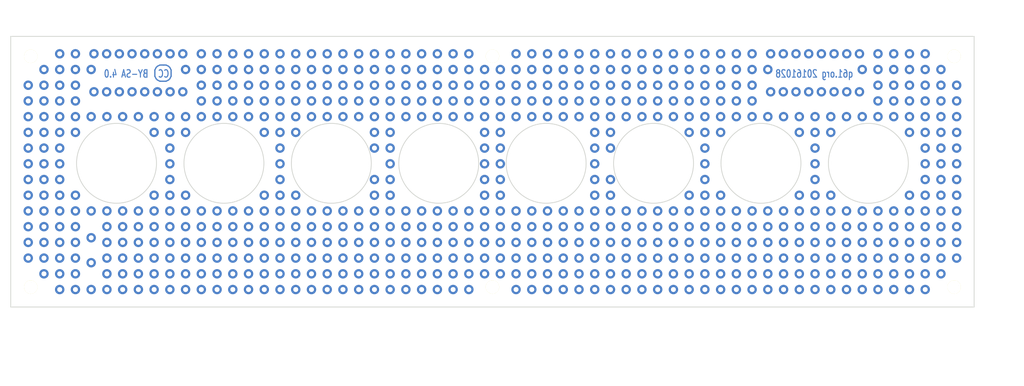
<source format=kicad_pcb>
(kicad_pcb (version 4) (host pcbnew 4.0.4-stable)
  (title_block (title "Divergence Meter Top Board") (date 2017-02-19) (rev 0.20161231) (company q61.org) (comment 4 "License: CC BY-SA 4.0 International"))
  (layers (0 F.Cu signal) (31 B.Cu signal) (34 B.Paste user) (35 F.Paste user) (36 B.SilkS user) (37 F.SilkS user) (38 B.Mask user) (39 F.Mask user) (44 Edge.Cuts user))
  (net 0 "")
  (module DIP-16_W7.62mm (layer F.Cu) (at 210.575 73.3 270)
    (fp_text reference REF** hide)
    (fp_text value DIP-16_W7.62mm hide)
    (pad "" np_thru_hole oval (at 0 -8.89 270) (size 1.9 1.9) (drill 1) (layers B.Cu B.Mask))
    (pad 2 np_thru_hole oval (at 0 -6.35 270) (size 1.9 1.9) (drill 1) (layers B.Cu B.Mask))
    (pad 3 np_thru_hole oval (at 0 -3.81 270) (size 1.9 1.9) (drill 1) (layers B.Cu B.Mask))
    (pad 4 np_thru_hole oval (at 0 -1.27 270) (size 1.9 1.9) (drill 1) (layers B.Cu B.Mask))
    (pad 5 np_thru_hole oval (at 0 1.27 270) (size 1.9 1.9) (drill 1) (layers B.Cu B.Mask))
    (pad 6 np_thru_hole oval (at 0 3.81 270) (size 1.9 1.9) (drill 1) (layers B.Cu B.Mask))
    (pad 7 np_thru_hole oval (at 0 6.35 270) (size 1.9 1.9) (drill 1) (layers B.Cu B.Mask))
    (pad 8 np_thru_hole oval (at 0 8.89 270) (size 1.9 1.9) (drill 1) (layers B.Cu B.Mask))
    (pad 9 np_thru_hole oval (at 7.62 8.89 270) (size 1.9 1.9) (drill 1) (layers B.Cu B.Mask))
    (pad 10 np_thru_hole oval (at 7.62 6.35 270) (size 1.9 1.9) (drill 1) (layers B.Cu B.Mask))
    (pad 11 np_thru_hole oval (at 7.62 3.81 270) (size 1.9 1.9) (drill 1) (layers B.Cu B.Mask))
    (pad 12 np_thru_hole oval (at 7.62 1.27 270) (size 1.9 1.9) (drill 1) (layers B.Cu B.Mask))
    (pad 13 np_thru_hole oval (at 7.62 -1.27 270) (size 1.9 1.9) (drill 1) (layers B.Cu B.Mask))
    (pad 14 np_thru_hole oval (at 7.62 -3.81 270) (size 1.9 1.9) (drill 1) (layers B.Cu B.Mask))
    (pad 15 np_thru_hole oval (at 7.62 -6.35 270) (size 1.9 1.9) (drill 1) (layers B.Cu B.Mask))
    (pad 16 np_thru_hole oval (at 7.62 -8.89 270) (size 1.9 1.9) (drill 1) (layers B.Cu B.Mask))
  )
  (module parts:1pin (layer F.Cu) (at 65.675 107.95)
    (fp_text reference REF** hide)
    (fp_text value 1pin hide)
    (pad "" np_thru_hole circle (at 0 0) (size 1 1) (drill 1) (layers B.Cu B.Mask))
  )
  (module parts:1pin (layer F.Cu) (at 65.675 117.4)
    (fp_text reference REF** hide)
    (fp_text value 1pin hide)
    (pad "" np_thru_hole circle (at 0 0) (size 1 1) (drill 1) (layers B.Cu B.Mask))
  )
  (module parts:1pin (layer F.Cu) (at 65.675 112.675)
    (fp_text reference REF** hide)
    (fp_text value 1pin hide)
    (pad "" np_thru_hole circle (at 0 0) (size 1 1) (drill 1) (layers B.Cu B.Mask))
  )
  (module 1pin (layer F.Cu) (at 103.475 73.3)
    (fp_text reference REF** hide)
    (fp_text value 1pin hide)
    (pad "" np_thru_hole circle (at 0 0) (size 1.9 1.9) (drill 1) (layers B.Cu B.Mask))
  )
  (module ec_5mm_horizontal (layer F.Cu) (at 76.7 107.95)
    (fp_text reference REF** hide)
    (fp_text value 1pin hide)
    (pad "" np_thru_hole circle (at -1.575 0) (size 1.9 1.9) (drill 1) (layers B.Cu B.Mask))
    (pad 2 np_thru_hole circle (at 1.575 0) (size 1.9 1.9) (drill 1) (layers B.Cu B.Mask))
  )
  (module ec_13mm_vertical (layer F.Cu) (at 65.675 112.675 90)
    (fp_text reference REF** hide)
    (fp_text value 1pin hide)
    (pad "" np_thru_hole circle (at -2.5 0 90) (size 1.9 1.9) (drill 1) (layers B.Cu B.Mask))
    (pad "" np_thru_hole circle (at 2.5 0 90) (size 1.9 1.9) (drill 1) (layers B.Cu B.Mask))
  )
  (module parts:1pin (layer F.Cu) (at 62.525 98.5)
    (fp_text reference REF** hide)
    (fp_text value 1pin hide)
    (pad "" np_thru_hole circle (at 0 0) (size 1 1) (drill 1) (layers B.Cu B.Mask))
  )
  (module parts:1pin (layer F.Cu) (at 62.525 92.2)
    (fp_text reference REF** hide)
    (fp_text value 1pin hide)
    (pad "" np_thru_hole circle (at 0 0) (size 1 1) (drill 1) (layers B.Cu B.Mask))
  )
  (module parts:1pin (layer F.Cu) (at 128.675 89.05)
    (fp_text reference REF** hide)
    (fp_text value 1pin hide)
    (pad "" np_thru_hole circle (at 0 0) (size 1 1) (drill 1) (layers B.Cu B.Mask))
  )
  (module parts:1pin (layer F.Cu) (at 128.675 101.65)
    (fp_text reference REF** hide)
    (fp_text value 1pin hide)
    (pad "" np_thru_hole circle (at 0 0) (size 1 1) (drill 1) (layers B.Cu B.Mask))
  )
  (module parts:1pin (layer F.Cu) (at 141.275 101.65)
    (fp_text reference REF** hide)
    (fp_text value 1pin hide)
    (pad "" np_thru_hole circle (at 0 0) (size 1 1) (drill 1) (layers B.Cu B.Mask))
  )
  (module parts:1pin (layer F.Cu) (at 141.275 89.05)
    (fp_text reference REF** hide)
    (fp_text value 1pin hide)
    (pad "" np_thru_hole circle (at 0 0) (size 1 1) (drill 1) (layers B.Cu B.Mask))
  )
  (module parts:1pin (layer F.Cu) (at 150.725 89.05)
    (fp_text reference REF** hide)
    (fp_text value 1pin hide)
    (pad "" np_thru_hole circle (at 0 0) (size 1 1) (drill 1) (layers B.Cu B.Mask))
  )
  (module parts:1pin (layer F.Cu) (at 150.725 101.65)
    (fp_text reference REF** hide)
    (fp_text value 1pin hide)
    (pad "" np_thru_hole circle (at 0 0) (size 1 1) (drill 1) (layers B.Cu B.Mask))
  )
  (module parts:1pin (layer F.Cu) (at 163.325 101.65)
    (fp_text reference REF** hide)
    (fp_text value 1pin hide)
    (pad "" np_thru_hole circle (at 0 0) (size 1 1) (drill 1) (layers B.Cu B.Mask))
  )
  (module parts:1pin (layer F.Cu) (at 163.325 89.05)
    (fp_text reference REF** hide)
    (fp_text value 1pin hide)
    (pad "" np_thru_hole circle (at 0 0) (size 1 1) (drill 1) (layers B.Cu B.Mask))
  )
  (module parts:1pin (layer F.Cu) (at 229.475 98.5)
    (fp_text reference REF** hide)
    (fp_text value 1pin hide)
    (pad "" np_thru_hole circle (at 0 0) (size 1 1) (drill 1) (layers B.Cu B.Mask))
  )
  (module parts:1pin (layer F.Cu) (at 229.475 92.2)
    (fp_text reference REF** hide)
    (fp_text value 1pin hide)
    (pad "" np_thru_hole circle (at 0 0) (size 1 1) (drill 1) (layers B.Cu B.Mask))
  )
  (module parts:1pin (layer F.Cu) (at 213.725 89.05)
    (fp_text reference REF** hide)
    (fp_text value 1pin hide)
    (pad "" np_thru_hole circle (at 0 0) (size 1.9 1.9) (drill 1) (layers B.Cu B.Mask))
  )
  (module parts:1pin (layer F.Cu) (at 207.425 89.05)
    (fp_text reference REF** hide)
    (fp_text value 1pin hide)
    (pad "" np_thru_hole circle (at 0 0) (size 1.9 1.9) (drill 1) (layers B.Cu B.Mask))
  )
  (module parts:1pin (layer F.Cu) (at 210.575 89.05)
    (fp_text reference REF** hide)
    (fp_text value 1pin hide)
    (pad "" np_thru_hole circle (at 0 0) (size 1.9 1.9) (drill 1) (layers B.Cu B.Mask))
  )
  (module parts:1pin (layer F.Cu) (at 210.575 92.2)
    (fp_text reference REF** hide)
    (fp_text value 1pin hide)
    (pad "" np_thru_hole circle (at 0 0) (size 1.9 1.9) (drill 1) (layers B.Cu B.Mask))
  )
  (module parts:1pin (layer F.Cu) (at 210.575 95.35)
    (fp_text reference REF** hide)
    (fp_text value 1pin hide)
    (pad "" np_thru_hole circle (at 0 0) (size 1.9 1.9) (drill 1) (layers B.Cu B.Mask))
  )
  (module parts:1pin (layer F.Cu) (at 210.575 98.5)
    (fp_text reference REF** hide)
    (fp_text value 1pin hide)
    (pad "" np_thru_hole circle (at 0 0) (size 1.9 1.9) (drill 1) (layers B.Cu B.Mask))
  )
  (module parts:1pin (layer F.Cu) (at 213.725 101.65)
    (fp_text reference REF** hide)
    (fp_text value 1pin hide)
    (pad "" np_thru_hole circle (at 0 0) (size 1.9 1.9) (drill 1) (layers B.Cu B.Mask))
  )
  (module parts:1pin (layer F.Cu) (at 210.575 101.65)
    (fp_text reference REF** hide)
    (fp_text value 1pin hide)
    (pad "" np_thru_hole circle (at 0 0) (size 1.9 1.9) (drill 1) (layers B.Cu B.Mask))
  )
  (module parts:1pin (layer F.Cu) (at 207.425 101.65)
    (fp_text reference REF** hide)
    (fp_text value 1pin hide)
    (pad "" np_thru_hole circle (at 0 0) (size 1.9 1.9) (drill 1) (layers B.Cu B.Mask))
  )
  (module parts:1pin (layer F.Cu) (at 191.675 101.65)
    (fp_text reference REF** hide)
    (fp_text value 1pin hide)
    (pad "" np_thru_hole circle (at 0 0) (size 1.9 1.9) (drill 1) (layers B.Cu B.Mask))
  )
  (module parts:1pin (layer F.Cu) (at 185.375 101.65)
    (fp_text reference REF** hide)
    (fp_text value 1pin hide)
    (pad "" np_thru_hole circle (at 0 0) (size 1.9 1.9) (drill 1) (layers B.Cu B.Mask))
  )
  (module parts:1pin (layer F.Cu) (at 188.525 101.65)
    (fp_text reference REF** hide)
    (fp_text value 1pin hide)
    (pad "" np_thru_hole circle (at 0 0) (size 1.9 1.9) (drill 1) (layers B.Cu B.Mask))
  )
  (module parts:1pin (layer F.Cu) (at 188.525 98.5)
    (fp_text reference REF** hide)
    (fp_text value 1pin hide)
    (pad "" np_thru_hole circle (at 0 0) (size 1.9 1.9) (drill 1) (layers B.Cu B.Mask))
  )
  (module parts:1pin (layer F.Cu) (at 188.525 95.35)
    (fp_text reference REF** hide)
    (fp_text value 1pin hide)
    (pad "" np_thru_hole circle (at 0 0) (size 1.9 1.9) (drill 1) (layers B.Cu B.Mask))
  )
  (module parts:1pin (layer F.Cu) (at 188.525 92.2)
    (fp_text reference REF** hide)
    (fp_text value 1pin hide)
    (pad "" np_thru_hole circle (at 0 0) (size 1.9 1.9) (drill 1) (layers B.Cu B.Mask))
  )
  (module parts:1pin (layer F.Cu) (at 191.675 89.05)
    (fp_text reference REF** hide)
    (fp_text value 1pin hide)
    (pad "" np_thru_hole circle (at 0 0) (size 1.9 1.9) (drill 1) (layers B.Cu B.Mask))
  )
  (module parts:1pin (layer F.Cu) (at 188.525 89.05)
    (fp_text reference REF** hide)
    (fp_text value 1pin hide)
    (pad "" np_thru_hole circle (at 0 0) (size 1.9 1.9) (drill 1) (layers B.Cu B.Mask))
  )
  (module parts:1pin (layer F.Cu) (at 185.375 89.05)
    (fp_text reference REF** hide)
    (fp_text value 1pin hide)
    (pad "" np_thru_hole circle (at 0 0) (size 1.9 1.9) (drill 1) (layers B.Cu B.Mask))
  )
  (module parts:1pin (layer F.Cu) (at 169.625 101.65)
    (fp_text reference REF** hide)
    (fp_text value 1pin hide)
    (pad "" np_thru_hole circle (at 0 0) (size 1.9 1.9) (drill 1) (layers B.Cu B.Mask))
  )
  (module parts:1pin (layer F.Cu) (at 166.475 101.65)
    (fp_text reference REF** hide)
    (fp_text value 1pin hide)
    (pad "" np_thru_hole circle (at 0 0) (size 1.9 1.9) (drill 1) (layers B.Cu B.Mask))
  )
  (module parts:1pin (layer F.Cu) (at 166.475 98.5)
    (fp_text reference REF** hide)
    (fp_text value 1pin hide)
    (pad "" np_thru_hole circle (at 0 0) (size 1.9 1.9) (drill 1) (layers B.Cu B.Mask))
  )
  (module parts:1pin (layer F.Cu) (at 169.625 98.5)
    (fp_text reference REF** hide)
    (fp_text value 1pin hide)
    (pad "" np_thru_hole circle (at 0 0) (size 1.9 1.9) (drill 1) (layers B.Cu B.Mask))
  )
  (module parts:1pin (layer F.Cu) (at 166.475 95.35)
    (fp_text reference REF** hide)
    (fp_text value 1pin hide)
    (pad "" np_thru_hole circle (at 0 0) (size 1.9 1.9) (drill 1) (layers B.Cu B.Mask))
  )
  (module parts:1pin (layer F.Cu) (at 166.475 92.2)
    (fp_text reference REF** hide)
    (fp_text value 1pin hide)
    (pad "" np_thru_hole circle (at 0 0) (size 1.9 1.9) (drill 1) (layers B.Cu B.Mask))
  )
  (module parts:1pin (layer F.Cu) (at 169.625 92.2)
    (fp_text reference REF** hide)
    (fp_text value 1pin hide)
    (pad "" np_thru_hole circle (at 0 0) (size 1.9 1.9) (drill 1) (layers B.Cu B.Mask))
  )
  (module parts:1pin (layer F.Cu) (at 169.625 89.05)
    (fp_text reference REF** hide)
    (fp_text value 1pin hide)
    (pad "" np_thru_hole circle (at 0 0) (size 1.9 1.9) (drill 1) (layers B.Cu B.Mask))
  )
  (module parts:1pin (layer F.Cu) (at 166.475 89.05)
    (fp_text reference REF** hide)
    (fp_text value 1pin hide)
    (pad "" np_thru_hole circle (at 0 0) (size 1.9 1.9) (drill 1) (layers B.Cu B.Mask))
  )
  (module parts:1pin (layer F.Cu) (at 147.575 89.05)
    (fp_text reference REF** hide)
    (fp_text value 1pin hide)
    (pad "" np_thru_hole circle (at 0 0) (size 1.9 1.9) (drill 1) (layers B.Cu B.Mask))
  )
  (module parts:1pin (layer F.Cu) (at 144.425 89.05)
    (fp_text reference REF** hide)
    (fp_text value 1pin hide)
    (pad "" np_thru_hole circle (at 0 0) (size 1.9 1.9) (drill 1) (layers B.Cu B.Mask))
  )
  (module parts:1pin (layer F.Cu) (at 144.425 92.2)
    (fp_text reference REF** hide)
    (fp_text value 1pin hide)
    (pad "" np_thru_hole circle (at 0 0) (size 1.9 1.9) (drill 1) (layers B.Cu B.Mask))
  )
  (module parts:1pin (layer F.Cu) (at 147.575 92.2)
    (fp_text reference REF** hide)
    (fp_text value 1pin hide)
    (pad "" np_thru_hole circle (at 0 0) (size 1.9 1.9) (drill 1) (layers B.Cu B.Mask))
  )
  (module parts:1pin (layer F.Cu) (at 147.575 95.35)
    (fp_text reference REF** hide)
    (fp_text value 1pin hide)
    (pad "" np_thru_hole circle (at 0 0) (size 1.9 1.9) (drill 1) (layers B.Cu B.Mask))
  )
  (module parts:1pin (layer F.Cu) (at 144.425 95.35)
    (fp_text reference REF** hide)
    (fp_text value 1pin hide)
    (pad "" np_thru_hole circle (at 0 0) (size 1.9 1.9) (drill 1) (layers B.Cu B.Mask))
  )
  (module parts:1pin (layer F.Cu) (at 144.425 98.5)
    (fp_text reference REF** hide)
    (fp_text value 1pin hide)
    (pad "" np_thru_hole circle (at 0 0) (size 1.9 1.9) (drill 1) (layers B.Cu B.Mask))
  )
  (module parts:1pin (layer F.Cu) (at 147.575 98.5)
    (fp_text reference REF** hide)
    (fp_text value 1pin hide)
    (pad "" np_thru_hole circle (at 0 0) (size 1.9 1.9) (drill 1) (layers B.Cu B.Mask))
  )
  (module parts:1pin (layer F.Cu) (at 147.575 101.65)
    (fp_text reference REF** hide)
    (fp_text value 1pin hide)
    (pad "" np_thru_hole circle (at 0 0) (size 1.9 1.9) (drill 1) (layers B.Cu B.Mask))
  )
  (module parts:1pin (layer F.Cu) (at 144.425 101.65)
    (fp_text reference REF** hide)
    (fp_text value 1pin hide)
    (pad "" np_thru_hole circle (at 0 0) (size 1.9 1.9) (drill 1) (layers B.Cu B.Mask))
  )
  (module parts:1pin (layer F.Cu) (at 125.525 89.05)
    (fp_text reference REF** hide)
    (fp_text value 1pin hide)
    (pad "" np_thru_hole circle (at 0 0) (size 1.9 1.9) (drill 1) (layers B.Cu B.Mask))
  )
  (module parts:1pin (layer F.Cu) (at 122.375 89.05)
    (fp_text reference REF** hide)
    (fp_text value 1pin hide)
    (pad "" np_thru_hole circle (at 0 0) (size 1.9 1.9) (drill 1) (layers B.Cu B.Mask))
  )
  (module parts:1pin (layer F.Cu) (at 122.375 92.2)
    (fp_text reference REF** hide)
    (fp_text value 1pin hide)
    (pad "" np_thru_hole circle (at 0 0) (size 1.9 1.9) (drill 1) (layers B.Cu B.Mask))
  )
  (module parts:1pin (layer F.Cu) (at 125.525 92.2)
    (fp_text reference REF** hide)
    (fp_text value 1pin hide)
    (pad "" np_thru_hole circle (at 0 0) (size 1.9 1.9) (drill 1) (layers B.Cu B.Mask))
  )
  (module parts:1pin (layer F.Cu) (at 125.525 95.35)
    (fp_text reference REF** hide)
    (fp_text value 1pin hide)
    (pad "" np_thru_hole circle (at 0 0) (size 1.9 1.9) (drill 1) (layers B.Cu B.Mask))
  )
  (module parts:1pin (layer F.Cu) (at 122.375 98.5)
    (fp_text reference REF** hide)
    (fp_text value 1pin hide)
    (pad "" np_thru_hole circle (at 0 0) (size 1.9 1.9) (drill 1) (layers B.Cu B.Mask))
  )
  (module parts:1pin (layer F.Cu) (at 125.525 98.5)
    (fp_text reference REF** hide)
    (fp_text value 1pin hide)
    (pad "" np_thru_hole circle (at 0 0) (size 1.9 1.9) (drill 1) (layers B.Cu B.Mask))
  )
  (module parts:1pin (layer F.Cu) (at 125.525 101.65)
    (fp_text reference REF** hide)
    (fp_text value 1pin hide)
    (pad "" np_thru_hole circle (at 0 0) (size 1.9 1.9) (drill 1) (layers B.Cu B.Mask))
  )
  (module parts:1pin (layer F.Cu) (at 122.375 101.65)
    (fp_text reference REF** hide)
    (fp_text value 1pin hide)
    (pad "" np_thru_hole circle (at 0 0) (size 1.9 1.9) (drill 1) (layers B.Cu B.Mask))
  )
  (module parts:1pin (layer F.Cu) (at 106.625 101.65)
    (fp_text reference REF** hide)
    (fp_text value 1pin hide)
    (pad "" np_thru_hole circle (at 0 0) (size 1.9 1.9) (drill 1) (layers B.Cu B.Mask))
  )
  (module parts:1pin (layer F.Cu) (at 100.325 101.65)
    (fp_text reference REF** hide)
    (fp_text value 1pin hide)
    (pad "" np_thru_hole circle (at 0 0) (size 1.9 1.9) (drill 1) (layers B.Cu B.Mask))
  )
  (module parts:1pin (layer F.Cu) (at 103.475 101.65)
    (fp_text reference REF** hide)
    (fp_text value 1pin hide)
    (pad "" np_thru_hole circle (at 0 0) (size 1.9 1.9) (drill 1) (layers B.Cu B.Mask))
  )
  (module parts:1pin (layer F.Cu) (at 103.475 98.5)
    (fp_text reference REF** hide)
    (fp_text value 1pin hide)
    (pad "" np_thru_hole circle (at 0 0) (size 1.9 1.9) (drill 1) (layers B.Cu B.Mask))
  )
  (module parts:1pin (layer F.Cu) (at 103.475 95.35)
    (fp_text reference REF** hide)
    (fp_text value 1pin hide)
    (pad "" np_thru_hole circle (at 0 0) (size 1.9 1.9) (drill 1) (layers B.Cu B.Mask))
  )
  (module parts:1pin (layer F.Cu) (at 103.475 92.2)
    (fp_text reference REF** hide)
    (fp_text value 1pin hide)
    (pad "" np_thru_hole circle (at 0 0) (size 1.9 1.9) (drill 1) (layers B.Cu B.Mask))
  )
  (module parts:1pin (layer F.Cu) (at 103.475 89.05)
    (fp_text reference REF** hide)
    (fp_text value 1pin hide)
    (pad "" np_thru_hole circle (at 0 0) (size 1.9 1.9) (drill 1) (layers B.Cu B.Mask))
  )
  (module parts:1pin (layer F.Cu) (at 106.625 89.05)
    (fp_text reference REF** hide)
    (fp_text value 1pin hide)
    (pad "" np_thru_hole circle (at 0 0) (size 1.9 1.9) (drill 1) (layers B.Cu B.Mask))
  )
  (module parts:1pin (layer F.Cu) (at 100.325 89.05)
    (fp_text reference REF** hide)
    (fp_text value 1pin hide)
    (pad "" np_thru_hole circle (at 0 0) (size 1.9 1.9) (drill 1) (layers B.Cu B.Mask))
  )
  (module parts:1pin (layer F.Cu) (at 84.575 89.05)
    (fp_text reference REF** hide)
    (fp_text value 1pin hide)
    (pad "" np_thru_hole circle (at 0 0) (size 1.9 1.9) (drill 1) (layers B.Cu B.Mask))
  )
  (module parts:1pin (layer F.Cu) (at 81.425 89.05)
    (fp_text reference REF** hide)
    (fp_text value 1pin hide)
    (pad "" np_thru_hole circle (at 0 0) (size 1.9 1.9) (drill 1) (layers B.Cu B.Mask))
  )
  (module parts:1pin (layer F.Cu) (at 78.275 89.05)
    (fp_text reference REF** hide)
    (fp_text value 1pin hide)
    (pad "" np_thru_hole circle (at 0 0) (size 1.9 1.9) (drill 1) (layers B.Cu B.Mask))
  )
  (module parts:1pin (layer F.Cu) (at 81.425 92.2)
    (fp_text reference REF** hide)
    (fp_text value 1pin hide)
    (pad "" np_thru_hole circle (at 0 0) (size 1.9 1.9) (drill 1) (layers B.Cu B.Mask))
  )
  (module parts:1pin (layer F.Cu) (at 81.425 95.35)
    (fp_text reference REF** hide)
    (fp_text value 1pin hide)
    (pad "" np_thru_hole circle (at 0 0) (size 1.9 1.9) (drill 1) (layers B.Cu B.Mask))
  )
  (module parts:1pin (layer F.Cu) (at 81.425 98.5)
    (fp_text reference REF** hide)
    (fp_text value 1pin hide)
    (pad "" np_thru_hole circle (at 0 0) (size 1.9 1.9) (drill 1) (layers B.Cu B.Mask))
  )
  (module parts:1pin (layer F.Cu) (at 84.575 101.65)
    (fp_text reference REF** hide)
    (fp_text value 1pin hide)
    (pad "" np_thru_hole circle (at 0 0) (size 1.9 1.9) (drill 1) (layers B.Cu B.Mask))
  )
  (module parts:1pin (layer F.Cu) (at 81.425 101.65)
    (fp_text reference REF** hide)
    (fp_text value 1pin hide)
    (pad "" np_thru_hole circle (at 0 0) (size 1.9 1.9) (drill 1) (layers B.Cu B.Mask))
  )
  (module parts:1pin (layer F.Cu) (at 78.275 101.65)
    (fp_text reference REF** hide)
    (fp_text value 1pin hide)
    (pad "" np_thru_hole circle (at 0 0) (size 1.9 1.9) (drill 1) (layers B.Cu B.Mask))
  )
  (module parts:1pin (layer F.Cu) (at 220.025 82.75)
    (fp_text reference REF** hide)
    (fp_text value 1pin hide)
    (pad "" np_thru_hole circle (at 0 0) (size 1 1) (drill 1) (layers B.Cu B.Mask))
  )
  (module parts:1pin (layer F.Cu) (at 216.875 82.75)
    (fp_text reference REF** hide)
    (fp_text value 1pin hide)
    (pad "" np_thru_hole circle (at 0 0) (size 1 1) (drill 1) (layers B.Cu B.Mask))
  )
  (module parts:1pin (layer F.Cu) (at 213.725 82.75)
    (fp_text reference REF** hide)
    (fp_text value 1pin hide)
    (pad "" np_thru_hole circle (at 0 0) (size 1 1) (drill 1) (layers B.Cu B.Mask))
  )
  (module parts:1pin (layer F.Cu) (at 210.575 82.75)
    (fp_text reference REF** hide)
    (fp_text value 1pin hide)
    (pad "" np_thru_hole circle (at 0 0) (size 1 1) (drill 1) (layers B.Cu B.Mask))
  )
  (module parts:1pin (layer F.Cu) (at 207.425 82.75)
    (fp_text reference REF** hide)
    (fp_text value 1pin hide)
    (pad "" np_thru_hole circle (at 0 0) (size 1 1) (drill 1) (layers B.Cu B.Mask))
  )
  (module parts:1pin (layer F.Cu) (at 204.275 82.75)
    (fp_text reference REF** hide)
    (fp_text value 1pin hide)
    (pad "" np_thru_hole circle (at 0 0) (size 1 1) (drill 1) (layers B.Cu B.Mask))
  )
  (module parts:1pin (layer F.Cu) (at 201.125 82.75)
    (fp_text reference REF** hide)
    (fp_text value 1pin hide)
    (pad "" np_thru_hole circle (at 0 0) (size 1 1) (drill 1) (layers B.Cu B.Mask))
  )
  (module parts:1pin (layer F.Cu) (at 84.575 82.75)
    (fp_text reference REF** hide)
    (fp_text value 1pin hide)
    (pad "" np_thru_hole circle (at 0 0) (size 1 1) (drill 1) (layers B.Cu B.Mask))
  )
  (module parts:1pin (layer F.Cu) (at 81.425 82.75)
    (fp_text reference REF** hide)
    (fp_text value 1pin hide)
    (pad "" np_thru_hole circle (at 0 0) (size 1 1) (drill 1) (layers B.Cu B.Mask))
  )
  (module parts:1pin (layer F.Cu) (at 78.275 82.75)
    (fp_text reference REF** hide)
    (fp_text value 1pin hide)
    (pad "" np_thru_hole circle (at 0 0) (size 1 1) (drill 1) (layers B.Cu B.Mask))
  )
  (module parts:1pin (layer F.Cu) (at 75.125 82.75)
    (fp_text reference REF** hide)
    (fp_text value 1pin hide)
    (pad "" np_thru_hole circle (at 0 0) (size 1 1) (drill 1) (layers B.Cu B.Mask))
  )
  (module parts:1pin (layer F.Cu) (at 71.975 82.75)
    (fp_text reference REF** hide)
    (fp_text value 1pin hide)
    (pad "" np_thru_hole circle (at 0 0) (size 1 1) (drill 1) (layers B.Cu B.Mask))
  )
  (module parts:1pin (layer F.Cu) (at 68.825 82.75)
    (fp_text reference REF** hide)
    (fp_text value 1pin hide)
    (pad "" np_thru_hole circle (at 0 0) (size 1 1) (drill 1) (layers B.Cu B.Mask))
  )
  (module d_horizontal (layer F.Cu) (at 227.9 107.95)
    (fp_text reference REF** hide)
    (fp_text value 1pin hide)
    (pad "" np_thru_hole circle (at -11.025 0) (size 1.9 1.9) (drill 1) (layers B.Cu B.Mask))
    (pad 2 np_thru_hole circle (at 11.025 0) (size 1.9 1.9) (drill 1) (layers B.Cu B.Mask))
  )
  (module c_disc_1 (layer F.Cu) (at 204.275 118.975 90)
    (fp_text reference REF** hide)
    (fp_text value 1pin hide)
    (pad "" np_thru_hole circle (at -1.575 0 90) (size 1.9 1.9) (drill 1) (layers B.Cu B.Mask))
    (pad 2 np_thru_hole circle (at 1.575 0 90) (size 1.9 1.9) (drill 1) (layers B.Cu B.Mask))
  )
  (module parts:TO-92_Inline_Wide (layer F.Cu) (at 134.975 76.45)
    (fp_text reference REF** hide)
    (fp_text value TO-92_Inline_Wide hide)
    (pad 2 np_thru_hole circle (at 0 0 90) (size 1.9 1.9) (drill 1) (layers B.Cu B.Mask))
    (pad "" np_thru_hole circle (at 3.15 0 90) (size 1.9 1.9) (drill 1) (layers B.Cu B.Mask))
    (pad "" np_thru_hole circle (at -3.15 0 90) (size 1.9 1.9) (drill 1) (layers B.Cu B.Mask))
  )
  (module parts:TO-92_Inline_Wide (layer F.Cu) (at 122.375 76.45)
    (fp_text reference REF** hide)
    (fp_text value TO-92_Inline_Wide hide)
    (pad 2 np_thru_hole circle (at 0 0 90) (size 1.9 1.9) (drill 1) (layers B.Cu B.Mask))
    (pad "" np_thru_hole circle (at 3.15 0 90) (size 1.9 1.9) (drill 1) (layers B.Cu B.Mask))
    (pad "" np_thru_hole circle (at -3.15 0 90) (size 1.9 1.9) (drill 1) (layers B.Cu B.Mask))
  )
  (module DIP-16_W7.62mm (layer F.Cu) (at 75.125 73.3 270)
    (fp_text reference REF** hide)
    (fp_text value DIP-16_W7.62mm hide)
    (pad "" np_thru_hole oval (at 0 -8.89 270) (size 1.9 1.9) (drill 1) (layers B.Cu B.Mask))
    (pad 2 np_thru_hole oval (at 0 -6.35 270) (size 1.9 1.9) (drill 1) (layers B.Cu B.Mask))
    (pad 3 np_thru_hole oval (at 0 -3.81 270) (size 1.9 1.9) (drill 1) (layers B.Cu B.Mask))
    (pad 4 np_thru_hole oval (at 0 -1.27 270) (size 1.9 1.9) (drill 1) (layers B.Cu B.Mask))
    (pad 5 np_thru_hole oval (at 0 1.27 270) (size 1.9 1.9) (drill 1) (layers B.Cu B.Mask))
    (pad 6 np_thru_hole oval (at 0 3.81 270) (size 1.9 1.9) (drill 1) (layers B.Cu B.Mask))
    (pad 7 np_thru_hole oval (at 0 6.35 270) (size 1.9 1.9) (drill 1) (layers B.Cu B.Mask))
    (pad 8 np_thru_hole oval (at 0 8.89 270) (size 1.9 1.9) (drill 1) (layers B.Cu B.Mask))
    (pad 9 np_thru_hole oval (at 7.62 8.89 270) (size 1.9 1.9) (drill 1) (layers B.Cu B.Mask))
    (pad 10 np_thru_hole oval (at 7.62 6.35 270) (size 1.9 1.9) (drill 1) (layers B.Cu B.Mask))
    (pad 11 np_thru_hole oval (at 7.62 3.81 270) (size 1.9 1.9) (drill 1) (layers B.Cu B.Mask))
    (pad 12 np_thru_hole oval (at 7.62 1.27 270) (size 1.9 1.9) (drill 1) (layers B.Cu B.Mask))
    (pad 13 np_thru_hole oval (at 7.62 -1.27 270) (size 1.9 1.9) (drill 1) (layers B.Cu B.Mask))
    (pad 14 np_thru_hole oval (at 7.62 -3.81 270) (size 1.9 1.9) (drill 1) (layers B.Cu B.Mask))
    (pad 15 np_thru_hole oval (at 7.62 -6.35 270) (size 1.9 1.9) (drill 1) (layers B.Cu B.Mask))
    (pad 16 np_thru_hole oval (at 7.62 -8.89 270) (size 1.9 1.9) (drill 1) (layers B.Cu B.Mask))
  )
  (module Mounting_Holes:MountingHole_2.7mm (layer F.Cu) (at 146 120.05)
    (fp_text reference REF** hide)
    (fp_text value MountingHole_2.7mm hide)
    (pad 1 np_thru_hole circle (at 0 0) (size 2.7 2.7) (drill 2.7) (layers *.Cu *.Mask F.SilkS))
  )
  (module Mounting_Holes:MountingHole_2.7mm (layer F.Cu) (at 53.575 120.05)
    (fp_text reference REF** hide)
    (fp_text value MountingHole_2.7mm hide)
    (pad 1 np_thru_hole circle (at 0 0) (size 2.7 2.7) (drill 2.7) (layers *.Cu *.Mask F.SilkS))
  )
  (module Mounting_Holes:MountingHole_2.7mm (layer F.Cu) (at 53.575 73.8)
    (fp_text reference REF** hide)
    (fp_text value MountingHole_2.7mm hide)
    (pad 1 np_thru_hole circle (at 0 0) (size 2.7 2.7) (drill 2.7) (layers *.Cu *.Mask F.SilkS))
  )
  (module Mounting_Holes:MountingHole_2.7mm (layer F.Cu) (at 146 73.8)
    (fp_text reference REF** hide)
    (fp_text value MountingHole_2.7mm hide)
    (pad 1 np_thru_hole circle (at 0 0) (size 2.7 2.7) (drill 2.7) (layers *.Cu *.Mask F.SilkS))
  )
  (module Mounting_Holes:MountingHole_2.7mm (layer F.Cu) (at 238.425 120.05)
    (fp_text reference REF** hide)
    (fp_text value MountingHole_2.7mm hide)
    (pad 1 np_thru_hole circle (at 0 0) (size 2.7 2.7) (drill 2.7) (layers *.Cu *.Mask F.SilkS))
  )
  (module Mounting_Holes:MountingHole_2.7mm (layer F.Cu) (at 238.425 73.8)
    (fp_text reference REF** hide)
    (fp_text value MountingHole_2.7mm hide)
    (pad 1 np_thru_hole circle (at 0 0) (size 2.7 2.7) (drill 2.7) (layers *.Cu *.Mask F.SilkS))
  )
  (module parts:1pin (layer F.Cu) (at 160.175 107.95)
    (fp_text reference REF** hide)
    (fp_text value 1pin hide)
    (pad "" np_thru_hole circle (at 0 0) (size 1.9 1.9) (drill 1) (layers B.Cu B.Mask))
  )
  (module parts:1pin (layer F.Cu) (at 163.325 107.95)
    (fp_text reference REF** hide)
    (fp_text value 1pin hide)
    (pad "" np_thru_hole circle (at 0 0) (size 1.9 1.9) (drill 1) (layers B.Cu B.Mask))
  )
  (module parts:1pin (layer F.Cu) (at 166.475 107.95)
    (fp_text reference REF** hide)
    (fp_text value 1pin hide)
    (pad "" np_thru_hole circle (at 0 0) (size 1.9 1.9) (drill 1) (layers B.Cu B.Mask))
  )
  (module parts:1pin (layer F.Cu) (at 169.625 107.95)
    (fp_text reference REF** hide)
    (fp_text value 1pin hide)
    (pad "" np_thru_hole circle (at 0 0) (size 1.9 1.9) (drill 1) (layers B.Cu B.Mask))
  )
  (module parts:1pin (layer F.Cu) (at 172.775 107.95)
    (fp_text reference REF** hide)
    (fp_text value 1pin hide)
    (pad "" np_thru_hole circle (at 0 0) (size 1.9 1.9) (drill 1) (layers B.Cu B.Mask))
  )
  (module parts:1pin (layer F.Cu) (at 157.025 107.95)
    (fp_text reference REF** hide)
    (fp_text value 1pin hide)
    (pad "" np_thru_hole circle (at 0 0) (size 1.9 1.9) (drill 1) (layers B.Cu B.Mask))
  )
  (module parts:1pin (layer F.Cu) (at 153.875 107.95)
    (fp_text reference REF** hide)
    (fp_text value 1pin hide)
    (pad "" np_thru_hole circle (at 0 0) (size 1.9 1.9) (drill 1) (layers B.Cu B.Mask))
  )
  (module parts:1pin (layer F.Cu) (at 150.725 107.95)
    (fp_text reference REF** hide)
    (fp_text value 1pin hide)
    (pad "" np_thru_hole circle (at 0 0) (size 1.9 1.9) (drill 1) (layers B.Cu B.Mask))
  )
  (module parts:1pin (layer F.Cu) (at 147.575 107.95)
    (fp_text reference REF** hide)
    (fp_text value 1pin hide)
    (pad "" np_thru_hole circle (at 0 0) (size 1.9 1.9) (drill 1) (layers B.Cu B.Mask))
  )
  (module parts:1pin (layer F.Cu) (at 175.925 107.95)
    (fp_text reference REF** hide)
    (fp_text value 1pin hide)
    (pad "" np_thru_hole circle (at 0 0) (size 1.9 1.9) (drill 1) (layers B.Cu B.Mask))
  )
  (module parts:1pin (layer F.Cu) (at 207.425 104.8)
    (fp_text reference REF** hide)
    (fp_text value 1pin hide)
    (pad "" np_thru_hole circle (at 0 0) (size 1.9 1.9) (drill 1) (layers B.Cu B.Mask))
  )
  (module parts:1pin (layer F.Cu) (at 179.075 104.8)
    (fp_text reference REF** hide)
    (fp_text value 1pin hide)
    (pad "" np_thru_hole circle (at 0 0) (size 1.9 1.9) (drill 1) (layers B.Cu B.Mask))
  )
  (module parts:1pin (layer F.Cu) (at 182.225 104.8)
    (fp_text reference REF** hide)
    (fp_text value 1pin hide)
    (pad "" np_thru_hole circle (at 0 0) (size 1.9 1.9) (drill 1) (layers B.Cu B.Mask))
  )
  (module parts:1pin (layer F.Cu) (at 185.375 104.8)
    (fp_text reference REF** hide)
    (fp_text value 1pin hide)
    (pad "" np_thru_hole circle (at 0 0) (size 1.9 1.9) (drill 1) (layers B.Cu B.Mask))
  )
  (module parts:1pin (layer F.Cu) (at 188.525 104.8)
    (fp_text reference REF** hide)
    (fp_text value 1pin hide)
    (pad "" np_thru_hole circle (at 0 0) (size 1.9 1.9) (drill 1) (layers B.Cu B.Mask))
  )
  (module parts:1pin (layer F.Cu) (at 204.275 104.8)
    (fp_text reference REF** hide)
    (fp_text value 1pin hide)
    (pad "" np_thru_hole circle (at 0 0) (size 1.9 1.9) (drill 1) (layers B.Cu B.Mask))
  )
  (module parts:1pin (layer F.Cu) (at 201.125 104.8)
    (fp_text reference REF** hide)
    (fp_text value 1pin hide)
    (pad "" np_thru_hole circle (at 0 0) (size 1.9 1.9) (drill 1) (layers B.Cu B.Mask))
  )
  (module parts:1pin (layer F.Cu) (at 197.975 104.8)
    (fp_text reference REF** hide)
    (fp_text value 1pin hide)
    (pad "" np_thru_hole circle (at 0 0) (size 1.9 1.9) (drill 1) (layers B.Cu B.Mask))
  )
  (module parts:1pin (layer F.Cu) (at 194.825 104.8)
    (fp_text reference REF** hide)
    (fp_text value 1pin hide)
    (pad "" np_thru_hole circle (at 0 0) (size 1.9 1.9) (drill 1) (layers B.Cu B.Mask))
  )
  (module parts:1pin (layer F.Cu) (at 191.675 104.8)
    (fp_text reference REF** hide)
    (fp_text value 1pin hide)
    (pad "" np_thru_hole circle (at 0 0) (size 1.9 1.9) (drill 1) (layers B.Cu B.Mask))
  )
  (module parts:1pin (layer F.Cu) (at 210.575 107.95)
    (fp_text reference REF** hide)
    (fp_text value 1pin hide)
    (pad "" np_thru_hole circle (at 0 0) (size 1.9 1.9) (drill 1) (layers B.Cu B.Mask))
  )
  (module parts:1pin (layer F.Cu) (at 213.725 107.95)
    (fp_text reference REF** hide)
    (fp_text value 1pin hide)
    (pad "" np_thru_hole circle (at 0 0) (size 1.9 1.9) (drill 1) (layers B.Cu B.Mask))
  )
  (module parts:1pin (layer F.Cu) (at 220.025 107.95)
    (fp_text reference REF** hide)
    (fp_text value 1pin hide)
    (pad "" np_thru_hole circle (at 0 0) (size 1.9 1.9) (drill 1) (layers B.Cu B.Mask))
  )
  (module parts:1pin (layer F.Cu) (at 235.775 107.95)
    (fp_text reference REF** hide)
    (fp_text value 1pin hide)
    (pad "" np_thru_hole circle (at 0 0) (size 1.9 1.9) (drill 1) (layers B.Cu B.Mask))
  )
  (module parts:1pin (layer F.Cu) (at 232.625 107.95)
    (fp_text reference REF** hide)
    (fp_text value 1pin hide)
    (pad "" np_thru_hole circle (at 0 0) (size 1.9 1.9) (drill 1) (layers B.Cu B.Mask))
  )
  (module parts:1pin (layer F.Cu) (at 229.475 107.95)
    (fp_text reference REF** hide)
    (fp_text value 1pin hide)
    (pad "" np_thru_hole circle (at 0 0) (size 1.9 1.9) (drill 1) (layers B.Cu B.Mask))
  )
  (module parts:1pin (layer F.Cu) (at 226.325 107.95)
    (fp_text reference REF** hide)
    (fp_text value 1pin hide)
    (pad "" np_thru_hole circle (at 0 0) (size 1.9 1.9) (drill 1) (layers B.Cu B.Mask))
  )
  (module parts:1pin (layer F.Cu) (at 223.175 107.95)
    (fp_text reference REF** hide)
    (fp_text value 1pin hide)
    (pad "" np_thru_hole circle (at 0 0) (size 1.9 1.9) (drill 1) (layers B.Cu B.Mask))
  )
  (module parts:1pin (layer F.Cu) (at 128.675 107.95)
    (fp_text reference REF** hide)
    (fp_text value 1pin hide)
    (pad "" np_thru_hole circle (at 0 0) (size 1.9 1.9) (drill 1) (layers B.Cu B.Mask))
  )
  (module parts:1pin (layer F.Cu) (at 131.825 107.95)
    (fp_text reference REF** hide)
    (fp_text value 1pin hide)
    (pad "" np_thru_hole circle (at 0 0) (size 1.9 1.9) (drill 1) (layers B.Cu B.Mask))
  )
  (module parts:1pin (layer F.Cu) (at 134.975 107.95)
    (fp_text reference REF** hide)
    (fp_text value 1pin hide)
    (pad "" np_thru_hole circle (at 0 0) (size 1.9 1.9) (drill 1) (layers B.Cu B.Mask))
  )
  (module parts:1pin (layer F.Cu) (at 138.125 107.95)
    (fp_text reference REF** hide)
    (fp_text value 1pin hide)
    (pad "" np_thru_hole circle (at 0 0) (size 1.9 1.9) (drill 1) (layers B.Cu B.Mask))
  )
  (module parts:1pin (layer F.Cu) (at 141.275 107.95)
    (fp_text reference REF** hide)
    (fp_text value 1pin hide)
    (pad "" np_thru_hole circle (at 0 0) (size 1.9 1.9) (drill 1) (layers B.Cu B.Mask))
  )
  (module parts:1pin (layer F.Cu) (at 125.525 107.95)
    (fp_text reference REF** hide)
    (fp_text value 1pin hide)
    (pad "" np_thru_hole circle (at 0 0) (size 1.9 1.9) (drill 1) (layers B.Cu B.Mask))
  )
  (module parts:1pin (layer F.Cu) (at 122.375 107.95)
    (fp_text reference REF** hide)
    (fp_text value 1pin hide)
    (pad "" np_thru_hole circle (at 0 0) (size 1.9 1.9) (drill 1) (layers B.Cu B.Mask))
  )
  (module parts:1pin (layer F.Cu) (at 119.225 107.95)
    (fp_text reference REF** hide)
    (fp_text value 1pin hide)
    (pad "" np_thru_hole circle (at 0 0) (size 1.9 1.9) (drill 1) (layers B.Cu B.Mask))
  )
  (module parts:1pin (layer F.Cu) (at 116.075 107.95)
    (fp_text reference REF** hide)
    (fp_text value 1pin hide)
    (pad "" np_thru_hole circle (at 0 0) (size 1.9 1.9) (drill 1) (layers B.Cu B.Mask))
  )
  (module parts:1pin (layer F.Cu) (at 144.425 107.95)
    (fp_text reference REF** hide)
    (fp_text value 1pin hide)
    (pad "" np_thru_hole circle (at 0 0) (size 1.9 1.9) (drill 1) (layers B.Cu B.Mask))
  )
  (module parts:1pin (layer F.Cu) (at 97.175 104.8)
    (fp_text reference REF** hide)
    (fp_text value 1pin hide)
    (pad "" np_thru_hole circle (at 0 0) (size 1.9 1.9) (drill 1) (layers B.Cu B.Mask))
  )
  (module parts:1pin (layer F.Cu) (at 100.325 104.8)
    (fp_text reference REF** hide)
    (fp_text value 1pin hide)
    (pad "" np_thru_hole circle (at 0 0) (size 1.9 1.9) (drill 1) (layers B.Cu B.Mask))
  )
  (module parts:1pin (layer F.Cu) (at 103.475 104.8)
    (fp_text reference REF** hide)
    (fp_text value 1pin hide)
    (pad "" np_thru_hole circle (at 0 0) (size 1.9 1.9) (drill 1) (layers B.Cu B.Mask))
  )
  (module parts:1pin (layer F.Cu) (at 106.625 104.8)
    (fp_text reference REF** hide)
    (fp_text value 1pin hide)
    (pad "" np_thru_hole circle (at 0 0) (size 1.9 1.9) (drill 1) (layers B.Cu B.Mask))
  )
  (module parts:1pin (layer F.Cu) (at 109.775 104.8)
    (fp_text reference REF** hide)
    (fp_text value 1pin hide)
    (pad "" np_thru_hole circle (at 0 0) (size 1.9 1.9) (drill 1) (layers B.Cu B.Mask))
  )
  (module parts:1pin (layer F.Cu) (at 94.025 104.8)
    (fp_text reference REF** hide)
    (fp_text value 1pin hide)
    (pad "" np_thru_hole circle (at 0 0) (size 1.9 1.9) (drill 1) (layers B.Cu B.Mask))
  )
  (module parts:1pin (layer F.Cu) (at 90.875 104.8)
    (fp_text reference REF** hide)
    (fp_text value 1pin hide)
    (pad "" np_thru_hole circle (at 0 0) (size 1.9 1.9) (drill 1) (layers B.Cu B.Mask))
  )
  (module parts:1pin (layer F.Cu) (at 87.725 104.8)
    (fp_text reference REF** hide)
    (fp_text value 1pin hide)
    (pad "" np_thru_hole circle (at 0 0) (size 1.9 1.9) (drill 1) (layers B.Cu B.Mask))
  )
  (module parts:1pin (layer F.Cu) (at 84.575 104.8)
    (fp_text reference REF** hide)
    (fp_text value 1pin hide)
    (pad "" np_thru_hole circle (at 0 0) (size 1.9 1.9) (drill 1) (layers B.Cu B.Mask))
  )
  (module parts:1pin (layer F.Cu) (at 112.925 104.8)
    (fp_text reference REF** hide)
    (fp_text value 1pin hide)
    (pad "" np_thru_hole circle (at 0 0) (size 1.9 1.9) (drill 1) (layers B.Cu B.Mask))
  )
  (module parts:1pin (layer F.Cu) (at 81.425 107.95)
    (fp_text reference REF** hide)
    (fp_text value 1pin hide)
    (pad "" np_thru_hole circle (at 0 0) (size 1.9 1.9) (drill 1) (layers B.Cu B.Mask))
  )
  (module parts:1pin (layer F.Cu) (at 53.075 107.95)
    (fp_text reference REF** hide)
    (fp_text value 1pin hide)
    (pad "" np_thru_hole circle (at 0 0) (size 1.9 1.9) (drill 1) (layers B.Cu B.Mask))
  )
  (module parts:1pin (layer F.Cu) (at 59.375 107.95)
    (fp_text reference REF** hide)
    (fp_text value 1pin hide)
    (pad "" np_thru_hole circle (at 0 0) (size 1.9 1.9) (drill 1) (layers B.Cu B.Mask))
  )
  (module parts:1pin (layer F.Cu) (at 62.525 107.95)
    (fp_text reference REF** hide)
    (fp_text value 1pin hide)
    (pad "" np_thru_hole circle (at 0 0) (size 1.9 1.9) (drill 1) (layers B.Cu B.Mask))
  )
  (module parts:1pin (layer F.Cu) (at 71.975 107.95)
    (fp_text reference REF** hide)
    (fp_text value 1pin hide)
    (pad "" np_thru_hole circle (at 0 0) (size 1.9 1.9) (drill 1) (layers B.Cu B.Mask))
  )
  (module parts:1pin (layer F.Cu) (at 68.825 107.95)
    (fp_text reference REF** hide)
    (fp_text value 1pin hide)
    (pad "" np_thru_hole circle (at 0 0) (size 1.9 1.9) (drill 1) (layers B.Cu B.Mask))
  )
  (module parts:1pin (layer F.Cu) (at 65.675 104.8)
    (fp_text reference REF** hide)
    (fp_text value 1pin hide)
    (pad "" np_thru_hole circle (at 0 0) (size 1.9 1.9) (drill 1) (layers B.Cu B.Mask))
  )
  (module parts:1pin (layer F.Cu) (at 68.825 104.8)
    (fp_text reference REF** hide)
    (fp_text value 1pin hide)
    (pad "" np_thru_hole circle (at 0 0) (size 1.9 1.9) (drill 1) (layers B.Cu B.Mask))
  )
  (module parts:1pin (layer F.Cu) (at 71.975 104.8)
    (fp_text reference REF** hide)
    (fp_text value 1pin hide)
    (pad "" np_thru_hole circle (at 0 0) (size 1.9 1.9) (drill 1) (layers B.Cu B.Mask))
  )
  (module parts:1pin (layer F.Cu) (at 75.125 104.8)
    (fp_text reference REF** hide)
    (fp_text value 1pin hide)
    (pad "" np_thru_hole circle (at 0 0) (size 1.9 1.9) (drill 1) (layers B.Cu B.Mask))
  )
  (module parts:1pin (layer F.Cu) (at 78.275 104.8)
    (fp_text reference REF** hide)
    (fp_text value 1pin hide)
    (pad "" np_thru_hole circle (at 0 0) (size 1.9 1.9) (drill 1) (layers B.Cu B.Mask))
  )
  (module parts:1pin (layer F.Cu) (at 62.525 104.8)
    (fp_text reference REF** hide)
    (fp_text value 1pin hide)
    (pad "" np_thru_hole circle (at 0 0) (size 1.9 1.9) (drill 1) (layers B.Cu B.Mask))
  )
  (module parts:1pin (layer F.Cu) (at 56.225 104.8)
    (fp_text reference REF** hide)
    (fp_text value 1pin hide)
    (pad "" np_thru_hole circle (at 0 0) (size 1.9 1.9) (drill 1) (layers B.Cu B.Mask))
  )
  (module parts:1pin (layer F.Cu) (at 53.075 104.8)
    (fp_text reference REF** hide)
    (fp_text value 1pin hide)
    (pad "" np_thru_hole circle (at 0 0) (size 1.9 1.9) (drill 1) (layers B.Cu B.Mask))
  )
  (module parts:1pin (layer F.Cu) (at 81.425 104.8)
    (fp_text reference REF** hide)
    (fp_text value 1pin hide)
    (pad "" np_thru_hole circle (at 0 0) (size 1.9 1.9) (drill 1) (layers B.Cu B.Mask))
  )
  (module parts:1pin (layer F.Cu) (at 144.425 104.8)
    (fp_text reference REF** hide)
    (fp_text value 1pin hide)
    (pad "" np_thru_hole circle (at 0 0) (size 1.9 1.9) (drill 1) (layers B.Cu B.Mask))
  )
  (module parts:1pin (layer F.Cu) (at 116.075 104.8)
    (fp_text reference REF** hide)
    (fp_text value 1pin hide)
    (pad "" np_thru_hole circle (at 0 0) (size 1.9 1.9) (drill 1) (layers B.Cu B.Mask))
  )
  (module parts:1pin (layer F.Cu) (at 119.225 104.8)
    (fp_text reference REF** hide)
    (fp_text value 1pin hide)
    (pad "" np_thru_hole circle (at 0 0) (size 1.9 1.9) (drill 1) (layers B.Cu B.Mask))
  )
  (module parts:1pin (layer F.Cu) (at 122.375 104.8)
    (fp_text reference REF** hide)
    (fp_text value 1pin hide)
    (pad "" np_thru_hole circle (at 0 0) (size 1.9 1.9) (drill 1) (layers B.Cu B.Mask))
  )
  (module parts:1pin (layer F.Cu) (at 125.525 104.8)
    (fp_text reference REF** hide)
    (fp_text value 1pin hide)
    (pad "" np_thru_hole circle (at 0 0) (size 1.9 1.9) (drill 1) (layers B.Cu B.Mask))
  )
  (module parts:1pin (layer F.Cu) (at 141.275 104.8)
    (fp_text reference REF** hide)
    (fp_text value 1pin hide)
    (pad "" np_thru_hole circle (at 0 0) (size 1.9 1.9) (drill 1) (layers B.Cu B.Mask))
  )
  (module parts:1pin (layer F.Cu) (at 138.125 104.8)
    (fp_text reference REF** hide)
    (fp_text value 1pin hide)
    (pad "" np_thru_hole circle (at 0 0) (size 1.9 1.9) (drill 1) (layers B.Cu B.Mask))
  )
  (module parts:1pin (layer F.Cu) (at 134.975 104.8)
    (fp_text reference REF** hide)
    (fp_text value 1pin hide)
    (pad "" np_thru_hole circle (at 0 0) (size 1.9 1.9) (drill 1) (layers B.Cu B.Mask))
  )
  (module parts:1pin (layer F.Cu) (at 131.825 104.8)
    (fp_text reference REF** hide)
    (fp_text value 1pin hide)
    (pad "" np_thru_hole circle (at 0 0) (size 1.9 1.9) (drill 1) (layers B.Cu B.Mask))
  )
  (module parts:1pin (layer F.Cu) (at 128.675 104.8)
    (fp_text reference REF** hide)
    (fp_text value 1pin hide)
    (pad "" np_thru_hole circle (at 0 0) (size 1.9 1.9) (drill 1) (layers B.Cu B.Mask))
  )
  (module parts:1pin (layer F.Cu) (at 223.175 104.8)
    (fp_text reference REF** hide)
    (fp_text value 1pin hide)
    (pad "" np_thru_hole circle (at 0 0) (size 1.9 1.9) (drill 1) (layers B.Cu B.Mask))
  )
  (module parts:1pin (layer F.Cu) (at 226.325 104.8)
    (fp_text reference REF** hide)
    (fp_text value 1pin hide)
    (pad "" np_thru_hole circle (at 0 0) (size 1.9 1.9) (drill 1) (layers B.Cu B.Mask))
  )
  (module parts:1pin (layer F.Cu) (at 229.475 104.8)
    (fp_text reference REF** hide)
    (fp_text value 1pin hide)
    (pad "" np_thru_hole circle (at 0 0) (size 1.9 1.9) (drill 1) (layers B.Cu B.Mask))
  )
  (module parts:1pin (layer F.Cu) (at 232.625 104.8)
    (fp_text reference REF** hide)
    (fp_text value 1pin hide)
    (pad "" np_thru_hole circle (at 0 0) (size 1.9 1.9) (drill 1) (layers B.Cu B.Mask))
  )
  (module parts:1pin (layer F.Cu) (at 235.775 104.8)
    (fp_text reference REF** hide)
    (fp_text value 1pin hide)
    (pad "" np_thru_hole circle (at 0 0) (size 1.9 1.9) (drill 1) (layers B.Cu B.Mask))
  )
  (module parts:1pin (layer F.Cu) (at 220.025 104.8)
    (fp_text reference REF** hide)
    (fp_text value 1pin hide)
    (pad "" np_thru_hole circle (at 0 0) (size 1.9 1.9) (drill 1) (layers B.Cu B.Mask))
  )
  (module parts:1pin (layer F.Cu) (at 216.875 104.8)
    (fp_text reference REF** hide)
    (fp_text value 1pin hide)
    (pad "" np_thru_hole circle (at 0 0) (size 1.9 1.9) (drill 1) (layers B.Cu B.Mask))
  )
  (module parts:1pin (layer F.Cu) (at 213.725 104.8)
    (fp_text reference REF** hide)
    (fp_text value 1pin hide)
    (pad "" np_thru_hole circle (at 0 0) (size 1.9 1.9) (drill 1) (layers B.Cu B.Mask))
  )
  (module parts:1pin (layer F.Cu) (at 210.575 104.8)
    (fp_text reference REF** hide)
    (fp_text value 1pin hide)
    (pad "" np_thru_hole circle (at 0 0) (size 1.9 1.9) (drill 1) (layers B.Cu B.Mask))
  )
  (module parts:1pin (layer F.Cu) (at 238.925 104.8)
    (fp_text reference REF** hide)
    (fp_text value 1pin hide)
    (pad "" np_thru_hole circle (at 0 0) (size 1.9 1.9) (drill 1) (layers B.Cu B.Mask))
  )
  (module parts:1pin (layer F.Cu) (at 175.925 104.8)
    (fp_text reference REF** hide)
    (fp_text value 1pin hide)
    (pad "" np_thru_hole circle (at 0 0) (size 1.9 1.9) (drill 1) (layers B.Cu B.Mask))
  )
  (module parts:1pin (layer F.Cu) (at 147.575 104.8)
    (fp_text reference REF** hide)
    (fp_text value 1pin hide)
    (pad "" np_thru_hole circle (at 0 0) (size 1.9 1.9) (drill 1) (layers B.Cu B.Mask))
  )
  (module parts:1pin (layer F.Cu) (at 150.725 104.8)
    (fp_text reference REF** hide)
    (fp_text value 1pin hide)
    (pad "" np_thru_hole circle (at 0 0) (size 1.9 1.9) (drill 1) (layers B.Cu B.Mask))
  )
  (module parts:1pin (layer F.Cu) (at 153.875 104.8)
    (fp_text reference REF** hide)
    (fp_text value 1pin hide)
    (pad "" np_thru_hole circle (at 0 0) (size 1.9 1.9) (drill 1) (layers B.Cu B.Mask))
  )
  (module parts:1pin (layer F.Cu) (at 157.025 104.8)
    (fp_text reference REF** hide)
    (fp_text value 1pin hide)
    (pad "" np_thru_hole circle (at 0 0) (size 1.9 1.9) (drill 1) (layers B.Cu B.Mask))
  )
  (module parts:1pin (layer F.Cu) (at 172.775 104.8)
    (fp_text reference REF** hide)
    (fp_text value 1pin hide)
    (pad "" np_thru_hole circle (at 0 0) (size 1.9 1.9) (drill 1) (layers B.Cu B.Mask))
  )
  (module parts:1pin (layer F.Cu) (at 169.625 104.8)
    (fp_text reference REF** hide)
    (fp_text value 1pin hide)
    (pad "" np_thru_hole circle (at 0 0) (size 1.9 1.9) (drill 1) (layers B.Cu B.Mask))
  )
  (module parts:1pin (layer F.Cu) (at 166.475 104.8)
    (fp_text reference REF** hide)
    (fp_text value 1pin hide)
    (pad "" np_thru_hole circle (at 0 0) (size 1.9 1.9) (drill 1) (layers B.Cu B.Mask))
  )
  (module parts:1pin (layer F.Cu) (at 163.325 104.8)
    (fp_text reference REF** hide)
    (fp_text value 1pin hide)
    (pad "" np_thru_hole circle (at 0 0) (size 1.9 1.9) (drill 1) (layers B.Cu B.Mask))
  )
  (module parts:1pin (layer F.Cu) (at 160.175 104.8)
    (fp_text reference REF** hide)
    (fp_text value 1pin hide)
    (pad "" np_thru_hole circle (at 0 0) (size 1.9 1.9) (drill 1) (layers B.Cu B.Mask))
  )
  (module parts:1pin (layer F.Cu) (at 87.725 107.95)
    (fp_text reference REF** hide)
    (fp_text value 1pin hide)
    (pad "" np_thru_hole circle (at 0 0) (size 1.9 1.9) (drill 1) (layers B.Cu B.Mask))
  )
  (module parts:1pin (layer F.Cu) (at 90.875 107.95)
    (fp_text reference REF** hide)
    (fp_text value 1pin hide)
    (pad "" np_thru_hole circle (at 0 0) (size 1.9 1.9) (drill 1) (layers B.Cu B.Mask))
  )
  (module parts:1pin (layer F.Cu) (at 94.025 107.95)
    (fp_text reference REF** hide)
    (fp_text value 1pin hide)
    (pad "" np_thru_hole circle (at 0 0) (size 1.9 1.9) (drill 1) (layers B.Cu B.Mask))
  )
  (module parts:1pin (layer F.Cu) (at 109.775 107.95)
    (fp_text reference REF** hide)
    (fp_text value 1pin hide)
    (pad "" np_thru_hole circle (at 0 0) (size 1.9 1.9) (drill 1) (layers B.Cu B.Mask))
  )
  (module parts:1pin (layer F.Cu) (at 106.625 107.95)
    (fp_text reference REF** hide)
    (fp_text value 1pin hide)
    (pad "" np_thru_hole circle (at 0 0) (size 1.9 1.9) (drill 1) (layers B.Cu B.Mask))
  )
  (module parts:1pin (layer F.Cu) (at 103.475 107.95)
    (fp_text reference REF** hide)
    (fp_text value 1pin hide)
    (pad "" np_thru_hole circle (at 0 0) (size 1.9 1.9) (drill 1) (layers B.Cu B.Mask))
  )
  (module parts:1pin (layer F.Cu) (at 100.325 107.95)
    (fp_text reference REF** hide)
    (fp_text value 1pin hide)
    (pad "" np_thru_hole circle (at 0 0) (size 1.9 1.9) (drill 1) (layers B.Cu B.Mask))
  )
  (module parts:1pin (layer F.Cu) (at 97.175 107.95)
    (fp_text reference REF** hide)
    (fp_text value 1pin hide)
    (pad "" np_thru_hole circle (at 0 0) (size 1.9 1.9) (drill 1) (layers B.Cu B.Mask))
  )
  (module parts:1pin (layer F.Cu) (at 84.575 107.95)
    (fp_text reference REF** hide)
    (fp_text value 1pin hide)
    (pad "" np_thru_hole circle (at 0 0) (size 1.9 1.9) (drill 1) (layers B.Cu B.Mask))
  )
  (module parts:1pin (layer F.Cu) (at 112.925 107.95)
    (fp_text reference REF** hide)
    (fp_text value 1pin hide)
    (pad "" np_thru_hole circle (at 0 0) (size 1.9 1.9) (drill 1) (layers B.Cu B.Mask))
  )
  (module parts:1pin (layer F.Cu) (at 191.675 107.95)
    (fp_text reference REF** hide)
    (fp_text value 1pin hide)
    (pad "" np_thru_hole circle (at 0 0) (size 1.9 1.9) (drill 1) (layers B.Cu B.Mask))
  )
  (module parts:1pin (layer F.Cu) (at 194.825 107.95)
    (fp_text reference REF** hide)
    (fp_text value 1pin hide)
    (pad "" np_thru_hole circle (at 0 0) (size 1.9 1.9) (drill 1) (layers B.Cu B.Mask))
  )
  (module parts:1pin (layer F.Cu) (at 197.975 107.95)
    (fp_text reference REF** hide)
    (fp_text value 1pin hide)
    (pad "" np_thru_hole circle (at 0 0) (size 1.9 1.9) (drill 1) (layers B.Cu B.Mask))
  )
  (module parts:1pin (layer F.Cu) (at 201.125 107.95)
    (fp_text reference REF** hide)
    (fp_text value 1pin hide)
    (pad "" np_thru_hole circle (at 0 0) (size 1.9 1.9) (drill 1) (layers B.Cu B.Mask))
  )
  (module parts:1pin (layer F.Cu) (at 204.275 107.95)
    (fp_text reference REF** hide)
    (fp_text value 1pin hide)
    (pad "" np_thru_hole circle (at 0 0) (size 1.9 1.9) (drill 1) (layers B.Cu B.Mask))
  )
  (module parts:1pin (layer F.Cu) (at 188.525 107.95)
    (fp_text reference REF** hide)
    (fp_text value 1pin hide)
    (pad "" np_thru_hole circle (at 0 0) (size 1.9 1.9) (drill 1) (layers B.Cu B.Mask))
  )
  (module parts:1pin (layer F.Cu) (at 185.375 107.95)
    (fp_text reference REF** hide)
    (fp_text value 1pin hide)
    (pad "" np_thru_hole circle (at 0 0) (size 1.9 1.9) (drill 1) (layers B.Cu B.Mask))
  )
  (module parts:1pin (layer F.Cu) (at 182.225 107.95)
    (fp_text reference REF** hide)
    (fp_text value 1pin hide)
    (pad "" np_thru_hole circle (at 0 0) (size 1.9 1.9) (drill 1) (layers B.Cu B.Mask))
  )
  (module parts:1pin (layer F.Cu) (at 179.075 107.95)
    (fp_text reference REF** hide)
    (fp_text value 1pin hide)
    (pad "" np_thru_hole circle (at 0 0) (size 1.9 1.9) (drill 1) (layers B.Cu B.Mask))
  )
  (module parts:1pin (layer F.Cu) (at 207.425 107.95)
    (fp_text reference REF** hide)
    (fp_text value 1pin hide)
    (pad "" np_thru_hole circle (at 0 0) (size 1.9 1.9) (drill 1) (layers B.Cu B.Mask))
  )
  (module parts:1pin (layer F.Cu) (at 207.425 114.25)
    (fp_text reference REF** hide)
    (fp_text value 1pin hide)
    (pad "" np_thru_hole circle (at 0 0) (size 1.9 1.9) (drill 1) (layers B.Cu B.Mask))
  )
  (module parts:1pin (layer F.Cu) (at 179.075 114.25)
    (fp_text reference REF** hide)
    (fp_text value 1pin hide)
    (pad "" np_thru_hole circle (at 0 0) (size 1.9 1.9) (drill 1) (layers B.Cu B.Mask))
  )
  (module parts:1pin (layer F.Cu) (at 182.225 114.25)
    (fp_text reference REF** hide)
    (fp_text value 1pin hide)
    (pad "" np_thru_hole circle (at 0 0) (size 1.9 1.9) (drill 1) (layers B.Cu B.Mask))
  )
  (module parts:1pin (layer F.Cu) (at 185.375 114.25)
    (fp_text reference REF** hide)
    (fp_text value 1pin hide)
    (pad "" np_thru_hole circle (at 0 0) (size 1.9 1.9) (drill 1) (layers B.Cu B.Mask))
  )
  (module parts:1pin (layer F.Cu) (at 188.525 114.25)
    (fp_text reference REF** hide)
    (fp_text value 1pin hide)
    (pad "" np_thru_hole circle (at 0 0) (size 1.9 1.9) (drill 1) (layers B.Cu B.Mask))
  )
  (module parts:1pin (layer F.Cu) (at 204.275 114.25)
    (fp_text reference REF** hide)
    (fp_text value 1pin hide)
    (pad "" np_thru_hole circle (at 0 0) (size 1.9 1.9) (drill 1) (layers B.Cu B.Mask))
  )
  (module parts:1pin (layer F.Cu) (at 201.125 114.25)
    (fp_text reference REF** hide)
    (fp_text value 1pin hide)
    (pad "" np_thru_hole circle (at 0 0) (size 1.9 1.9) (drill 1) (layers B.Cu B.Mask))
  )
  (module parts:1pin (layer F.Cu) (at 197.975 114.25)
    (fp_text reference REF** hide)
    (fp_text value 1pin hide)
    (pad "" np_thru_hole circle (at 0 0) (size 1.9 1.9) (drill 1) (layers B.Cu B.Mask))
  )
  (module parts:1pin (layer F.Cu) (at 194.825 114.25)
    (fp_text reference REF** hide)
    (fp_text value 1pin hide)
    (pad "" np_thru_hole circle (at 0 0) (size 1.9 1.9) (drill 1) (layers B.Cu B.Mask))
  )
  (module parts:1pin (layer F.Cu) (at 191.675 114.25)
    (fp_text reference REF** hide)
    (fp_text value 1pin hide)
    (pad "" np_thru_hole circle (at 0 0) (size 1.9 1.9) (drill 1) (layers B.Cu B.Mask))
  )
  (module parts:1pin (layer F.Cu) (at 112.925 114.25)
    (fp_text reference REF** hide)
    (fp_text value 1pin hide)
    (pad "" np_thru_hole circle (at 0 0) (size 1.9 1.9) (drill 1) (layers B.Cu B.Mask))
  )
  (module parts:1pin (layer F.Cu) (at 84.575 114.25)
    (fp_text reference REF** hide)
    (fp_text value 1pin hide)
    (pad "" np_thru_hole circle (at 0 0) (size 1.9 1.9) (drill 1) (layers B.Cu B.Mask))
  )
  (module parts:1pin (layer F.Cu) (at 97.175 114.25)
    (fp_text reference REF** hide)
    (fp_text value 1pin hide)
    (pad "" np_thru_hole circle (at 0 0) (size 1.9 1.9) (drill 1) (layers B.Cu B.Mask))
  )
  (module parts:1pin (layer F.Cu) (at 100.325 114.25)
    (fp_text reference REF** hide)
    (fp_text value 1pin hide)
    (pad "" np_thru_hole circle (at 0 0) (size 1.9 1.9) (drill 1) (layers B.Cu B.Mask))
  )
  (module parts:1pin (layer F.Cu) (at 103.475 114.25)
    (fp_text reference REF** hide)
    (fp_text value 1pin hide)
    (pad "" np_thru_hole circle (at 0 0) (size 1.9 1.9) (drill 1) (layers B.Cu B.Mask))
  )
  (module parts:1pin (layer F.Cu) (at 106.625 114.25)
    (fp_text reference REF** hide)
    (fp_text value 1pin hide)
    (pad "" np_thru_hole circle (at 0 0) (size 1.9 1.9) (drill 1) (layers B.Cu B.Mask))
  )
  (module parts:1pin (layer F.Cu) (at 109.775 114.25)
    (fp_text reference REF** hide)
    (fp_text value 1pin hide)
    (pad "" np_thru_hole circle (at 0 0) (size 1.9 1.9) (drill 1) (layers B.Cu B.Mask))
  )
  (module parts:1pin (layer F.Cu) (at 94.025 114.25)
    (fp_text reference REF** hide)
    (fp_text value 1pin hide)
    (pad "" np_thru_hole circle (at 0 0) (size 1.9 1.9) (drill 1) (layers B.Cu B.Mask))
  )
  (module parts:1pin (layer F.Cu) (at 90.875 114.25)
    (fp_text reference REF** hide)
    (fp_text value 1pin hide)
    (pad "" np_thru_hole circle (at 0 0) (size 1.9 1.9) (drill 1) (layers B.Cu B.Mask))
  )
  (module parts:1pin (layer F.Cu) (at 87.725 114.25)
    (fp_text reference REF** hide)
    (fp_text value 1pin hide)
    (pad "" np_thru_hole circle (at 0 0) (size 1.9 1.9) (drill 1) (layers B.Cu B.Mask))
  )
  (module parts:1pin (layer F.Cu) (at 160.175 111.1)
    (fp_text reference REF** hide)
    (fp_text value 1pin hide)
    (pad "" np_thru_hole circle (at 0 0) (size 1.9 1.9) (drill 1) (layers B.Cu B.Mask))
  )
  (module parts:1pin (layer F.Cu) (at 163.325 111.1)
    (fp_text reference REF** hide)
    (fp_text value 1pin hide)
    (pad "" np_thru_hole circle (at 0 0) (size 1.9 1.9) (drill 1) (layers B.Cu B.Mask))
  )
  (module parts:1pin (layer F.Cu) (at 166.475 111.1)
    (fp_text reference REF** hide)
    (fp_text value 1pin hide)
    (pad "" np_thru_hole circle (at 0 0) (size 1.9 1.9) (drill 1) (layers B.Cu B.Mask))
  )
  (module parts:1pin (layer F.Cu) (at 169.625 111.1)
    (fp_text reference REF** hide)
    (fp_text value 1pin hide)
    (pad "" np_thru_hole circle (at 0 0) (size 1.9 1.9) (drill 1) (layers B.Cu B.Mask))
  )
  (module parts:1pin (layer F.Cu) (at 172.775 111.1)
    (fp_text reference REF** hide)
    (fp_text value 1pin hide)
    (pad "" np_thru_hole circle (at 0 0) (size 1.9 1.9) (drill 1) (layers B.Cu B.Mask))
  )
  (module parts:1pin (layer F.Cu) (at 157.025 111.1)
    (fp_text reference REF** hide)
    (fp_text value 1pin hide)
    (pad "" np_thru_hole circle (at 0 0) (size 1.9 1.9) (drill 1) (layers B.Cu B.Mask))
  )
  (module parts:1pin (layer F.Cu) (at 153.875 111.1)
    (fp_text reference REF** hide)
    (fp_text value 1pin hide)
    (pad "" np_thru_hole circle (at 0 0) (size 1.9 1.9) (drill 1) (layers B.Cu B.Mask))
  )
  (module parts:1pin (layer F.Cu) (at 150.725 111.1)
    (fp_text reference REF** hide)
    (fp_text value 1pin hide)
    (pad "" np_thru_hole circle (at 0 0) (size 1.9 1.9) (drill 1) (layers B.Cu B.Mask))
  )
  (module parts:1pin (layer F.Cu) (at 147.575 111.1)
    (fp_text reference REF** hide)
    (fp_text value 1pin hide)
    (pad "" np_thru_hole circle (at 0 0) (size 1.9 1.9) (drill 1) (layers B.Cu B.Mask))
  )
  (module parts:1pin (layer F.Cu) (at 175.925 111.1)
    (fp_text reference REF** hide)
    (fp_text value 1pin hide)
    (pad "" np_thru_hole circle (at 0 0) (size 1.9 1.9) (drill 1) (layers B.Cu B.Mask))
  )
  (module parts:1pin (layer F.Cu) (at 210.575 111.1)
    (fp_text reference REF** hide)
    (fp_text value 1pin hide)
    (pad "" np_thru_hole circle (at 0 0) (size 1.9 1.9) (drill 1) (layers B.Cu B.Mask))
  )
  (module parts:1pin (layer F.Cu) (at 213.725 111.1)
    (fp_text reference REF** hide)
    (fp_text value 1pin hide)
    (pad "" np_thru_hole circle (at 0 0) (size 1.9 1.9) (drill 1) (layers B.Cu B.Mask))
  )
  (module parts:1pin (layer F.Cu) (at 220.025 111.1)
    (fp_text reference REF** hide)
    (fp_text value 1pin hide)
    (pad "" np_thru_hole circle (at 0 0) (size 1.9 1.9) (drill 1) (layers B.Cu B.Mask))
  )
  (module parts:1pin (layer F.Cu) (at 235.775 111.1)
    (fp_text reference REF** hide)
    (fp_text value 1pin hide)
    (pad "" np_thru_hole circle (at 0 0) (size 1.9 1.9) (drill 1) (layers B.Cu B.Mask))
  )
  (module parts:1pin (layer F.Cu) (at 232.625 111.1)
    (fp_text reference REF** hide)
    (fp_text value 1pin hide)
    (pad "" np_thru_hole circle (at 0 0) (size 1.9 1.9) (drill 1) (layers B.Cu B.Mask))
  )
  (module parts:1pin (layer F.Cu) (at 223.175 111.1)
    (fp_text reference REF** hide)
    (fp_text value 1pin hide)
    (pad "" np_thru_hole circle (at 0 0) (size 1.9 1.9) (drill 1) (layers B.Cu B.Mask))
  )
  (module parts:1pin (layer F.Cu) (at 128.675 111.1)
    (fp_text reference REF** hide)
    (fp_text value 1pin hide)
    (pad "" np_thru_hole circle (at 0 0) (size 1.9 1.9) (drill 1) (layers B.Cu B.Mask))
  )
  (module parts:1pin (layer F.Cu) (at 131.825 111.1)
    (fp_text reference REF** hide)
    (fp_text value 1pin hide)
    (pad "" np_thru_hole circle (at 0 0) (size 1.9 1.9) (drill 1) (layers B.Cu B.Mask))
  )
  (module parts:1pin (layer F.Cu) (at 134.975 111.1)
    (fp_text reference REF** hide)
    (fp_text value 1pin hide)
    (pad "" np_thru_hole circle (at 0 0) (size 1.9 1.9) (drill 1) (layers B.Cu B.Mask))
  )
  (module parts:1pin (layer F.Cu) (at 138.125 111.1)
    (fp_text reference REF** hide)
    (fp_text value 1pin hide)
    (pad "" np_thru_hole circle (at 0 0) (size 1.9 1.9) (drill 1) (layers B.Cu B.Mask))
  )
  (module parts:1pin (layer F.Cu) (at 141.275 111.1)
    (fp_text reference REF** hide)
    (fp_text value 1pin hide)
    (pad "" np_thru_hole circle (at 0 0) (size 1.9 1.9) (drill 1) (layers B.Cu B.Mask))
  )
  (module parts:1pin (layer F.Cu) (at 125.525 111.1)
    (fp_text reference REF** hide)
    (fp_text value 1pin hide)
    (pad "" np_thru_hole circle (at 0 0) (size 1.9 1.9) (drill 1) (layers B.Cu B.Mask))
  )
  (module parts:1pin (layer F.Cu) (at 122.375 111.1)
    (fp_text reference REF** hide)
    (fp_text value 1pin hide)
    (pad "" np_thru_hole circle (at 0 0) (size 1.9 1.9) (drill 1) (layers B.Cu B.Mask))
  )
  (module parts:1pin (layer F.Cu) (at 119.225 111.1)
    (fp_text reference REF** hide)
    (fp_text value 1pin hide)
    (pad "" np_thru_hole circle (at 0 0) (size 1.9 1.9) (drill 1) (layers B.Cu B.Mask))
  )
  (module parts:1pin (layer F.Cu) (at 116.075 111.1)
    (fp_text reference REF** hide)
    (fp_text value 1pin hide)
    (pad "" np_thru_hole circle (at 0 0) (size 1.9 1.9) (drill 1) (layers B.Cu B.Mask))
  )
  (module parts:1pin (layer F.Cu) (at 144.425 111.1)
    (fp_text reference REF** hide)
    (fp_text value 1pin hide)
    (pad "" np_thru_hole circle (at 0 0) (size 1.9 1.9) (drill 1) (layers B.Cu B.Mask))
  )
  (module parts:1pin (layer F.Cu) (at 81.425 111.1)
    (fp_text reference REF** hide)
    (fp_text value 1pin hide)
    (pad "" np_thru_hole circle (at 0 0) (size 1.9 1.9) (drill 1) (layers B.Cu B.Mask))
  )
  (module parts:1pin (layer F.Cu) (at 53.075 111.1)
    (fp_text reference REF** hide)
    (fp_text value 1pin hide)
    (pad "" np_thru_hole circle (at 0 0) (size 1.9 1.9) (drill 1) (layers B.Cu B.Mask))
  )
  (module parts:1pin (layer F.Cu) (at 56.225 111.1)
    (fp_text reference REF** hide)
    (fp_text value 1pin hide)
    (pad "" np_thru_hole circle (at 0 0) (size 1.9 1.9) (drill 1) (layers B.Cu B.Mask))
  )
  (module parts:1pin (layer F.Cu) (at 59.375 111.1)
    (fp_text reference REF** hide)
    (fp_text value 1pin hide)
    (pad "" np_thru_hole circle (at 0 0) (size 1.9 1.9) (drill 1) (layers B.Cu B.Mask))
  )
  (module parts:1pin (layer F.Cu) (at 62.525 111.1)
    (fp_text reference REF** hide)
    (fp_text value 1pin hide)
    (pad "" np_thru_hole circle (at 0 0) (size 1.9 1.9) (drill 1) (layers B.Cu B.Mask))
  )
  (module parts:1pin (layer F.Cu) (at 78.275 111.1)
    (fp_text reference REF** hide)
    (fp_text value 1pin hide)
    (pad "" np_thru_hole circle (at 0 0) (size 1.9 1.9) (drill 1) (layers B.Cu B.Mask))
  )
  (module parts:1pin (layer F.Cu) (at 75.125 111.1)
    (fp_text reference REF** hide)
    (fp_text value 1pin hide)
    (pad "" np_thru_hole circle (at 0 0) (size 1.9 1.9) (drill 1) (layers B.Cu B.Mask))
  )
  (module parts:1pin (layer F.Cu) (at 71.975 111.1)
    (fp_text reference REF** hide)
    (fp_text value 1pin hide)
    (pad "" np_thru_hole circle (at 0 0) (size 1.9 1.9) (drill 1) (layers B.Cu B.Mask))
  )
  (module parts:1pin (layer F.Cu) (at 68.825 111.1)
    (fp_text reference REF** hide)
    (fp_text value 1pin hide)
    (pad "" np_thru_hole circle (at 0 0) (size 1.9 1.9) (drill 1) (layers B.Cu B.Mask))
  )
  (module parts:1pin (layer F.Cu) (at 68.825 114.25)
    (fp_text reference REF** hide)
    (fp_text value 1pin hide)
    (pad "" np_thru_hole circle (at 0 0) (size 1.9 1.9) (drill 1) (layers B.Cu B.Mask))
  )
  (module parts:1pin (layer F.Cu) (at 71.975 114.25)
    (fp_text reference REF** hide)
    (fp_text value 1pin hide)
    (pad "" np_thru_hole circle (at 0 0) (size 1.9 1.9) (drill 1) (layers B.Cu B.Mask))
  )
  (module parts:1pin (layer F.Cu) (at 75.125 114.25)
    (fp_text reference REF** hide)
    (fp_text value 1pin hide)
    (pad "" np_thru_hole circle (at 0 0) (size 1.9 1.9) (drill 1) (layers B.Cu B.Mask))
  )
  (module parts:1pin (layer F.Cu) (at 78.275 114.25)
    (fp_text reference REF** hide)
    (fp_text value 1pin hide)
    (pad "" np_thru_hole circle (at 0 0) (size 1.9 1.9) (drill 1) (layers B.Cu B.Mask))
  )
  (module parts:1pin (layer F.Cu) (at 62.525 114.25)
    (fp_text reference REF** hide)
    (fp_text value 1pin hide)
    (pad "" np_thru_hole circle (at 0 0) (size 1.9 1.9) (drill 1) (layers B.Cu B.Mask))
  )
  (module parts:1pin (layer F.Cu) (at 59.375 114.25)
    (fp_text reference REF** hide)
    (fp_text value 1pin hide)
    (pad "" np_thru_hole circle (at 0 0) (size 1.9 1.9) (drill 1) (layers B.Cu B.Mask))
  )
  (module parts:1pin (layer F.Cu) (at 53.075 114.25)
    (fp_text reference REF** hide)
    (fp_text value 1pin hide)
    (pad "" np_thru_hole circle (at 0 0) (size 1.9 1.9) (drill 1) (layers B.Cu B.Mask))
  )
  (module parts:1pin (layer F.Cu) (at 81.425 114.25)
    (fp_text reference REF** hide)
    (fp_text value 1pin hide)
    (pad "" np_thru_hole circle (at 0 0) (size 1.9 1.9) (drill 1) (layers B.Cu B.Mask))
  )
  (module parts:1pin (layer F.Cu) (at 112.925 111.1)
    (fp_text reference REF** hide)
    (fp_text value 1pin hide)
    (pad "" np_thru_hole circle (at 0 0) (size 1.9 1.9) (drill 1) (layers B.Cu B.Mask))
  )
  (module parts:1pin (layer F.Cu) (at 84.575 111.1)
    (fp_text reference REF** hide)
    (fp_text value 1pin hide)
    (pad "" np_thru_hole circle (at 0 0) (size 1.9 1.9) (drill 1) (layers B.Cu B.Mask))
  )
  (module parts:1pin (layer F.Cu) (at 87.725 111.1)
    (fp_text reference REF** hide)
    (fp_text value 1pin hide)
    (pad "" np_thru_hole circle (at 0 0) (size 1.9 1.9) (drill 1) (layers B.Cu B.Mask))
  )
  (module parts:1pin (layer F.Cu) (at 90.875 111.1)
    (fp_text reference REF** hide)
    (fp_text value 1pin hide)
    (pad "" np_thru_hole circle (at 0 0) (size 1.9 1.9) (drill 1) (layers B.Cu B.Mask))
  )
  (module parts:1pin (layer F.Cu) (at 94.025 111.1)
    (fp_text reference REF** hide)
    (fp_text value 1pin hide)
    (pad "" np_thru_hole circle (at 0 0) (size 1.9 1.9) (drill 1) (layers B.Cu B.Mask))
  )
  (module parts:1pin (layer F.Cu) (at 109.775 111.1)
    (fp_text reference REF** hide)
    (fp_text value 1pin hide)
    (pad "" np_thru_hole circle (at 0 0) (size 1.9 1.9) (drill 1) (layers B.Cu B.Mask))
  )
  (module parts:1pin (layer F.Cu) (at 106.625 111.1)
    (fp_text reference REF** hide)
    (fp_text value 1pin hide)
    (pad "" np_thru_hole circle (at 0 0) (size 1.9 1.9) (drill 1) (layers B.Cu B.Mask))
  )
  (module parts:1pin (layer F.Cu) (at 103.475 111.1)
    (fp_text reference REF** hide)
    (fp_text value 1pin hide)
    (pad "" np_thru_hole circle (at 0 0) (size 1.9 1.9) (drill 1) (layers B.Cu B.Mask))
  )
  (module parts:1pin (layer F.Cu) (at 100.325 111.1)
    (fp_text reference REF** hide)
    (fp_text value 1pin hide)
    (pad "" np_thru_hole circle (at 0 0) (size 1.9 1.9) (drill 1) (layers B.Cu B.Mask))
  )
  (module parts:1pin (layer F.Cu) (at 97.175 111.1)
    (fp_text reference REF** hide)
    (fp_text value 1pin hide)
    (pad "" np_thru_hole circle (at 0 0) (size 1.9 1.9) (drill 1) (layers B.Cu B.Mask))
  )
  (module parts:1pin (layer F.Cu) (at 144.425 114.25)
    (fp_text reference REF** hide)
    (fp_text value 1pin hide)
    (pad "" np_thru_hole circle (at 0 0) (size 1.9 1.9) (drill 1) (layers B.Cu B.Mask))
  )
  (module parts:1pin (layer F.Cu) (at 116.075 114.25)
    (fp_text reference REF** hide)
    (fp_text value 1pin hide)
    (pad "" np_thru_hole circle (at 0 0) (size 1.9 1.9) (drill 1) (layers B.Cu B.Mask))
  )
  (module parts:1pin (layer F.Cu) (at 119.225 114.25)
    (fp_text reference REF** hide)
    (fp_text value 1pin hide)
    (pad "" np_thru_hole circle (at 0 0) (size 1.9 1.9) (drill 1) (layers B.Cu B.Mask))
  )
  (module parts:1pin (layer F.Cu) (at 122.375 114.25)
    (fp_text reference REF** hide)
    (fp_text value 1pin hide)
    (pad "" np_thru_hole circle (at 0 0) (size 1.9 1.9) (drill 1) (layers B.Cu B.Mask))
  )
  (module parts:1pin (layer F.Cu) (at 125.525 114.25)
    (fp_text reference REF** hide)
    (fp_text value 1pin hide)
    (pad "" np_thru_hole circle (at 0 0) (size 1.9 1.9) (drill 1) (layers B.Cu B.Mask))
  )
  (module parts:1pin (layer F.Cu) (at 141.275 114.25)
    (fp_text reference REF** hide)
    (fp_text value 1pin hide)
    (pad "" np_thru_hole circle (at 0 0) (size 1.9 1.9) (drill 1) (layers B.Cu B.Mask))
  )
  (module parts:1pin (layer F.Cu) (at 138.125 114.25)
    (fp_text reference REF** hide)
    (fp_text value 1pin hide)
    (pad "" np_thru_hole circle (at 0 0) (size 1.9 1.9) (drill 1) (layers B.Cu B.Mask))
  )
  (module parts:1pin (layer F.Cu) (at 134.975 114.25)
    (fp_text reference REF** hide)
    (fp_text value 1pin hide)
    (pad "" np_thru_hole circle (at 0 0) (size 1.9 1.9) (drill 1) (layers B.Cu B.Mask))
  )
  (module parts:1pin (layer F.Cu) (at 131.825 114.25)
    (fp_text reference REF** hide)
    (fp_text value 1pin hide)
    (pad "" np_thru_hole circle (at 0 0) (size 1.9 1.9) (drill 1) (layers B.Cu B.Mask))
  )
  (module parts:1pin (layer F.Cu) (at 128.675 114.25)
    (fp_text reference REF** hide)
    (fp_text value 1pin hide)
    (pad "" np_thru_hole circle (at 0 0) (size 1.9 1.9) (drill 1) (layers B.Cu B.Mask))
  )
  (module parts:1pin (layer F.Cu) (at 223.175 114.25)
    (fp_text reference REF** hide)
    (fp_text value 1pin hide)
    (pad "" np_thru_hole circle (at 0 0) (size 1.9 1.9) (drill 1) (layers B.Cu B.Mask))
  )
  (module parts:1pin (layer F.Cu) (at 232.625 114.25)
    (fp_text reference REF** hide)
    (fp_text value 1pin hide)
    (pad "" np_thru_hole circle (at 0 0) (size 1.9 1.9) (drill 1) (layers B.Cu B.Mask))
  )
  (module parts:1pin (layer F.Cu) (at 235.775 114.25)
    (fp_text reference REF** hide)
    (fp_text value 1pin hide)
    (pad "" np_thru_hole circle (at 0 0) (size 1.9 1.9) (drill 1) (layers B.Cu B.Mask))
  )
  (module parts:1pin (layer F.Cu) (at 220.025 114.25)
    (fp_text reference REF** hide)
    (fp_text value 1pin hide)
    (pad "" np_thru_hole circle (at 0 0) (size 1.9 1.9) (drill 1) (layers B.Cu B.Mask))
  )
  (module parts:1pin (layer F.Cu) (at 213.725 114.25)
    (fp_text reference REF** hide)
    (fp_text value 1pin hide)
    (pad "" np_thru_hole circle (at 0 0) (size 1.9 1.9) (drill 1) (layers B.Cu B.Mask))
  )
  (module parts:1pin (layer F.Cu) (at 210.575 114.25)
    (fp_text reference REF** hide)
    (fp_text value 1pin hide)
    (pad "" np_thru_hole circle (at 0 0) (size 1.9 1.9) (drill 1) (layers B.Cu B.Mask))
  )
  (module parts:1pin (layer F.Cu) (at 191.675 111.1)
    (fp_text reference REF** hide)
    (fp_text value 1pin hide)
    (pad "" np_thru_hole circle (at 0 0) (size 1.9 1.9) (drill 1) (layers B.Cu B.Mask))
  )
  (module parts:1pin (layer F.Cu) (at 194.825 111.1)
    (fp_text reference REF** hide)
    (fp_text value 1pin hide)
    (pad "" np_thru_hole circle (at 0 0) (size 1.9 1.9) (drill 1) (layers B.Cu B.Mask))
  )
  (module parts:1pin (layer F.Cu) (at 197.975 111.1)
    (fp_text reference REF** hide)
    (fp_text value 1pin hide)
    (pad "" np_thru_hole circle (at 0 0) (size 1.9 1.9) (drill 1) (layers B.Cu B.Mask))
  )
  (module parts:1pin (layer F.Cu) (at 201.125 111.1)
    (fp_text reference REF** hide)
    (fp_text value 1pin hide)
    (pad "" np_thru_hole circle (at 0 0) (size 1.9 1.9) (drill 1) (layers B.Cu B.Mask))
  )
  (module parts:1pin (layer F.Cu) (at 204.275 111.1)
    (fp_text reference REF** hide)
    (fp_text value 1pin hide)
    (pad "" np_thru_hole circle (at 0 0) (size 1.9 1.9) (drill 1) (layers B.Cu B.Mask))
  )
  (module parts:1pin (layer F.Cu) (at 188.525 111.1)
    (fp_text reference REF** hide)
    (fp_text value 1pin hide)
    (pad "" np_thru_hole circle (at 0 0) (size 1.9 1.9) (drill 1) (layers B.Cu B.Mask))
  )
  (module parts:1pin (layer F.Cu) (at 185.375 111.1)
    (fp_text reference REF** hide)
    (fp_text value 1pin hide)
    (pad "" np_thru_hole circle (at 0 0) (size 1.9 1.9) (drill 1) (layers B.Cu B.Mask))
  )
  (module parts:1pin (layer F.Cu) (at 182.225 111.1)
    (fp_text reference REF** hide)
    (fp_text value 1pin hide)
    (pad "" np_thru_hole circle (at 0 0) (size 1.9 1.9) (drill 1) (layers B.Cu B.Mask))
  )
  (module parts:1pin (layer F.Cu) (at 179.075 111.1)
    (fp_text reference REF** hide)
    (fp_text value 1pin hide)
    (pad "" np_thru_hole circle (at 0 0) (size 1.9 1.9) (drill 1) (layers B.Cu B.Mask))
  )
  (module parts:1pin (layer F.Cu) (at 207.425 111.1)
    (fp_text reference REF** hide)
    (fp_text value 1pin hide)
    (pad "" np_thru_hole circle (at 0 0) (size 1.9 1.9) (drill 1) (layers B.Cu B.Mask))
  )
  (module parts:1pin (layer F.Cu) (at 175.925 114.25)
    (fp_text reference REF** hide)
    (fp_text value 1pin hide)
    (pad "" np_thru_hole circle (at 0 0) (size 1.9 1.9) (drill 1) (layers B.Cu B.Mask))
  )
  (module parts:1pin (layer F.Cu) (at 147.575 114.25)
    (fp_text reference REF** hide)
    (fp_text value 1pin hide)
    (pad "" np_thru_hole circle (at 0 0) (size 1.9 1.9) (drill 1) (layers B.Cu B.Mask))
  )
  (module parts:1pin (layer F.Cu) (at 150.725 114.25)
    (fp_text reference REF** hide)
    (fp_text value 1pin hide)
    (pad "" np_thru_hole circle (at 0 0) (size 1.9 1.9) (drill 1) (layers B.Cu B.Mask))
  )
  (module parts:1pin (layer F.Cu) (at 153.875 114.25)
    (fp_text reference REF** hide)
    (fp_text value 1pin hide)
    (pad "" np_thru_hole circle (at 0 0) (size 1.9 1.9) (drill 1) (layers B.Cu B.Mask))
  )
  (module parts:1pin (layer F.Cu) (at 157.025 114.25)
    (fp_text reference REF** hide)
    (fp_text value 1pin hide)
    (pad "" np_thru_hole circle (at 0 0) (size 1.9 1.9) (drill 1) (layers B.Cu B.Mask))
  )
  (module parts:1pin (layer F.Cu) (at 172.775 114.25)
    (fp_text reference REF** hide)
    (fp_text value 1pin hide)
    (pad "" np_thru_hole circle (at 0 0) (size 1.9 1.9) (drill 1) (layers B.Cu B.Mask))
  )
  (module parts:1pin (layer F.Cu) (at 169.625 114.25)
    (fp_text reference REF** hide)
    (fp_text value 1pin hide)
    (pad "" np_thru_hole circle (at 0 0) (size 1.9 1.9) (drill 1) (layers B.Cu B.Mask))
  )
  (module parts:1pin (layer F.Cu) (at 166.475 114.25)
    (fp_text reference REF** hide)
    (fp_text value 1pin hide)
    (pad "" np_thru_hole circle (at 0 0) (size 1.9 1.9) (drill 1) (layers B.Cu B.Mask))
  )
  (module parts:1pin (layer F.Cu) (at 163.325 114.25)
    (fp_text reference REF** hide)
    (fp_text value 1pin hide)
    (pad "" np_thru_hole circle (at 0 0) (size 1.9 1.9) (drill 1) (layers B.Cu B.Mask))
  )
  (module parts:1pin (layer F.Cu) (at 160.175 114.25)
    (fp_text reference REF** hide)
    (fp_text value 1pin hide)
    (pad "" np_thru_hole circle (at 0 0) (size 1.9 1.9) (drill 1) (layers B.Cu B.Mask))
  )
  (module parts:1pin (layer F.Cu) (at 172.775 120.55)
    (fp_text reference REF** hide)
    (fp_text value 1pin hide)
    (pad "" np_thru_hole circle (at 0 0) (size 1.9 1.9) (drill 1) (layers B.Cu B.Mask))
  )
  (module parts:1pin (layer F.Cu) (at 150.725 120.55)
    (fp_text reference REF** hide)
    (fp_text value 1pin hide)
    (pad "" np_thru_hole circle (at 0 0) (size 1.9 1.9) (drill 1) (layers B.Cu B.Mask))
  )
  (module parts:1pin (layer F.Cu) (at 175.925 120.55)
    (fp_text reference REF** hide)
    (fp_text value 1pin hide)
    (pad "" np_thru_hole circle (at 0 0) (size 1.9 1.9) (drill 1) (layers B.Cu B.Mask))
  )
  (module parts:1pin (layer F.Cu) (at 207.425 117.4)
    (fp_text reference REF** hide)
    (fp_text value 1pin hide)
    (pad "" np_thru_hole circle (at 0 0) (size 1.9 1.9) (drill 1) (layers B.Cu B.Mask))
  )
  (module parts:1pin (layer F.Cu) (at 210.575 120.55)
    (fp_text reference REF** hide)
    (fp_text value 1pin hide)
    (pad "" np_thru_hole circle (at 0 0) (size 1.9 1.9) (drill 1) (layers B.Cu B.Mask))
  )
  (module parts:1pin (layer F.Cu) (at 213.725 120.55)
    (fp_text reference REF** hide)
    (fp_text value 1pin hide)
    (pad "" np_thru_hole circle (at 0 0) (size 1.9 1.9) (drill 1) (layers B.Cu B.Mask))
  )
  (module parts:1pin (layer F.Cu) (at 216.875 120.55)
    (fp_text reference REF** hide)
    (fp_text value 1pin hide)
    (pad "" np_thru_hole circle (at 0 0) (size 1.9 1.9) (drill 1) (layers B.Cu B.Mask))
  )
  (module parts:1pin (layer F.Cu) (at 220.025 120.55)
    (fp_text reference REF** hide)
    (fp_text value 1pin hide)
    (pad "" np_thru_hole circle (at 0 0) (size 1.9 1.9) (drill 1) (layers B.Cu B.Mask))
  )
  (module parts:1pin (layer F.Cu) (at 232.625 120.55)
    (fp_text reference REF** hide)
    (fp_text value 1pin hide)
    (pad "" np_thru_hole circle (at 0 0) (size 1.9 1.9) (drill 1) (layers B.Cu B.Mask))
  )
  (module parts:1pin (layer F.Cu) (at 229.475 120.55)
    (fp_text reference REF** hide)
    (fp_text value 1pin hide)
    (pad "" np_thru_hole circle (at 0 0) (size 1.9 1.9) (drill 1) (layers B.Cu B.Mask))
  )
  (module parts:1pin (layer F.Cu) (at 226.325 120.55)
    (fp_text reference REF** hide)
    (fp_text value 1pin hide)
    (pad "" np_thru_hole circle (at 0 0) (size 1.9 1.9) (drill 1) (layers B.Cu B.Mask))
  )
  (module parts:1pin (layer F.Cu) (at 223.175 120.55)
    (fp_text reference REF** hide)
    (fp_text value 1pin hide)
    (pad "" np_thru_hole circle (at 0 0) (size 1.9 1.9) (drill 1) (layers B.Cu B.Mask))
  )
  (module parts:1pin (layer F.Cu) (at 128.675 120.55)
    (fp_text reference REF** hide)
    (fp_text value 1pin hide)
    (pad "" np_thru_hole circle (at 0 0) (size 1.9 1.9) (drill 1) (layers B.Cu B.Mask))
  )
  (module parts:1pin (layer F.Cu) (at 131.825 120.55)
    (fp_text reference REF** hide)
    (fp_text value 1pin hide)
    (pad "" np_thru_hole circle (at 0 0) (size 1.9 1.9) (drill 1) (layers B.Cu B.Mask))
  )
  (module parts:1pin (layer F.Cu) (at 134.975 120.55)
    (fp_text reference REF** hide)
    (fp_text value 1pin hide)
    (pad "" np_thru_hole circle (at 0 0) (size 1.9 1.9) (drill 1) (layers B.Cu B.Mask))
  )
  (module parts:1pin (layer F.Cu) (at 138.125 120.55 90)
    (fp_text reference REF** hide)
    (fp_text value 1pin hide)
    (pad "" np_thru_hole circle (at 0 0 90) (size 1.9 1.9) (drill 1) (layers B.Cu B.Mask))
  )
  (module parts:1pin (layer F.Cu) (at 141.275 120.55)
    (fp_text reference REF** hide)
    (fp_text value 1pin hide)
    (pad "" np_thru_hole circle (at 0 0) (size 1.9 1.9) (drill 1) (layers B.Cu B.Mask))
  )
  (module parts:1pin (layer F.Cu) (at 125.525 120.55)
    (fp_text reference REF** hide)
    (fp_text value 1pin hide)
    (pad "" np_thru_hole circle (at 0 0) (size 1.9 1.9) (drill 1) (layers B.Cu B.Mask))
  )
  (module parts:1pin (layer F.Cu) (at 122.375 120.55)
    (fp_text reference REF** hide)
    (fp_text value 1pin hide)
    (pad "" np_thru_hole circle (at 0 0) (size 1.9 1.9) (drill 1) (layers B.Cu B.Mask))
  )
  (module parts:1pin (layer F.Cu) (at 119.225 120.55)
    (fp_text reference REF** hide)
    (fp_text value 1pin hide)
    (pad "" np_thru_hole circle (at 0 0) (size 1.9 1.9) (drill 1) (layers B.Cu B.Mask))
  )
  (module parts:1pin (layer F.Cu) (at 116.075 120.55)
    (fp_text reference REF** hide)
    (fp_text value 1pin hide)
    (pad "" np_thru_hole circle (at 0 0) (size 1.9 1.9) (drill 1) (layers B.Cu B.Mask))
  )
  (module parts:1pin (layer F.Cu) (at 97.175 117.4)
    (fp_text reference REF** hide)
    (fp_text value 1pin hide)
    (pad "" np_thru_hole circle (at 0 0) (size 1.9 1.9) (drill 1) (layers B.Cu B.Mask))
  )
  (module parts:1pin (layer F.Cu) (at 100.325 117.4)
    (fp_text reference REF** hide)
    (fp_text value 1pin hide)
    (pad "" np_thru_hole circle (at 0 0) (size 1.9 1.9) (drill 1) (layers B.Cu B.Mask))
  )
  (module parts:1pin (layer F.Cu) (at 103.475 117.4)
    (fp_text reference REF** hide)
    (fp_text value 1pin hide)
    (pad "" np_thru_hole circle (at 0 0) (size 1.9 1.9) (drill 1) (layers B.Cu B.Mask))
  )
  (module parts:1pin (layer F.Cu) (at 106.625 117.4)
    (fp_text reference REF** hide)
    (fp_text value 1pin hide)
    (pad "" np_thru_hole circle (at 0 0) (size 1.9 1.9) (drill 1) (layers B.Cu B.Mask))
  )
  (module parts:1pin (layer F.Cu) (at 109.775 117.4)
    (fp_text reference REF** hide)
    (fp_text value 1pin hide)
    (pad "" np_thru_hole circle (at 0 0) (size 1.9 1.9) (drill 1) (layers B.Cu B.Mask))
  )
  (module parts:1pin (layer F.Cu) (at 94.025 117.4)
    (fp_text reference REF** hide)
    (fp_text value 1pin hide)
    (pad "" np_thru_hole circle (at 0 0) (size 1.9 1.9) (drill 1) (layers B.Cu B.Mask))
  )
  (module parts:1pin (layer F.Cu) (at 90.875 117.4)
    (fp_text reference REF** hide)
    (fp_text value 1pin hide)
    (pad "" np_thru_hole circle (at 0 0) (size 1.9 1.9) (drill 1) (layers B.Cu B.Mask))
  )
  (module parts:1pin (layer F.Cu) (at 87.725 117.4)
    (fp_text reference REF** hide)
    (fp_text value 1pin hide)
    (pad "" np_thru_hole circle (at 0 0) (size 1.9 1.9) (drill 1) (layers B.Cu B.Mask))
  )
  (module parts:1pin (layer F.Cu) (at 84.575 117.4)
    (fp_text reference REF** hide)
    (fp_text value 1pin hide)
    (pad "" np_thru_hole circle (at 0 0) (size 1.9 1.9) (drill 1) (layers B.Cu B.Mask))
  )
  (module parts:1pin (layer F.Cu) (at 112.925 117.4)
    (fp_text reference REF** hide)
    (fp_text value 1pin hide)
    (pad "" np_thru_hole circle (at 0 0) (size 1.9 1.9) (drill 1) (layers B.Cu B.Mask))
  )
  (module parts:1pin (layer F.Cu) (at 81.425 120.55)
    (fp_text reference REF** hide)
    (fp_text value 1pin hide)
    (pad "" np_thru_hole circle (at 0 0) (size 1.9 1.9) (drill 1) (layers B.Cu B.Mask))
  )
  (module parts:1pin (layer F.Cu) (at 59.375 120.55)
    (fp_text reference REF** hide)
    (fp_text value 1pin hide)
    (pad "" np_thru_hole circle (at 0 0) (size 1.9 1.9) (drill 1) (layers B.Cu B.Mask))
  )
  (module parts:1pin (layer F.Cu) (at 62.525 120.55)
    (fp_text reference REF** hide)
    (fp_text value 1pin hide)
    (pad "" np_thru_hole circle (at 0 0) (size 1.9 1.9) (drill 1) (layers B.Cu B.Mask))
  )
  (module parts:1pin (layer F.Cu) (at 78.275 120.55)
    (fp_text reference REF** hide)
    (fp_text value 1pin hide)
    (pad "" np_thru_hole circle (at 0 0) (size 1.9 1.9) (drill 1) (layers B.Cu B.Mask))
  )
  (module parts:1pin (layer F.Cu) (at 75.125 120.55)
    (fp_text reference REF** hide)
    (fp_text value 1pin hide)
    (pad "" np_thru_hole circle (at 0 0) (size 1.9 1.9) (drill 1) (layers B.Cu B.Mask))
  )
  (module parts:1pin (layer F.Cu) (at 71.975 120.55)
    (fp_text reference REF** hide)
    (fp_text value 1pin hide)
    (pad "" np_thru_hole circle (at 0 0) (size 1.9 1.9) (drill 1) (layers B.Cu B.Mask))
  )
  (module parts:1pin (layer F.Cu) (at 68.825 120.55)
    (fp_text reference REF** hide)
    (fp_text value 1pin hide)
    (pad "" np_thru_hole circle (at 0 0) (size 1.9 1.9) (drill 1) (layers B.Cu B.Mask))
  )
  (module parts:1pin (layer F.Cu) (at 65.675 120.55)
    (fp_text reference REF** hide)
    (fp_text value 1pin hide)
    (pad "" np_thru_hole circle (at 0 0) (size 1.9 1.9) (drill 1) (layers B.Cu B.Mask))
  )
  (module parts:1pin (layer F.Cu) (at 68.825 117.4)
    (fp_text reference REF** hide)
    (fp_text value 1pin hide)
    (pad "" np_thru_hole circle (at 0 0) (size 1.9 1.9) (drill 1) (layers B.Cu B.Mask))
  )
  (module parts:1pin (layer F.Cu) (at 71.975 117.4)
    (fp_text reference REF** hide)
    (fp_text value 1pin hide)
    (pad "" np_thru_hole circle (at 0 0) (size 1.9 1.9) (drill 1) (layers B.Cu B.Mask))
  )
  (module parts:1pin (layer F.Cu) (at 75.125 117.4)
    (fp_text reference REF** hide)
    (fp_text value 1pin hide)
    (pad "" np_thru_hole circle (at 0 0) (size 1.9 1.9) (drill 1) (layers B.Cu B.Mask))
  )
  (module parts:1pin (layer F.Cu) (at 78.275 117.4)
    (fp_text reference REF** hide)
    (fp_text value 1pin hide)
    (pad "" np_thru_hole circle (at 0 0) (size 1.9 1.9) (drill 1) (layers B.Cu B.Mask))
  )
  (module parts:1pin (layer F.Cu) (at 62.525 117.4)
    (fp_text reference REF** hide)
    (fp_text value 1pin hide)
    (pad "" np_thru_hole circle (at 0 0) (size 1.9 1.9) (drill 1) (layers B.Cu B.Mask))
  )
  (module parts:1pin (layer F.Cu) (at 59.375 117.4)
    (fp_text reference REF** hide)
    (fp_text value 1pin hide)
    (pad "" np_thru_hole circle (at 0 0) (size 1.9 1.9) (drill 1) (layers B.Cu B.Mask))
  )
  (module parts:1pin (layer F.Cu) (at 56.225 117.4)
    (fp_text reference REF** hide)
    (fp_text value 1pin hide)
    (pad "" np_thru_hole circle (at 0 0) (size 1.9 1.9) (drill 1) (layers B.Cu B.Mask))
  )
  (module parts:1pin (layer F.Cu) (at 81.425 117.4)
    (fp_text reference REF** hide)
    (fp_text value 1pin hide)
    (pad "" np_thru_hole circle (at 0 0) (size 1.9 1.9) (drill 1) (layers B.Cu B.Mask))
  )
  (module parts:1pin (layer F.Cu) (at 144.425 117.4)
    (fp_text reference REF** hide)
    (fp_text value 1pin hide)
    (pad "" np_thru_hole circle (at 0 0) (size 1.9 1.9) (drill 1) (layers B.Cu B.Mask))
  )
  (module parts:1pin (layer F.Cu) (at 116.075 117.4)
    (fp_text reference REF** hide)
    (fp_text value 1pin hide)
    (pad "" np_thru_hole circle (at 0 0) (size 1.9 1.9) (drill 1) (layers B.Cu B.Mask))
  )
  (module parts:1pin (layer F.Cu) (at 119.225 117.4)
    (fp_text reference REF** hide)
    (fp_text value 1pin hide)
    (pad "" np_thru_hole circle (at 0 0) (size 1.9 1.9) (drill 1) (layers B.Cu B.Mask))
  )
  (module parts:1pin (layer F.Cu) (at 122.375 117.4)
    (fp_text reference REF** hide)
    (fp_text value 1pin hide)
    (pad "" np_thru_hole circle (at 0 0) (size 1.9 1.9) (drill 1) (layers B.Cu B.Mask))
  )
  (module parts:1pin (layer F.Cu) (at 125.525 117.4)
    (fp_text reference REF** hide)
    (fp_text value 1pin hide)
    (pad "" np_thru_hole circle (at 0 0) (size 1.9 1.9) (drill 1) (layers B.Cu B.Mask))
  )
  (module parts:1pin (layer F.Cu) (at 141.275 117.4)
    (fp_text reference REF** hide)
    (fp_text value 1pin hide)
    (pad "" np_thru_hole circle (at 0 0) (size 1.9 1.9) (drill 1) (layers B.Cu B.Mask))
  )
  (module parts:1pin (layer F.Cu) (at 138.125 117.4)
    (fp_text reference REF** hide)
    (fp_text value 1pin hide)
    (pad "" np_thru_hole circle (at 0 0) (size 1.9 1.9) (drill 1) (layers B.Cu B.Mask))
  )
  (module parts:1pin (layer F.Cu) (at 134.975 117.4)
    (fp_text reference REF** hide)
    (fp_text value 1pin hide)
    (pad "" np_thru_hole circle (at 0 0) (size 1.9 1.9) (drill 1) (layers B.Cu B.Mask))
  )
  (module parts:1pin (layer F.Cu) (at 131.825 117.4)
    (fp_text reference REF** hide)
    (fp_text value 1pin hide)
    (pad "" np_thru_hole circle (at 0 0) (size 1.9 1.9) (drill 1) (layers B.Cu B.Mask))
  )
  (module parts:1pin (layer F.Cu) (at 128.675 117.4)
    (fp_text reference REF** hide)
    (fp_text value 1pin hide)
    (pad "" np_thru_hole circle (at 0 0) (size 1.9 1.9) (drill 1) (layers B.Cu B.Mask))
  )
  (module parts:1pin (layer F.Cu) (at 223.175 117.4)
    (fp_text reference REF** hide)
    (fp_text value 1pin hide)
    (pad "" np_thru_hole circle (at 0 0) (size 1.9 1.9) (drill 1) (layers B.Cu B.Mask))
  )
  (module parts:1pin (layer F.Cu) (at 226.325 117.4)
    (fp_text reference REF** hide)
    (fp_text value 1pin hide)
    (pad "" np_thru_hole circle (at 0 0) (size 1.9 1.9) (drill 1) (layers B.Cu B.Mask))
  )
  (module parts:1pin (layer F.Cu) (at 229.475 117.4)
    (fp_text reference REF** hide)
    (fp_text value 1pin hide)
    (pad "" np_thru_hole circle (at 0 0) (size 1.9 1.9) (drill 1) (layers B.Cu B.Mask))
  )
  (module parts:1pin (layer F.Cu) (at 232.625 117.4)
    (fp_text reference REF** hide)
    (fp_text value 1pin hide)
    (pad "" np_thru_hole circle (at 0 0) (size 1.9 1.9) (drill 1) (layers B.Cu B.Mask))
  )
  (module parts:1pin (layer F.Cu) (at 235.775 117.4)
    (fp_text reference REF** hide)
    (fp_text value 1pin hide)
    (pad "" np_thru_hole circle (at 0 0) (size 1.9 1.9) (drill 1) (layers B.Cu B.Mask))
  )
  (module parts:1pin (layer F.Cu) (at 220.025 117.4)
    (fp_text reference REF** hide)
    (fp_text value 1pin hide)
    (pad "" np_thru_hole circle (at 0 0) (size 1.9 1.9) (drill 1) (layers B.Cu B.Mask))
  )
  (module parts:1pin (layer F.Cu) (at 216.875 117.4)
    (fp_text reference REF** hide)
    (fp_text value 1pin hide)
    (pad "" np_thru_hole circle (at 0 0) (size 1.9 1.9) (drill 1) (layers B.Cu B.Mask))
  )
  (module parts:1pin (layer F.Cu) (at 213.725 117.4)
    (fp_text reference REF** hide)
    (fp_text value 1pin hide)
    (pad "" np_thru_hole circle (at 0 0) (size 1.9 1.9) (drill 1) (layers B.Cu B.Mask))
  )
  (module parts:1pin (layer F.Cu) (at 210.575 117.4)
    (fp_text reference REF** hide)
    (fp_text value 1pin hide)
    (pad "" np_thru_hole circle (at 0 0) (size 1.9 1.9) (drill 1) (layers B.Cu B.Mask))
  )
  (module parts:1pin (layer F.Cu) (at 175.925 117.4)
    (fp_text reference REF** hide)
    (fp_text value 1pin hide)
    (pad "" np_thru_hole circle (at 0 0) (size 1.9 1.9) (drill 1) (layers B.Cu B.Mask))
  )
  (module parts:1pin (layer F.Cu) (at 147.575 117.4)
    (fp_text reference REF** hide)
    (fp_text value 1pin hide)
    (pad "" np_thru_hole circle (at 0 0) (size 1.9 1.9) (drill 1) (layers B.Cu B.Mask))
  )
  (module parts:1pin (layer F.Cu) (at 87.725 120.55)
    (fp_text reference REF** hide)
    (fp_text value 1pin hide)
    (pad "" np_thru_hole circle (at 0 0) (size 1.9 1.9) (drill 1) (layers B.Cu B.Mask))
  )
  (module parts:1pin (layer F.Cu) (at 90.875 120.55)
    (fp_text reference REF** hide)
    (fp_text value 1pin hide)
    (pad "" np_thru_hole circle (at 0 0) (size 1.9 1.9) (drill 1) (layers B.Cu B.Mask))
  )
  (module parts:1pin (layer F.Cu) (at 94.025 120.55)
    (fp_text reference REF** hide)
    (fp_text value 1pin hide)
    (pad "" np_thru_hole circle (at 0 0) (size 1.9 1.9) (drill 1) (layers B.Cu B.Mask))
  )
  (module parts:1pin (layer F.Cu) (at 109.775 120.55)
    (fp_text reference REF** hide)
    (fp_text value 1pin hide)
    (pad "" np_thru_hole circle (at 0 0) (size 1.9 1.9) (drill 1) (layers B.Cu B.Mask))
  )
  (module parts:1pin (layer F.Cu) (at 106.625 120.55)
    (fp_text reference REF** hide)
    (fp_text value 1pin hide)
    (pad "" np_thru_hole circle (at 0 0) (size 1.9 1.9) (drill 1) (layers B.Cu B.Mask))
  )
  (module parts:1pin (layer F.Cu) (at 103.475 120.55)
    (fp_text reference REF** hide)
    (fp_text value 1pin hide)
    (pad "" np_thru_hole circle (at 0 0) (size 1.9 1.9) (drill 1) (layers B.Cu B.Mask))
  )
  (module parts:1pin (layer F.Cu) (at 100.325 120.55)
    (fp_text reference REF** hide)
    (fp_text value 1pin hide)
    (pad "" np_thru_hole circle (at 0 0) (size 1.9 1.9) (drill 1) (layers B.Cu B.Mask))
  )
  (module parts:1pin (layer F.Cu) (at 97.175 120.55)
    (fp_text reference REF** hide)
    (fp_text value 1pin hide)
    (pad "" np_thru_hole circle (at 0 0) (size 1.9 1.9) (drill 1) (layers B.Cu B.Mask))
  )
  (module parts:1pin (layer F.Cu) (at 84.575 120.55)
    (fp_text reference REF** hide)
    (fp_text value 1pin hide)
    (pad "" np_thru_hole circle (at 0 0) (size 1.9 1.9) (drill 1) (layers B.Cu B.Mask))
  )
  (module parts:1pin (layer F.Cu) (at 112.925 120.55)
    (fp_text reference REF** hide)
    (fp_text value 1pin hide)
    (pad "" np_thru_hole circle (at 0 0) (size 1.9 1.9) (drill 1) (layers B.Cu B.Mask))
  )
  (module parts:1pin (layer F.Cu) (at 207.425 120.55)
    (fp_text reference REF** hide)
    (fp_text value 1pin hide)
    (pad "" np_thru_hole circle (at 0 0) (size 1.9 1.9) (drill 1) (layers B.Cu B.Mask))
  )
  (module parts:1pin (layer F.Cu) (at 238.925 101.65)
    (fp_text reference REF** hide)
    (fp_text value 1pin hide)
    (pad "" np_thru_hole circle (at 0 0) (size 1.9 1.9) (drill 1) (layers B.Cu B.Mask))
  )
  (module parts:1pin (layer F.Cu) (at 235.775 101.65)
    (fp_text reference REF** hide)
    (fp_text value 1pin hide)
    (pad "" np_thru_hole circle (at 0 0) (size 1.9 1.9) (drill 1) (layers B.Cu B.Mask))
  )
  (module parts:1pin (layer F.Cu) (at 232.625 101.65)
    (fp_text reference REF** hide)
    (fp_text value 1pin hide)
    (pad "" np_thru_hole circle (at 0 0) (size 1.9 1.9) (drill 1) (layers B.Cu B.Mask))
  )
  (module parts:1pin (layer F.Cu) (at 229.475 101.65)
    (fp_text reference REF** hide)
    (fp_text value 1pin hide)
    (pad "" np_thru_hole circle (at 0 0) (size 1.9 1.9) (drill 1) (layers B.Cu B.Mask))
  )
  (module parts:1pin (layer F.Cu) (at 238.925 98.5)
    (fp_text reference REF** hide)
    (fp_text value 1pin hide)
    (pad "" np_thru_hole circle (at 0 0) (size 1.9 1.9) (drill 1) (layers B.Cu B.Mask))
  )
  (module parts:1pin (layer F.Cu) (at 235.775 98.5)
    (fp_text reference REF** hide)
    (fp_text value 1pin hide)
    (pad "" np_thru_hole circle (at 0 0) (size 1.9 1.9) (drill 1) (layers B.Cu B.Mask))
  )
  (module parts:1pin (layer F.Cu) (at 232.625 98.5)
    (fp_text reference REF** hide)
    (fp_text value 1pin hide)
    (pad "" np_thru_hole circle (at 0 0) (size 1.9 1.9) (drill 1) (layers B.Cu B.Mask))
  )
  (module parts:1pin (layer F.Cu) (at 232.625 95.35)
    (fp_text reference REF** hide)
    (fp_text value 1pin hide)
    (pad "" np_thru_hole circle (at 0 0) (size 1.9 1.9) (drill 1) (layers B.Cu B.Mask))
  )
  (module parts:1pin (layer F.Cu) (at 235.775 95.35)
    (fp_text reference REF** hide)
    (fp_text value 1pin hide)
    (pad "" np_thru_hole circle (at 0 0) (size 1.9 1.9) (drill 1) (layers B.Cu B.Mask))
  )
  (module parts:1pin (layer F.Cu) (at 238.925 95.35)
    (fp_text reference REF** hide)
    (fp_text value 1pin hide)
    (pad "" np_thru_hole circle (at 0 0) (size 1.9 1.9) (drill 1) (layers B.Cu B.Mask))
  )
  (module parts:1pin (layer F.Cu) (at 238.925 89.05)
    (fp_text reference REF** hide)
    (fp_text value 1pin hide)
    (pad "" np_thru_hole circle (at 0 0) (size 1.9 1.9) (drill 1) (layers B.Cu B.Mask))
  )
  (module parts:1pin (layer F.Cu) (at 235.775 89.05)
    (fp_text reference REF** hide)
    (fp_text value 1pin hide)
    (pad "" np_thru_hole circle (at 0 0) (size 1.9 1.9) (drill 1) (layers B.Cu B.Mask))
  )
  (module parts:1pin (layer F.Cu) (at 232.625 89.05)
    (fp_text reference REF** hide)
    (fp_text value 1pin hide)
    (pad "" np_thru_hole circle (at 0 0) (size 1.9 1.9) (drill 1) (layers B.Cu B.Mask))
  )
  (module parts:1pin (layer F.Cu) (at 229.475 89.05)
    (fp_text reference REF** hide)
    (fp_text value 1pin hide)
    (pad "" np_thru_hole circle (at 0 0) (size 1.9 1.9) (drill 1) (layers B.Cu B.Mask))
  )
  (module parts:1pin (layer F.Cu) (at 232.625 92.2)
    (fp_text reference REF** hide)
    (fp_text value 1pin hide)
    (pad "" np_thru_hole circle (at 0 0) (size 1.9 1.9) (drill 1) (layers B.Cu B.Mask))
  )
  (module parts:1pin (layer F.Cu) (at 235.775 92.2)
    (fp_text reference REF** hide)
    (fp_text value 1pin hide)
    (pad "" np_thru_hole circle (at 0 0) (size 1.9 1.9) (drill 1) (layers B.Cu B.Mask))
  )
  (module parts:1pin (layer F.Cu) (at 238.925 92.2)
    (fp_text reference REF** hide)
    (fp_text value 1pin hide)
    (pad "" np_thru_hole circle (at 0 0) (size 1.9 1.9) (drill 1) (layers B.Cu B.Mask))
  )
  (module parts:1pin (layer F.Cu) (at 160.175 85.9)
    (fp_text reference REF** hide)
    (fp_text value 1pin hide)
    (pad "" np_thru_hole circle (at 0 0) (size 1.9 1.9) (drill 1) (layers B.Cu B.Mask))
  )
  (module parts:1pin (layer F.Cu) (at 163.325 85.9)
    (fp_text reference REF** hide)
    (fp_text value 1pin hide)
    (pad "" np_thru_hole circle (at 0 0) (size 1.9 1.9) (drill 1) (layers B.Cu B.Mask))
  )
  (module parts:1pin (layer F.Cu) (at 166.475 85.9)
    (fp_text reference REF** hide)
    (fp_text value 1pin hide)
    (pad "" np_thru_hole circle (at 0 0) (size 1.9 1.9) (drill 1) (layers B.Cu B.Mask))
  )
  (module parts:1pin (layer F.Cu) (at 169.625 85.9)
    (fp_text reference REF** hide)
    (fp_text value 1pin hide)
    (pad "" np_thru_hole circle (at 0 0) (size 1.9 1.9) (drill 1) (layers B.Cu B.Mask))
  )
  (module parts:1pin (layer F.Cu) (at 172.775 85.9)
    (fp_text reference REF** hide)
    (fp_text value 1pin hide)
    (pad "" np_thru_hole circle (at 0 0) (size 1.9 1.9) (drill 1) (layers B.Cu B.Mask))
  )
  (module parts:1pin (layer F.Cu) (at 157.025 85.9)
    (fp_text reference REF** hide)
    (fp_text value 1pin hide)
    (pad "" np_thru_hole circle (at 0 0) (size 1.9 1.9) (drill 1) (layers B.Cu B.Mask))
  )
  (module parts:1pin (layer F.Cu) (at 153.875 85.9)
    (fp_text reference REF** hide)
    (fp_text value 1pin hide)
    (pad "" np_thru_hole circle (at 0 0) (size 1.9 1.9) (drill 1) (layers B.Cu B.Mask))
  )
  (module parts:1pin (layer F.Cu) (at 150.725 85.9)
    (fp_text reference REF** hide)
    (fp_text value 1pin hide)
    (pad "" np_thru_hole circle (at 0 0) (size 1.9 1.9) (drill 1) (layers B.Cu B.Mask))
  )
  (module parts:1pin (layer F.Cu) (at 147.575 85.9)
    (fp_text reference REF** hide)
    (fp_text value 1pin hide)
    (pad "" np_thru_hole circle (at 0 0) (size 1.9 1.9) (drill 1) (layers B.Cu B.Mask))
  )
  (module parts:1pin (layer F.Cu) (at 175.925 85.9)
    (fp_text reference REF** hide)
    (fp_text value 1pin hide)
    (pad "" np_thru_hole circle (at 0 0) (size 1.9 1.9) (drill 1) (layers B.Cu B.Mask))
  )
  (module parts:1pin (layer F.Cu) (at 210.575 85.9)
    (fp_text reference REF** hide)
    (fp_text value 1pin hide)
    (pad "" np_thru_hole circle (at 0 0) (size 1.9 1.9) (drill 1) (layers B.Cu B.Mask))
  )
  (module parts:1pin (layer F.Cu) (at 213.725 85.9)
    (fp_text reference REF** hide)
    (fp_text value 1pin hide)
    (pad "" np_thru_hole circle (at 0 0) (size 1.9 1.9) (drill 1) (layers B.Cu B.Mask))
  )
  (module parts:1pin (layer F.Cu) (at 216.875 85.9)
    (fp_text reference REF** hide)
    (fp_text value 1pin hide)
    (pad "" np_thru_hole circle (at 0 0) (size 1.9 1.9) (drill 1) (layers B.Cu B.Mask))
  )
  (module parts:1pin (layer F.Cu) (at 220.025 85.9)
    (fp_text reference REF** hide)
    (fp_text value 1pin hide)
    (pad "" np_thru_hole circle (at 0 0) (size 1.9 1.9) (drill 1) (layers B.Cu B.Mask))
  )
  (module parts:1pin (layer F.Cu) (at 235.775 85.9)
    (fp_text reference REF** hide)
    (fp_text value 1pin hide)
    (pad "" np_thru_hole circle (at 0 0) (size 1.9 1.9) (drill 1) (layers B.Cu B.Mask))
  )
  (module parts:1pin (layer F.Cu) (at 229.475 85.9)
    (fp_text reference REF** hide)
    (fp_text value 1pin hide)
    (pad "" np_thru_hole circle (at 0 0) (size 1.9 1.9) (drill 1) (layers B.Cu B.Mask))
  )
  (module parts:1pin (layer F.Cu) (at 226.325 85.9)
    (fp_text reference REF** hide)
    (fp_text value 1pin hide)
    (pad "" np_thru_hole circle (at 0 0) (size 1.9 1.9) (drill 1) (layers B.Cu B.Mask))
  )
  (module parts:1pin (layer F.Cu) (at 223.175 85.9)
    (fp_text reference REF** hide)
    (fp_text value 1pin hide)
    (pad "" np_thru_hole circle (at 0 0) (size 1.9 1.9) (drill 1) (layers B.Cu B.Mask))
  )
  (module parts:1pin (layer F.Cu) (at 128.675 85.9)
    (fp_text reference REF** hide)
    (fp_text value 1pin hide)
    (pad "" np_thru_hole circle (at 0 0) (size 1.9 1.9) (drill 1) (layers B.Cu B.Mask))
  )
  (module parts:1pin (layer F.Cu) (at 131.825 85.9)
    (fp_text reference REF** hide)
    (fp_text value 1pin hide)
    (pad "" np_thru_hole circle (at 0 0) (size 1.9 1.9) (drill 1) (layers B.Cu B.Mask))
  )
  (module parts:1pin (layer F.Cu) (at 134.975 85.9)
    (fp_text reference REF** hide)
    (fp_text value 1pin hide)
    (pad "" np_thru_hole circle (at 0 0) (size 1.9 1.9) (drill 1) (layers B.Cu B.Mask))
  )
  (module parts:1pin (layer F.Cu) (at 138.125 85.9)
    (fp_text reference REF** hide)
    (fp_text value 1pin hide)
    (pad "" np_thru_hole circle (at 0 0) (size 1.9 1.9) (drill 1) (layers B.Cu B.Mask))
  )
  (module parts:1pin (layer F.Cu) (at 141.275 85.9)
    (fp_text reference REF** hide)
    (fp_text value 1pin hide)
    (pad "" np_thru_hole circle (at 0 0) (size 1.9 1.9) (drill 1) (layers B.Cu B.Mask))
  )
  (module parts:1pin (layer F.Cu) (at 125.525 85.9)
    (fp_text reference REF** hide)
    (fp_text value 1pin hide)
    (pad "" np_thru_hole circle (at 0 0) (size 1.9 1.9) (drill 1) (layers B.Cu B.Mask))
  )
  (module parts:1pin (layer F.Cu) (at 122.375 85.9)
    (fp_text reference REF** hide)
    (fp_text value 1pin hide)
    (pad "" np_thru_hole circle (at 0 0) (size 1.9 1.9) (drill 1) (layers B.Cu B.Mask))
  )
  (module parts:1pin (layer F.Cu) (at 119.225 85.9)
    (fp_text reference REF** hide)
    (fp_text value 1pin hide)
    (pad "" np_thru_hole circle (at 0 0) (size 1.9 1.9) (drill 1) (layers B.Cu B.Mask))
  )
  (module parts:1pin (layer F.Cu) (at 116.075 85.9)
    (fp_text reference REF** hide)
    (fp_text value 1pin hide)
    (pad "" np_thru_hole circle (at 0 0) (size 1.9 1.9) (drill 1) (layers B.Cu B.Mask))
  )
  (module parts:1pin (layer F.Cu) (at 144.425 85.9)
    (fp_text reference REF** hide)
    (fp_text value 1pin hide)
    (pad "" np_thru_hole circle (at 0 0) (size 1.9 1.9) (drill 1) (layers B.Cu B.Mask))
  )
  (module parts:1pin (layer F.Cu) (at 81.425 85.9)
    (fp_text reference REF** hide)
    (fp_text value 1pin hide)
    (pad "" np_thru_hole circle (at 0 0) (size 1.9 1.9) (drill 1) (layers B.Cu B.Mask))
  )
  (module parts:1pin (layer F.Cu) (at 53.075 85.9)
    (fp_text reference REF** hide)
    (fp_text value 1pin hide)
    (pad "" np_thru_hole circle (at 0 0) (size 1.9 1.9) (drill 1) (layers B.Cu B.Mask))
  )
  (module parts:1pin (layer F.Cu) (at 56.225 85.9)
    (fp_text reference REF** hide)
    (fp_text value 1pin hide)
    (pad "" np_thru_hole circle (at 0 0) (size 1.9 1.9) (drill 1) (layers B.Cu B.Mask))
  )
  (module parts:1pin (layer F.Cu) (at 59.375 85.9)
    (fp_text reference REF** hide)
    (fp_text value 1pin hide)
    (pad "" np_thru_hole circle (at 0 0) (size 1.9 1.9) (drill 1) (layers B.Cu B.Mask))
  )
  (module parts:1pin (layer F.Cu) (at 62.525 85.9)
    (fp_text reference REF** hide)
    (fp_text value 1pin hide)
    (pad "" np_thru_hole circle (at 0 0) (size 1.9 1.9) (drill 1) (layers B.Cu B.Mask))
  )
  (module parts:1pin (layer F.Cu) (at 78.275 85.9)
    (fp_text reference REF** hide)
    (fp_text value 1pin hide)
    (pad "" np_thru_hole circle (at 0 0) (size 1.9 1.9) (drill 1) (layers B.Cu B.Mask))
  )
  (module parts:1pin (layer F.Cu) (at 75.125 85.9)
    (fp_text reference REF** hide)
    (fp_text value 1pin hide)
    (pad "" np_thru_hole circle (at 0 0) (size 1.9 1.9) (drill 1) (layers B.Cu B.Mask))
  )
  (module parts:1pin (layer F.Cu) (at 71.975 85.9)
    (fp_text reference REF** hide)
    (fp_text value 1pin hide)
    (pad "" np_thru_hole circle (at 0 0) (size 1.9 1.9) (drill 1) (layers B.Cu B.Mask))
  )
  (module parts:1pin (layer F.Cu) (at 68.825 85.9)
    (fp_text reference REF** hide)
    (fp_text value 1pin hide)
    (pad "" np_thru_hole circle (at 0 0) (size 1.9 1.9) (drill 1) (layers B.Cu B.Mask))
  )
  (module parts:1pin (layer F.Cu) (at 65.675 85.9)
    (fp_text reference REF** hide)
    (fp_text value 1pin hide)
    (pad "" np_thru_hole circle (at 0 0) (size 1.9 1.9) (drill 1) (layers B.Cu B.Mask))
  )
  (module parts:1pin (layer F.Cu) (at 112.925 85.9)
    (fp_text reference REF** hide)
    (fp_text value 1pin hide)
    (pad "" np_thru_hole circle (at 0 0) (size 1.9 1.9) (drill 1) (layers B.Cu B.Mask))
  )
  (module parts:1pin (layer F.Cu) (at 84.575 85.9)
    (fp_text reference REF** hide)
    (fp_text value 1pin hide)
    (pad "" np_thru_hole circle (at 0 0) (size 1.9 1.9) (drill 1) (layers B.Cu B.Mask))
  )
  (module parts:1pin (layer F.Cu) (at 87.725 85.9)
    (fp_text reference REF** hide)
    (fp_text value 1pin hide)
    (pad "" np_thru_hole circle (at 0 0) (size 1.9 1.9) (drill 1) (layers B.Cu B.Mask))
  )
  (module parts:1pin (layer F.Cu) (at 90.875 85.9)
    (fp_text reference REF** hide)
    (fp_text value 1pin hide)
    (pad "" np_thru_hole circle (at 0 0) (size 1.9 1.9) (drill 1) (layers B.Cu B.Mask))
  )
  (module parts:1pin (layer F.Cu) (at 94.025 85.9)
    (fp_text reference REF** hide)
    (fp_text value 1pin hide)
    (pad "" np_thru_hole circle (at 0 0) (size 1.9 1.9) (drill 1) (layers B.Cu B.Mask))
  )
  (module parts:1pin (layer F.Cu) (at 109.775 85.9)
    (fp_text reference REF** hide)
    (fp_text value 1pin hide)
    (pad "" np_thru_hole circle (at 0 0) (size 1.9 1.9) (drill 1) (layers B.Cu B.Mask))
  )
  (module parts:1pin (layer F.Cu) (at 106.625 85.9)
    (fp_text reference REF** hide)
    (fp_text value 1pin hide)
    (pad "" np_thru_hole circle (at 0 0) (size 1.9 1.9) (drill 1) (layers B.Cu B.Mask))
  )
  (module parts:1pin (layer F.Cu) (at 103.475 85.9)
    (fp_text reference REF** hide)
    (fp_text value 1pin hide)
    (pad "" np_thru_hole circle (at 0 0) (size 1.9 1.9) (drill 1) (layers B.Cu B.Mask))
  )
  (module parts:1pin (layer F.Cu) (at 100.325 85.9)
    (fp_text reference REF** hide)
    (fp_text value 1pin hide)
    (pad "" np_thru_hole circle (at 0 0) (size 1.9 1.9) (drill 1) (layers B.Cu B.Mask))
  )
  (module parts:1pin (layer F.Cu) (at 97.175 85.9)
    (fp_text reference REF** hide)
    (fp_text value 1pin hide)
    (pad "" np_thru_hole circle (at 0 0) (size 1.9 1.9) (drill 1) (layers B.Cu B.Mask))
  )
  (module parts:1pin (layer F.Cu) (at 191.675 85.9)
    (fp_text reference REF** hide)
    (fp_text value 1pin hide)
    (pad "" np_thru_hole circle (at 0 0) (size 1.9 1.9) (drill 1) (layers B.Cu B.Mask))
  )
  (module parts:1pin (layer F.Cu) (at 194.825 85.9)
    (fp_text reference REF** hide)
    (fp_text value 1pin hide)
    (pad "" np_thru_hole circle (at 0 0) (size 1.9 1.9) (drill 1) (layers B.Cu B.Mask))
  )
  (module parts:1pin (layer F.Cu) (at 197.975 85.9)
    (fp_text reference REF** hide)
    (fp_text value 1pin hide)
    (pad "" np_thru_hole circle (at 0 0) (size 1.9 1.9) (drill 1) (layers B.Cu B.Mask))
  )
  (module parts:1pin (layer F.Cu) (at 201.125 85.9)
    (fp_text reference REF** hide)
    (fp_text value 1pin hide)
    (pad "" np_thru_hole circle (at 0 0) (size 1.9 1.9) (drill 1) (layers B.Cu B.Mask))
  )
  (module parts:1pin (layer F.Cu) (at 204.275 85.9)
    (fp_text reference REF** hide)
    (fp_text value 1pin hide)
    (pad "" np_thru_hole circle (at 0 0) (size 1.9 1.9) (drill 1) (layers B.Cu B.Mask))
  )
  (module parts:1pin (layer F.Cu) (at 188.525 85.9)
    (fp_text reference REF** hide)
    (fp_text value 1pin hide)
    (pad "" np_thru_hole circle (at 0 0) (size 1.9 1.9) (drill 1) (layers B.Cu B.Mask))
  )
  (module parts:1pin (layer F.Cu) (at 185.375 85.9)
    (fp_text reference REF** hide)
    (fp_text value 1pin hide)
    (pad "" np_thru_hole circle (at 0 0) (size 1.9 1.9) (drill 1) (layers B.Cu B.Mask))
  )
  (module parts:1pin (layer F.Cu) (at 182.225 85.9)
    (fp_text reference REF** hide)
    (fp_text value 1pin hide)
    (pad "" np_thru_hole circle (at 0 0) (size 1.9 1.9) (drill 1) (layers B.Cu B.Mask))
  )
  (module parts:1pin (layer F.Cu) (at 179.075 85.9)
    (fp_text reference REF** hide)
    (fp_text value 1pin hide)
    (pad "" np_thru_hole circle (at 0 0) (size 1.9 1.9) (drill 1) (layers B.Cu B.Mask))
  )
  (module parts:1pin (layer F.Cu) (at 207.425 85.9)
    (fp_text reference REF** hide)
    (fp_text value 1pin hide)
    (pad "" np_thru_hole circle (at 0 0) (size 1.9 1.9) (drill 1) (layers B.Cu B.Mask))
  )
  (module parts:1pin (layer F.Cu) (at 160.175 82.75)
    (fp_text reference REF** hide)
    (fp_text value 1pin hide)
    (pad "" np_thru_hole circle (at 0 0) (size 1.9 1.9) (drill 1) (layers B.Cu B.Mask))
  )
  (module parts:1pin (layer F.Cu) (at 163.325 82.75)
    (fp_text reference REF** hide)
    (fp_text value 1pin hide)
    (pad "" np_thru_hole circle (at 0 0) (size 1.9 1.9) (drill 1) (layers B.Cu B.Mask))
  )
  (module parts:1pin (layer F.Cu) (at 166.475 82.75)
    (fp_text reference REF** hide)
    (fp_text value 1pin hide)
    (pad "" np_thru_hole circle (at 0 0) (size 1.9 1.9) (drill 1) (layers B.Cu B.Mask))
  )
  (module parts:1pin (layer F.Cu) (at 169.625 82.75)
    (fp_text reference REF** hide)
    (fp_text value 1pin hide)
    (pad "" np_thru_hole circle (at 0 0) (size 1.9 1.9) (drill 1) (layers B.Cu B.Mask))
  )
  (module parts:1pin (layer F.Cu) (at 172.775 82.75)
    (fp_text reference REF** hide)
    (fp_text value 1pin hide)
    (pad "" np_thru_hole circle (at 0 0) (size 1.9 1.9) (drill 1) (layers B.Cu B.Mask))
  )
  (module parts:1pin (layer F.Cu) (at 157.025 82.75)
    (fp_text reference REF** hide)
    (fp_text value 1pin hide)
    (pad "" np_thru_hole circle (at 0 0) (size 1.9 1.9) (drill 1) (layers B.Cu B.Mask))
  )
  (module parts:1pin (layer F.Cu) (at 153.875 82.75)
    (fp_text reference REF** hide)
    (fp_text value 1pin hide)
    (pad "" np_thru_hole circle (at 0 0) (size 1.9 1.9) (drill 1) (layers B.Cu B.Mask))
  )
  (module parts:1pin (layer F.Cu) (at 150.725 82.75)
    (fp_text reference REF** hide)
    (fp_text value 1pin hide)
    (pad "" np_thru_hole circle (at 0 0) (size 1.9 1.9) (drill 1) (layers B.Cu B.Mask))
  )
  (module parts:1pin (layer F.Cu) (at 147.575 82.75)
    (fp_text reference REF** hide)
    (fp_text value 1pin hide)
    (pad "" np_thru_hole circle (at 0 0) (size 1.9 1.9) (drill 1) (layers B.Cu B.Mask))
  )
  (module parts:1pin (layer F.Cu) (at 175.925 82.75)
    (fp_text reference REF** hide)
    (fp_text value 1pin hide)
    (pad "" np_thru_hole circle (at 0 0) (size 1.9 1.9) (drill 1) (layers B.Cu B.Mask))
  )
  (module parts:1pin (layer F.Cu) (at 179.075 79.6)
    (fp_text reference REF** hide)
    (fp_text value 1pin hide)
    (pad "" np_thru_hole circle (at 0 0) (size 1.9 1.9) (drill 1) (layers B.Cu B.Mask))
  )
  (module parts:1pin (layer F.Cu) (at 182.225 79.6)
    (fp_text reference REF** hide)
    (fp_text value 1pin hide)
    (pad "" np_thru_hole circle (at 0 0) (size 1.9 1.9) (drill 1) (layers B.Cu B.Mask))
  )
  (module parts:1pin (layer F.Cu) (at 185.375 79.6)
    (fp_text reference REF** hide)
    (fp_text value 1pin hide)
    (pad "" np_thru_hole circle (at 0 0) (size 1.9 1.9) (drill 1) (layers B.Cu B.Mask))
  )
  (module parts:1pin (layer F.Cu) (at 188.525 79.6)
    (fp_text reference REF** hide)
    (fp_text value 1pin hide)
    (pad "" np_thru_hole circle (at 0 0) (size 1.9 1.9) (drill 1) (layers B.Cu B.Mask))
  )
  (module parts:1pin (layer F.Cu) (at 197.975 79.6)
    (fp_text reference REF** hide)
    (fp_text value 1pin hide)
    (pad "" np_thru_hole circle (at 0 0) (size 1.9 1.9) (drill 1) (layers B.Cu B.Mask))
  )
  (module parts:1pin (layer F.Cu) (at 194.825 79.6)
    (fp_text reference REF** hide)
    (fp_text value 1pin hide)
    (pad "" np_thru_hole circle (at 0 0) (size 1.9 1.9) (drill 1) (layers B.Cu B.Mask))
  )
  (module parts:1pin (layer F.Cu) (at 191.675 79.6)
    (fp_text reference REF** hide)
    (fp_text value 1pin hide)
    (pad "" np_thru_hole circle (at 0 0) (size 1.9 1.9) (drill 1) (layers B.Cu B.Mask))
  )
  (module parts:1pin (layer F.Cu) (at 235.775 82.75)
    (fp_text reference REF** hide)
    (fp_text value 1pin hide)
    (pad "" np_thru_hole circle (at 0 0) (size 1.9 1.9) (drill 1) (layers B.Cu B.Mask))
  )
  (module parts:1pin (layer F.Cu) (at 229.475 82.75)
    (fp_text reference REF** hide)
    (fp_text value 1pin hide)
    (pad "" np_thru_hole circle (at 0 0) (size 1.9 1.9) (drill 1) (layers B.Cu B.Mask))
  )
  (module parts:1pin (layer F.Cu) (at 226.325 82.75)
    (fp_text reference REF** hide)
    (fp_text value 1pin hide)
    (pad "" np_thru_hole circle (at 0 0) (size 1.9 1.9) (drill 1) (layers B.Cu B.Mask))
  )
  (module parts:1pin (layer F.Cu) (at 223.175 82.75)
    (fp_text reference REF** hide)
    (fp_text value 1pin hide)
    (pad "" np_thru_hole circle (at 0 0) (size 1.9 1.9) (drill 1) (layers B.Cu B.Mask))
  )
  (module parts:1pin (layer F.Cu) (at 128.675 82.75)
    (fp_text reference REF** hide)
    (fp_text value 1pin hide)
    (pad "" np_thru_hole circle (at 0 0) (size 1.9 1.9) (drill 1) (layers B.Cu B.Mask))
  )
  (module parts:1pin (layer F.Cu) (at 131.825 82.75)
    (fp_text reference REF** hide)
    (fp_text value 1pin hide)
    (pad "" np_thru_hole circle (at 0 0) (size 1.9 1.9) (drill 1) (layers B.Cu B.Mask))
  )
  (module parts:1pin (layer F.Cu) (at 134.975 82.75)
    (fp_text reference REF** hide)
    (fp_text value 1pin hide)
    (pad "" np_thru_hole circle (at 0 0) (size 1.9 1.9) (drill 1) (layers B.Cu B.Mask))
  )
  (module parts:1pin (layer F.Cu) (at 138.125 82.75)
    (fp_text reference REF** hide)
    (fp_text value 1pin hide)
    (pad "" np_thru_hole circle (at 0 0) (size 1.9 1.9) (drill 1) (layers B.Cu B.Mask))
  )
  (module parts:1pin (layer F.Cu) (at 141.275 82.75)
    (fp_text reference REF** hide)
    (fp_text value 1pin hide)
    (pad "" np_thru_hole circle (at 0 0) (size 1.9 1.9) (drill 1) (layers B.Cu B.Mask))
  )
  (module parts:1pin (layer F.Cu) (at 125.525 82.75)
    (fp_text reference REF** hide)
    (fp_text value 1pin hide)
    (pad "" np_thru_hole circle (at 0 0) (size 1.9 1.9) (drill 1) (layers B.Cu B.Mask))
  )
  (module parts:1pin (layer F.Cu) (at 122.375 82.75)
    (fp_text reference REF** hide)
    (fp_text value 1pin hide)
    (pad "" np_thru_hole circle (at 0 0) (size 1.9 1.9) (drill 1) (layers B.Cu B.Mask))
  )
  (module parts:1pin (layer F.Cu) (at 119.225 82.75)
    (fp_text reference REF** hide)
    (fp_text value 1pin hide)
    (pad "" np_thru_hole circle (at 0 0) (size 1.9 1.9) (drill 1) (layers B.Cu B.Mask))
  )
  (module parts:1pin (layer F.Cu) (at 116.075 82.75)
    (fp_text reference REF** hide)
    (fp_text value 1pin hide)
    (pad "" np_thru_hole circle (at 0 0) (size 1.9 1.9) (drill 1) (layers B.Cu B.Mask))
  )
  (module parts:1pin (layer F.Cu) (at 144.425 82.75)
    (fp_text reference REF** hide)
    (fp_text value 1pin hide)
    (pad "" np_thru_hole circle (at 0 0) (size 1.9 1.9) (drill 1) (layers B.Cu B.Mask))
  )
  (module parts:1pin (layer F.Cu) (at 97.175 79.6)
    (fp_text reference REF** hide)
    (fp_text value 1pin hide)
    (pad "" np_thru_hole circle (at 0 0) (size 1.9 1.9) (drill 1) (layers B.Cu B.Mask))
  )
  (module parts:1pin (layer F.Cu) (at 100.325 79.6)
    (fp_text reference REF** hide)
    (fp_text value 1pin hide)
    (pad "" np_thru_hole circle (at 0 0) (size 1.9 1.9) (drill 1) (layers B.Cu B.Mask))
  )
  (module parts:1pin (layer F.Cu) (at 103.475 79.6)
    (fp_text reference REF** hide)
    (fp_text value 1pin hide)
    (pad "" np_thru_hole circle (at 0 0) (size 1.9 1.9) (drill 1) (layers B.Cu B.Mask))
  )
  (module parts:1pin (layer F.Cu) (at 106.625 79.6)
    (fp_text reference REF** hide)
    (fp_text value 1pin hide)
    (pad "" np_thru_hole circle (at 0 0) (size 1.9 1.9) (drill 1) (layers B.Cu B.Mask))
  )
  (module parts:1pin (layer F.Cu) (at 109.775 79.6)
    (fp_text reference REF** hide)
    (fp_text value 1pin hide)
    (pad "" np_thru_hole circle (at 0 0) (size 1.9 1.9) (drill 1) (layers B.Cu B.Mask))
  )
  (module parts:1pin (layer F.Cu) (at 94.025 79.6)
    (fp_text reference REF** hide)
    (fp_text value 1pin hide)
    (pad "" np_thru_hole circle (at 0 0) (size 1.9 1.9) (drill 1) (layers B.Cu B.Mask))
  )
  (module parts:1pin (layer F.Cu) (at 90.875 79.6)
    (fp_text reference REF** hide)
    (fp_text value 1pin hide)
    (pad "" np_thru_hole circle (at 0 0) (size 1.9 1.9) (drill 1) (layers B.Cu B.Mask))
  )
  (module parts:1pin (layer F.Cu) (at 87.725 79.6)
    (fp_text reference REF** hide)
    (fp_text value 1pin hide)
    (pad "" np_thru_hole circle (at 0 0) (size 1.9 1.9) (drill 1) (layers B.Cu B.Mask))
  )
  (module parts:1pin (layer F.Cu) (at 112.925 79.6)
    (fp_text reference REF** hide)
    (fp_text value 1pin hide)
    (pad "" np_thru_hole circle (at 0 0) (size 1.9 1.9) (drill 1) (layers B.Cu B.Mask))
  )
  (module parts:1pin (layer F.Cu) (at 53.075 82.75)
    (fp_text reference REF** hide)
    (fp_text value 1pin hide)
    (pad "" np_thru_hole circle (at 0 0) (size 1.9 1.9) (drill 1) (layers B.Cu B.Mask))
  )
  (module parts:1pin (layer F.Cu) (at 56.225 82.75)
    (fp_text reference REF** hide)
    (fp_text value 1pin hide)
    (pad "" np_thru_hole circle (at 0 0) (size 1.9 1.9) (drill 1) (layers B.Cu B.Mask))
  )
  (module parts:1pin (layer F.Cu) (at 59.375 82.75)
    (fp_text reference REF** hide)
    (fp_text value 1pin hide)
    (pad "" np_thru_hole circle (at 0 0) (size 1.9 1.9) (drill 1) (layers B.Cu B.Mask))
  )
  (module parts:1pin (layer F.Cu) (at 62.525 82.75)
    (fp_text reference REF** hide)
    (fp_text value 1pin hide)
    (pad "" np_thru_hole circle (at 0 0) (size 1.9 1.9) (drill 1) (layers B.Cu B.Mask))
  )
  (module parts:1pin (layer F.Cu) (at 65.675 82.75)
    (fp_text reference REF** hide)
    (fp_text value 1pin hide)
    (pad "" np_thru_hole circle (at 0 0) (size 1 1) (drill 1) (layers B.Cu B.Mask))
  )
  (module parts:1pin (layer F.Cu) (at 62.525 79.6)
    (fp_text reference REF** hide)
    (fp_text value 1pin hide)
    (pad "" np_thru_hole circle (at 0 0) (size 1.9 1.9) (drill 1) (layers B.Cu B.Mask))
  )
  (module parts:1pin (layer F.Cu) (at 59.375 79.6)
    (fp_text reference REF** hide)
    (fp_text value 1pin hide)
    (pad "" np_thru_hole circle (at 0 0) (size 1.9 1.9) (drill 1) (layers B.Cu B.Mask))
  )
  (module parts:1pin (layer F.Cu) (at 56.225 79.6)
    (fp_text reference REF** hide)
    (fp_text value 1pin hide)
    (pad "" np_thru_hole circle (at 0 0) (size 1.9 1.9) (drill 1) (layers B.Cu B.Mask))
  )
  (module parts:1pin (layer F.Cu) (at 53.075 79.6)
    (fp_text reference REF** hide)
    (fp_text value 1pin hide)
    (pad "" np_thru_hole circle (at 0 0) (size 1.9 1.9) (drill 1) (layers B.Cu B.Mask))
  )
  (module parts:1pin (layer F.Cu) (at 144.425 79.6)
    (fp_text reference REF** hide)
    (fp_text value 1pin hide)
    (pad "" np_thru_hole circle (at 0 0) (size 1.9 1.9) (drill 1) (layers B.Cu B.Mask))
  )
  (module parts:1pin (layer F.Cu) (at 116.075 79.6)
    (fp_text reference REF** hide)
    (fp_text value 1pin hide)
    (pad "" np_thru_hole circle (at 0 0) (size 1.9 1.9) (drill 1) (layers B.Cu B.Mask))
  )
  (module parts:1pin (layer F.Cu) (at 119.225 79.6)
    (fp_text reference REF** hide)
    (fp_text value 1pin hide)
    (pad "" np_thru_hole circle (at 0 0) (size 1.9 1.9) (drill 1) (layers B.Cu B.Mask))
  )
  (module parts:1pin (layer F.Cu) (at 122.375 79.6)
    (fp_text reference REF** hide)
    (fp_text value 1pin hide)
    (pad "" np_thru_hole circle (at 0 0) (size 1.9 1.9) (drill 1) (layers B.Cu B.Mask))
  )
  (module parts:1pin (layer F.Cu) (at 125.525 79.6)
    (fp_text reference REF** hide)
    (fp_text value 1pin hide)
    (pad "" np_thru_hole circle (at 0 0) (size 1.9 1.9) (drill 1) (layers B.Cu B.Mask))
  )
  (module parts:1pin (layer F.Cu) (at 141.275 79.6)
    (fp_text reference REF** hide)
    (fp_text value 1pin hide)
    (pad "" np_thru_hole circle (at 0 0) (size 1.9 1.9) (drill 1) (layers B.Cu B.Mask))
  )
  (module parts:1pin (layer F.Cu) (at 138.125 79.6)
    (fp_text reference REF** hide)
    (fp_text value 1pin hide)
    (pad "" np_thru_hole circle (at 0 0) (size 1.9 1.9) (drill 1) (layers B.Cu B.Mask))
  )
  (module parts:1pin (layer F.Cu) (at 134.975 79.6)
    (fp_text reference REF** hide)
    (fp_text value 1pin hide)
    (pad "" np_thru_hole circle (at 0 0) (size 1.9 1.9) (drill 1) (layers B.Cu B.Mask))
  )
  (module parts:1pin (layer F.Cu) (at 131.825 79.6)
    (fp_text reference REF** hide)
    (fp_text value 1pin hide)
    (pad "" np_thru_hole circle (at 0 0) (size 1.9 1.9) (drill 1) (layers B.Cu B.Mask))
  )
  (module parts:1pin (layer F.Cu) (at 128.675 79.6)
    (fp_text reference REF** hide)
    (fp_text value 1pin hide)
    (pad "" np_thru_hole circle (at 0 0) (size 1.9 1.9) (drill 1) (layers B.Cu B.Mask))
  )
  (module parts:1pin (layer F.Cu) (at 223.175 79.6)
    (fp_text reference REF** hide)
    (fp_text value 1pin hide)
    (pad "" np_thru_hole circle (at 0 0) (size 1.9 1.9) (drill 1) (layers B.Cu B.Mask))
  )
  (module parts:1pin (layer F.Cu) (at 226.325 79.6)
    (fp_text reference REF** hide)
    (fp_text value 1pin hide)
    (pad "" np_thru_hole circle (at 0 0) (size 1.9 1.9) (drill 1) (layers B.Cu B.Mask))
  )
  (module parts:1pin (layer F.Cu) (at 229.475 79.6)
    (fp_text reference REF** hide)
    (fp_text value 1pin hide)
    (pad "" np_thru_hole circle (at 0 0) (size 1.9 1.9) (drill 1) (layers B.Cu B.Mask))
  )
  (module parts:1pin (layer F.Cu) (at 235.775 79.6)
    (fp_text reference REF** hide)
    (fp_text value 1pin hide)
    (pad "" np_thru_hole circle (at 0 0) (size 1.9 1.9) (drill 1) (layers B.Cu B.Mask))
  )
  (module parts:1pin (layer F.Cu) (at 175.925 79.6)
    (fp_text reference REF** hide)
    (fp_text value 1pin hide)
    (pad "" np_thru_hole circle (at 0 0) (size 1.9 1.9) (drill 1) (layers B.Cu B.Mask))
  )
  (module parts:1pin (layer F.Cu) (at 147.575 79.6)
    (fp_text reference REF** hide)
    (fp_text value 1pin hide)
    (pad "" np_thru_hole circle (at 0 0) (size 1.9 1.9) (drill 1) (layers B.Cu B.Mask))
  )
  (module parts:1pin (layer F.Cu) (at 150.725 79.6)
    (fp_text reference REF** hide)
    (fp_text value 1pin hide)
    (pad "" np_thru_hole circle (at 0 0) (size 1.9 1.9) (drill 1) (layers B.Cu B.Mask))
  )
  (module parts:1pin (layer F.Cu) (at 153.875 79.6)
    (fp_text reference REF** hide)
    (fp_text value 1pin hide)
    (pad "" np_thru_hole circle (at 0 0) (size 1.9 1.9) (drill 1) (layers B.Cu B.Mask))
  )
  (module parts:1pin (layer F.Cu) (at 157.025 79.6)
    (fp_text reference REF** hide)
    (fp_text value 1pin hide)
    (pad "" np_thru_hole circle (at 0 0) (size 1.9 1.9) (drill 1) (layers B.Cu B.Mask))
  )
  (module parts:1pin (layer F.Cu) (at 172.775 79.6)
    (fp_text reference REF** hide)
    (fp_text value 1pin hide)
    (pad "" np_thru_hole circle (at 0 0) (size 1.9 1.9) (drill 1) (layers B.Cu B.Mask))
  )
  (module parts:1pin (layer F.Cu) (at 169.625 79.6)
    (fp_text reference REF** hide)
    (fp_text value 1pin hide)
    (pad "" np_thru_hole circle (at 0 0) (size 1.9 1.9) (drill 1) (layers B.Cu B.Mask))
  )
  (module parts:1pin (layer F.Cu) (at 166.475 79.6)
    (fp_text reference REF** hide)
    (fp_text value 1pin hide)
    (pad "" np_thru_hole circle (at 0 0) (size 1.9 1.9) (drill 1) (layers B.Cu B.Mask))
  )
  (module parts:1pin (layer F.Cu) (at 163.325 79.6)
    (fp_text reference REF** hide)
    (fp_text value 1pin hide)
    (pad "" np_thru_hole circle (at 0 0) (size 1.9 1.9) (drill 1) (layers B.Cu B.Mask))
  )
  (module parts:1pin (layer F.Cu) (at 160.175 79.6)
    (fp_text reference REF** hide)
    (fp_text value 1pin hide)
    (pad "" np_thru_hole circle (at 0 0) (size 1.9 1.9) (drill 1) (layers B.Cu B.Mask))
  )
  (module parts:1pin (layer F.Cu) (at 87.725 82.75)
    (fp_text reference REF** hide)
    (fp_text value 1pin hide)
    (pad "" np_thru_hole circle (at 0 0) (size 1.9 1.9) (drill 1) (layers B.Cu B.Mask))
  )
  (module parts:1pin (layer F.Cu) (at 90.875 82.75)
    (fp_text reference REF** hide)
    (fp_text value 1pin hide)
    (pad "" np_thru_hole circle (at 0 0) (size 1.9 1.9) (drill 1) (layers B.Cu B.Mask))
  )
  (module parts:1pin (layer F.Cu) (at 94.025 82.75)
    (fp_text reference REF** hide)
    (fp_text value 1pin hide)
    (pad "" np_thru_hole circle (at 0 0) (size 1.9 1.9) (drill 1) (layers B.Cu B.Mask))
  )
  (module parts:1pin (layer F.Cu) (at 109.775 82.75)
    (fp_text reference REF** hide)
    (fp_text value 1pin hide)
    (pad "" np_thru_hole circle (at 0 0) (size 1.9 1.9) (drill 1) (layers B.Cu B.Mask))
  )
  (module parts:1pin (layer F.Cu) (at 106.625 82.75)
    (fp_text reference REF** hide)
    (fp_text value 1pin hide)
    (pad "" np_thru_hole circle (at 0 0) (size 1.9 1.9) (drill 1) (layers B.Cu B.Mask))
  )
  (module parts:1pin (layer F.Cu) (at 103.475 82.75)
    (fp_text reference REF** hide)
    (fp_text value 1pin hide)
    (pad "" np_thru_hole circle (at 0 0) (size 1.9 1.9) (drill 1) (layers B.Cu B.Mask))
  )
  (module parts:1pin (layer F.Cu) (at 100.325 82.75)
    (fp_text reference REF** hide)
    (fp_text value 1pin hide)
    (pad "" np_thru_hole circle (at 0 0) (size 1.9 1.9) (drill 1) (layers B.Cu B.Mask))
  )
  (module parts:1pin (layer F.Cu) (at 97.175 82.75)
    (fp_text reference REF** hide)
    (fp_text value 1pin hide)
    (pad "" np_thru_hole circle (at 0 0) (size 1.9 1.9) (drill 1) (layers B.Cu B.Mask))
  )
  (module parts:1pin (layer F.Cu) (at 112.925 82.75)
    (fp_text reference REF** hide)
    (fp_text value 1pin hide)
    (pad "" np_thru_hole circle (at 0 0) (size 1.9 1.9) (drill 1) (layers B.Cu B.Mask))
  )
  (module parts:1pin (layer F.Cu) (at 191.675 82.75)
    (fp_text reference REF** hide)
    (fp_text value 1pin hide)
    (pad "" np_thru_hole circle (at 0 0) (size 1.9 1.9) (drill 1) (layers B.Cu B.Mask))
  )
  (module parts:1pin (layer F.Cu) (at 194.825 82.75)
    (fp_text reference REF** hide)
    (fp_text value 1pin hide)
    (pad "" np_thru_hole circle (at 0 0) (size 1.9 1.9) (drill 1) (layers B.Cu B.Mask))
  )
  (module parts:1pin (layer F.Cu) (at 197.975 82.75)
    (fp_text reference REF** hide)
    (fp_text value 1pin hide)
    (pad "" np_thru_hole circle (at 0 0) (size 1.9 1.9) (drill 1) (layers B.Cu B.Mask))
  )
  (module parts:1pin (layer F.Cu) (at 188.525 82.75)
    (fp_text reference REF** hide)
    (fp_text value 1pin hide)
    (pad "" np_thru_hole circle (at 0 0) (size 1.9 1.9) (drill 1) (layers B.Cu B.Mask))
  )
  (module parts:1pin (layer F.Cu) (at 185.375 82.75)
    (fp_text reference REF** hide)
    (fp_text value 1pin hide)
    (pad "" np_thru_hole circle (at 0 0) (size 1.9 1.9) (drill 1) (layers B.Cu B.Mask))
  )
  (module parts:1pin (layer F.Cu) (at 182.225 82.75)
    (fp_text reference REF** hide)
    (fp_text value 1pin hide)
    (pad "" np_thru_hole circle (at 0 0) (size 1.9 1.9) (drill 1) (layers B.Cu B.Mask))
  )
  (module parts:1pin (layer F.Cu) (at 179.075 82.75)
    (fp_text reference REF** hide)
    (fp_text value 1pin hide)
    (pad "" np_thru_hole circle (at 0 0) (size 1.9 1.9) (drill 1) (layers B.Cu B.Mask))
  )
  (module parts:1pin (layer F.Cu) (at 179.075 76.45)
    (fp_text reference REF** hide)
    (fp_text value 1pin hide)
    (pad "" np_thru_hole circle (at 0 0) (size 1.9 1.9) (drill 1) (layers B.Cu B.Mask))
  )
  (module parts:1pin (layer F.Cu) (at 182.225 76.45)
    (fp_text reference REF** hide)
    (fp_text value 1pin hide)
    (pad "" np_thru_hole circle (at 0 0) (size 1.9 1.9) (drill 1) (layers B.Cu B.Mask))
  )
  (module parts:1pin (layer F.Cu) (at 185.375 76.45)
    (fp_text reference REF** hide)
    (fp_text value 1pin hide)
    (pad "" np_thru_hole circle (at 0 0) (size 1.9 1.9) (drill 1) (layers B.Cu B.Mask))
  )
  (module parts:1pin (layer F.Cu) (at 188.525 76.45)
    (fp_text reference REF** hide)
    (fp_text value 1pin hide)
    (pad "" np_thru_hole circle (at 0 0) (size 1.9 1.9) (drill 1) (layers B.Cu B.Mask))
  )
  (module parts:1pin (layer F.Cu) (at 201.125 76.45)
    (fp_text reference REF** hide)
    (fp_text value 1pin hide)
    (pad "" np_thru_hole circle (at 0 0) (size 1.9 1.9) (drill 1) (layers B.Cu B.Mask))
  )
  (module parts:1pin (layer F.Cu) (at 197.975 76.45)
    (fp_text reference REF** hide)
    (fp_text value 1pin hide)
    (pad "" np_thru_hole circle (at 0 0) (size 1.9 1.9) (drill 1) (layers B.Cu B.Mask))
  )
  (module parts:1pin (layer F.Cu) (at 194.825 76.45)
    (fp_text reference REF** hide)
    (fp_text value 1pin hide)
    (pad "" np_thru_hole circle (at 0 0) (size 1.9 1.9) (drill 1) (layers B.Cu B.Mask))
  )
  (module parts:1pin (layer F.Cu) (at 191.675 76.45)
    (fp_text reference REF** hide)
    (fp_text value 1pin hide)
    (pad "" np_thru_hole circle (at 0 0) (size 1.9 1.9) (drill 1) (layers B.Cu B.Mask))
  )
  (module parts:1pin (layer F.Cu) (at 112.925 76.45)
    (fp_text reference REF** hide)
    (fp_text value 1pin hide)
    (pad "" np_thru_hole circle (at 0 0) (size 1.9 1.9) (drill 1) (layers B.Cu B.Mask))
  )
  (module parts:1pin (layer F.Cu) (at 84.575 76.45)
    (fp_text reference REF** hide)
    (fp_text value 1pin hide)
    (pad "" np_thru_hole circle (at 0 0) (size 1.9 1.9) (drill 1) (layers B.Cu B.Mask))
  )
  (module parts:1pin (layer F.Cu) (at 97.175 76.45)
    (fp_text reference REF** hide)
    (fp_text value 1pin hide)
    (pad "" np_thru_hole circle (at 0 0) (size 1.9 1.9) (drill 1) (layers B.Cu B.Mask))
  )
  (module parts:1pin (layer F.Cu) (at 100.325 76.45)
    (fp_text reference REF** hide)
    (fp_text value 1pin hide)
    (pad "" np_thru_hole circle (at 0 0) (size 1.9 1.9) (drill 1) (layers B.Cu B.Mask))
  )
  (module parts:1pin (layer F.Cu) (at 103.475 76.45)
    (fp_text reference REF** hide)
    (fp_text value 1pin hide)
    (pad "" np_thru_hole circle (at 0 0) (size 1.9 1.9) (drill 1) (layers B.Cu B.Mask))
  )
  (module parts:1pin (layer F.Cu) (at 106.625 76.45)
    (fp_text reference REF** hide)
    (fp_text value 1pin hide)
    (pad "" np_thru_hole circle (at 0 0) (size 1.9 1.9) (drill 1) (layers B.Cu B.Mask))
  )
  (module parts:1pin (layer F.Cu) (at 109.775 76.45)
    (fp_text reference REF** hide)
    (fp_text value 1pin hide)
    (pad "" np_thru_hole circle (at 0 0) (size 1.9 1.9) (drill 1) (layers B.Cu B.Mask))
  )
  (module parts:1pin (layer F.Cu) (at 94.025 76.45)
    (fp_text reference REF** hide)
    (fp_text value 1pin hide)
    (pad "" np_thru_hole circle (at 0 0) (size 1.9 1.9) (drill 1) (layers B.Cu B.Mask))
  )
  (module parts:1pin (layer F.Cu) (at 90.875 76.45)
    (fp_text reference REF** hide)
    (fp_text value 1pin hide)
    (pad "" np_thru_hole circle (at 0 0) (size 1.9 1.9) (drill 1) (layers B.Cu B.Mask))
  )
  (module parts:1pin (layer F.Cu) (at 87.725 76.45)
    (fp_text reference REF** hide)
    (fp_text value 1pin hide)
    (pad "" np_thru_hole circle (at 0 0) (size 1.9 1.9) (drill 1) (layers B.Cu B.Mask))
  )
  (module parts:1pin (layer F.Cu) (at 160.175 73.3)
    (fp_text reference REF** hide)
    (fp_text value 1pin hide)
    (pad "" np_thru_hole circle (at 0 0) (size 1.9 1.9) (drill 1) (layers B.Cu B.Mask))
  )
  (module parts:1pin (layer F.Cu) (at 163.325 73.3)
    (fp_text reference REF** hide)
    (fp_text value 1pin hide)
    (pad "" np_thru_hole circle (at 0 0) (size 1.9 1.9) (drill 1) (layers B.Cu B.Mask))
  )
  (module parts:1pin (layer F.Cu) (at 166.475 73.3)
    (fp_text reference REF** hide)
    (fp_text value 1pin hide)
    (pad "" np_thru_hole circle (at 0 0) (size 1.9 1.9) (drill 1) (layers B.Cu B.Mask))
  )
  (module parts:1pin (layer F.Cu) (at 169.625 73.3)
    (fp_text reference REF** hide)
    (fp_text value 1pin hide)
    (pad "" np_thru_hole circle (at 0 0) (size 1.9 1.9) (drill 1) (layers B.Cu B.Mask))
  )
  (module parts:1pin (layer F.Cu) (at 172.775 73.3)
    (fp_text reference REF** hide)
    (fp_text value 1pin hide)
    (pad "" np_thru_hole circle (at 0 0) (size 1.9 1.9) (drill 1) (layers B.Cu B.Mask))
  )
  (module parts:1pin (layer F.Cu) (at 157.025 73.3)
    (fp_text reference REF** hide)
    (fp_text value 1pin hide)
    (pad "" np_thru_hole circle (at 0 0) (size 1.9 1.9) (drill 1) (layers B.Cu B.Mask))
  )
  (module parts:1pin (layer F.Cu) (at 153.875 73.3)
    (fp_text reference REF** hide)
    (fp_text value 1pin hide)
    (pad "" np_thru_hole circle (at 0 0) (size 1.9 1.9) (drill 1) (layers B.Cu B.Mask))
  )
  (module parts:1pin (layer F.Cu) (at 150.725 73.3)
    (fp_text reference REF** hide)
    (fp_text value 1pin hide)
    (pad "" np_thru_hole circle (at 0 0) (size 1.9 1.9) (drill 1) (layers B.Cu B.Mask))
  )
  (module parts:1pin (layer F.Cu) (at 175.925 73.3)
    (fp_text reference REF** hide)
    (fp_text value 1pin hide)
    (pad "" np_thru_hole circle (at 0 0) (size 1.9 1.9) (drill 1) (layers B.Cu B.Mask))
  )
  (module parts:1pin (layer F.Cu) (at 232.625 73.3)
    (fp_text reference REF** hide)
    (fp_text value 1pin hide)
    (pad "" np_thru_hole circle (at 0 0) (size 1.9 1.9) (drill 1) (layers B.Cu B.Mask))
  )
  (module parts:1pin (layer F.Cu) (at 229.475 73.3)
    (fp_text reference REF** hide)
    (fp_text value 1pin hide)
    (pad "" np_thru_hole circle (at 0 0) (size 1.9 1.9) (drill 1) (layers B.Cu B.Mask))
  )
  (module parts:1pin (layer F.Cu) (at 226.325 73.3)
    (fp_text reference REF** hide)
    (fp_text value 1pin hide)
    (pad "" np_thru_hole circle (at 0 0) (size 1.9 1.9) (drill 1) (layers B.Cu B.Mask))
  )
  (module parts:1pin (layer F.Cu) (at 223.175 73.3)
    (fp_text reference REF** hide)
    (fp_text value 1pin hide)
    (pad "" np_thru_hole circle (at 0 0) (size 1.9 1.9) (drill 1) (layers B.Cu B.Mask))
  )
  (module parts:1pin (layer F.Cu) (at 128.675 73.3)
    (fp_text reference REF** hide)
    (fp_text value 1pin hide)
    (pad "" np_thru_hole circle (at 0 0) (size 1.9 1.9) (drill 1) (layers B.Cu B.Mask))
  )
  (module parts:1pin (layer F.Cu) (at 131.825 73.3)
    (fp_text reference REF** hide)
    (fp_text value 1pin hide)
    (pad "" np_thru_hole circle (at 0 0) (size 1.9 1.9) (drill 1) (layers B.Cu B.Mask))
  )
  (module parts:1pin (layer F.Cu) (at 134.975 73.3)
    (fp_text reference REF** hide)
    (fp_text value 1pin hide)
    (pad "" np_thru_hole circle (at 0 0) (size 1.9 1.9) (drill 1) (layers B.Cu B.Mask))
  )
  (module parts:1pin (layer F.Cu) (at 138.125 73.3)
    (fp_text reference REF** hide)
    (fp_text value 1pin hide)
    (pad "" np_thru_hole circle (at 0 0) (size 1.9 1.9) (drill 1) (layers B.Cu B.Mask))
  )
  (module parts:1pin (layer F.Cu) (at 141.275 73.3)
    (fp_text reference REF** hide)
    (fp_text value 1pin hide)
    (pad "" np_thru_hole circle (at 0 0) (size 1.9 1.9) (drill 1) (layers B.Cu B.Mask))
  )
  (module parts:1pin (layer F.Cu) (at 125.525 73.3)
    (fp_text reference REF** hide)
    (fp_text value 1pin hide)
    (pad "" np_thru_hole circle (at 0 0) (size 1.9 1.9) (drill 1) (layers B.Cu B.Mask))
  )
  (module parts:1pin (layer F.Cu) (at 122.375 73.3)
    (fp_text reference REF** hide)
    (fp_text value 1pin hide)
    (pad "" np_thru_hole circle (at 0 0) (size 1.9 1.9) (drill 1) (layers B.Cu B.Mask))
  )
  (module parts:1pin (layer F.Cu) (at 119.225 73.3)
    (fp_text reference REF** hide)
    (fp_text value 1pin hide)
    (pad "" np_thru_hole circle (at 0 0) (size 1.9 1.9) (drill 1) (layers B.Cu B.Mask))
  )
  (module parts:1pin (layer F.Cu) (at 116.075 73.3)
    (fp_text reference REF** hide)
    (fp_text value 1pin hide)
    (pad "" np_thru_hole circle (at 0 0) (size 1.9 1.9) (drill 1) (layers B.Cu B.Mask))
  )
  (module parts:1pin (layer F.Cu) (at 59.375 73.3)
    (fp_text reference REF** hide)
    (fp_text value 1pin hide)
    (pad "" np_thru_hole circle (at 0 0) (size 1.9 1.9) (drill 1) (layers B.Cu B.Mask))
  )
  (module parts:1pin (layer F.Cu) (at 62.525 73.3)
    (fp_text reference REF** hide)
    (fp_text value 1pin hide)
    (pad "" np_thru_hole circle (at 0 0) (size 1.9 1.9) (drill 1) (layers B.Cu B.Mask))
  )
  (module parts:1pin (layer F.Cu) (at 65.675 76.45)
    (fp_text reference REF** hide)
    (fp_text value 1pin hide)
    (pad "" np_thru_hole circle (at 0 0) (size 1.9 1.9) (drill 1) (layers B.Cu B.Mask))
  )
  (module parts:1pin (layer F.Cu) (at 62.525 76.45)
    (fp_text reference REF** hide)
    (fp_text value 1pin hide)
    (pad "" np_thru_hole circle (at 0 0) (size 1.9 1.9) (drill 1) (layers B.Cu B.Mask))
  )
  (module parts:1pin (layer F.Cu) (at 59.375 76.45)
    (fp_text reference REF** hide)
    (fp_text value 1pin hide)
    (pad "" np_thru_hole circle (at 0 0) (size 1.9 1.9) (drill 1) (layers B.Cu B.Mask))
  )
  (module parts:1pin (layer F.Cu) (at 56.225 76.45)
    (fp_text reference REF** hide)
    (fp_text value 1pin hide)
    (pad "" np_thru_hole circle (at 0 0) (size 1.9 1.9) (drill 1) (layers B.Cu B.Mask))
  )
  (module parts:1pin (layer F.Cu) (at 112.925 73.3)
    (fp_text reference REF** hide)
    (fp_text value 1pin hide)
    (pad "" np_thru_hole circle (at 0 0) (size 1.9 1.9) (drill 1) (layers B.Cu B.Mask))
  )
  (module parts:1pin (layer F.Cu) (at 87.725 73.3)
    (fp_text reference REF** hide)
    (fp_text value 1pin hide)
    (pad "" np_thru_hole circle (at 0 0) (size 1.9 1.9) (drill 1) (layers B.Cu B.Mask))
  )
  (module parts:1pin (layer F.Cu) (at 90.875 73.3)
    (fp_text reference REF** hide)
    (fp_text value 1pin hide)
    (pad "" np_thru_hole circle (at 0 0) (size 1.9 1.9) (drill 1) (layers B.Cu B.Mask))
  )
  (module parts:1pin (layer F.Cu) (at 94.025 73.3)
    (fp_text reference REF** hide)
    (fp_text value 1pin hide)
    (pad "" np_thru_hole circle (at 0 0) (size 1.9 1.9) (drill 1) (layers B.Cu B.Mask))
  )
  (module parts:1pin (layer F.Cu) (at 109.775 73.3)
    (fp_text reference REF** hide)
    (fp_text value 1pin hide)
    (pad "" np_thru_hole circle (at 0 0) (size 1.9 1.9) (drill 1) (layers B.Cu B.Mask))
  )
  (module parts:1pin (layer F.Cu) (at 106.625 73.3)
    (fp_text reference REF** hide)
    (fp_text value 1pin hide)
    (pad "" np_thru_hole circle (at 0 0) (size 1.9 1.9) (drill 1) (layers B.Cu B.Mask))
  )
  (module parts:1pin (layer F.Cu) (at 100.325 73.3)
    (fp_text reference REF** hide)
    (fp_text value 1pin hide)
    (pad "" np_thru_hole circle (at 0 0) (size 1.9 1.9) (drill 1) (layers B.Cu B.Mask))
  )
  (module parts:1pin (layer F.Cu) (at 97.175 73.3)
    (fp_text reference REF** hide)
    (fp_text value 1pin hide)
    (pad "" np_thru_hole circle (at 0 0) (size 1.9 1.9) (drill 1) (layers B.Cu B.Mask))
  )
  (module parts:1pin (layer F.Cu) (at 144.425 76.45)
    (fp_text reference REF** hide)
    (fp_text value 1pin hide)
    (pad "" np_thru_hole circle (at 0 0) (size 1.9 1.9) (drill 1) (layers B.Cu B.Mask))
  )
  (module parts:1pin (layer F.Cu) (at 116.075 76.45)
    (fp_text reference REF** hide)
    (fp_text value 1pin hide)
    (pad "" np_thru_hole circle (at 0 0) (size 1.9 1.9) (drill 1) (layers B.Cu B.Mask))
  )
  (module parts:1pin (layer F.Cu) (at 141.275 76.45)
    (fp_text reference REF** hide)
    (fp_text value 1pin hide)
    (pad "" np_thru_hole circle (at 0 0) (size 1.9 1.9) (drill 1) (layers B.Cu B.Mask))
  )
  (module parts:1pin (layer F.Cu) (at 128.675 76.45)
    (fp_text reference REF** hide)
    (fp_text value 1pin hide)
    (pad "" np_thru_hole circle (at 0 0) (size 1.9 1.9) (drill 1) (layers B.Cu B.Mask))
  )
  (module parts:1pin (layer F.Cu) (at 223.175 76.45)
    (fp_text reference REF** hide)
    (fp_text value 1pin hide)
    (pad "" np_thru_hole circle (at 0 0) (size 1.9 1.9) (drill 1) (layers B.Cu B.Mask))
  )
  (module parts:1pin (layer F.Cu) (at 226.325 76.45)
    (fp_text reference REF** hide)
    (fp_text value 1pin hide)
    (pad "" np_thru_hole circle (at 0 0) (size 1.9 1.9) (drill 1) (layers B.Cu B.Mask))
  )
  (module parts:1pin (layer F.Cu) (at 229.475 76.45)
    (fp_text reference REF** hide)
    (fp_text value 1pin hide)
    (pad "" np_thru_hole circle (at 0 0) (size 1.9 1.9) (drill 1) (layers B.Cu B.Mask))
  )
  (module parts:1pin (layer F.Cu) (at 232.625 76.45)
    (fp_text reference REF** hide)
    (fp_text value 1pin hide)
    (pad "" np_thru_hole circle (at 0 0) (size 1.9 1.9) (drill 1) (layers B.Cu B.Mask))
  )
  (module parts:1pin (layer F.Cu) (at 235.775 76.45)
    (fp_text reference REF** hide)
    (fp_text value 1pin hide)
    (pad "" np_thru_hole circle (at 0 0) (size 1.9 1.9) (drill 1) (layers B.Cu B.Mask))
  )
  (module parts:1pin (layer F.Cu) (at 220.025 76.45)
    (fp_text reference REF** hide)
    (fp_text value 1pin hide)
    (pad "" np_thru_hole circle (at 0 0) (size 1.9 1.9) (drill 1) (layers B.Cu B.Mask))
  )
  (module parts:1pin (layer F.Cu) (at 191.675 73.3)
    (fp_text reference REF** hide)
    (fp_text value 1pin hide)
    (pad "" np_thru_hole circle (at 0 0) (size 1.9 1.9) (drill 1) (layers B.Cu B.Mask))
  )
  (module parts:1pin (layer F.Cu) (at 194.825 73.3)
    (fp_text reference REF** hide)
    (fp_text value 1pin hide)
    (pad "" np_thru_hole circle (at 0 0) (size 1.9 1.9) (drill 1) (layers B.Cu B.Mask))
  )
  (module parts:1pin (layer F.Cu) (at 197.975 73.3)
    (fp_text reference REF** hide)
    (fp_text value 1pin hide)
    (pad "" np_thru_hole circle (at 0 0) (size 1.9 1.9) (drill 1) (layers B.Cu B.Mask))
  )
  (module parts:1pin (layer F.Cu) (at 188.525 73.3)
    (fp_text reference REF** hide)
    (fp_text value 1pin hide)
    (pad "" np_thru_hole circle (at 0 0) (size 1.9 1.9) (drill 1) (layers B.Cu B.Mask))
  )
  (module parts:1pin (layer F.Cu) (at 185.375 73.3)
    (fp_text reference REF** hide)
    (fp_text value 1pin hide)
    (pad "" np_thru_hole circle (at 0 0) (size 1.9 1.9) (drill 1) (layers B.Cu B.Mask))
  )
  (module parts:1pin (layer F.Cu) (at 182.225 73.3)
    (fp_text reference REF** hide)
    (fp_text value 1pin hide)
    (pad "" np_thru_hole circle (at 0 0) (size 1.9 1.9) (drill 1) (layers B.Cu B.Mask))
  )
  (module parts:1pin (layer F.Cu) (at 179.075 73.3)
    (fp_text reference REF** hide)
    (fp_text value 1pin hide)
    (pad "" np_thru_hole circle (at 0 0) (size 1.9 1.9) (drill 1) (layers B.Cu B.Mask))
  )
  (module parts:1pin (layer F.Cu) (at 175.925 76.45)
    (fp_text reference REF** hide)
    (fp_text value 1pin hide)
    (pad "" np_thru_hole circle (at 0 0) (size 1.9 1.9) (drill 1) (layers B.Cu B.Mask))
  )
  (module parts:1pin (layer F.Cu) (at 147.575 76.45)
    (fp_text reference REF** hide)
    (fp_text value 1pin hide)
    (pad "" np_thru_hole circle (at 0 0) (size 1.9 1.9) (drill 1) (layers B.Cu B.Mask))
  )
  (module parts:1pin (layer F.Cu) (at 150.725 76.45)
    (fp_text reference REF** hide)
    (fp_text value 1pin hide)
    (pad "" np_thru_hole circle (at 0 0) (size 1.9 1.9) (drill 1) (layers B.Cu B.Mask))
  )
  (module parts:1pin (layer F.Cu) (at 153.875 76.45)
    (fp_text reference REF** hide)
    (fp_text value 1pin hide)
    (pad "" np_thru_hole circle (at 0 0) (size 1.9 1.9) (drill 1) (layers B.Cu B.Mask))
  )
  (module parts:1pin (layer F.Cu) (at 157.025 76.45)
    (fp_text reference REF** hide)
    (fp_text value 1pin hide)
    (pad "" np_thru_hole circle (at 0 0) (size 1.9 1.9) (drill 1) (layers B.Cu B.Mask))
  )
  (module parts:1pin (layer F.Cu) (at 172.775 76.45)
    (fp_text reference REF** hide)
    (fp_text value 1pin hide)
    (pad "" np_thru_hole circle (at 0 0) (size 1.9 1.9) (drill 1) (layers B.Cu B.Mask))
  )
  (module parts:1pin (layer F.Cu) (at 169.625 76.45)
    (fp_text reference REF** hide)
    (fp_text value 1pin hide)
    (pad "" np_thru_hole circle (at 0 0) (size 1.9 1.9) (drill 1) (layers B.Cu B.Mask))
  )
  (module parts:1pin (layer F.Cu) (at 166.475 76.45)
    (fp_text reference REF** hide)
    (fp_text value 1pin hide)
    (pad "" np_thru_hole circle (at 0 0) (size 1.9 1.9) (drill 1) (layers B.Cu B.Mask))
  )
  (module parts:1pin (layer F.Cu) (at 163.325 76.45)
    (fp_text reference REF** hide)
    (fp_text value 1pin hide)
    (pad "" np_thru_hole circle (at 0 0) (size 1.9 1.9) (drill 1) (layers B.Cu B.Mask))
  )
  (module parts:1pin (layer F.Cu) (at 160.175 76.45)
    (fp_text reference REF** hide)
    (fp_text value 1pin hide)
    (pad "" np_thru_hole circle (at 0 0) (size 1.9 1.9) (drill 1) (layers B.Cu B.Mask))
  )
  (module parts:1pin (layer F.Cu) (at 59.375 92.2)
    (fp_text reference REF** hide)
    (fp_text value 1pin hide)
    (pad "" np_thru_hole circle (at 0 0) (size 1.9 1.9) (drill 1) (layers B.Cu B.Mask))
  )
  (module parts:1pin (layer F.Cu) (at 56.225 92.2)
    (fp_text reference REF** hide)
    (fp_text value 1pin hide)
    (pad "" np_thru_hole circle (at 0 0) (size 1.9 1.9) (drill 1) (layers B.Cu B.Mask))
  )
  (module parts:1pin (layer F.Cu) (at 53.075 92.2)
    (fp_text reference REF** hide)
    (fp_text value 1pin hide)
    (pad "" np_thru_hole circle (at 0 0) (size 1.9 1.9) (drill 1) (layers B.Cu B.Mask))
  )
  (module parts:1pin (layer F.Cu) (at 53.075 89.05)
    (fp_text reference REF** hide)
    (fp_text value 1pin hide)
    (pad "" np_thru_hole circle (at 0 0) (size 1.9 1.9) (drill 1) (layers B.Cu B.Mask))
  )
  (module parts:1pin (layer F.Cu) (at 56.225 89.05)
    (fp_text reference REF** hide)
    (fp_text value 1pin hide)
    (pad "" np_thru_hole circle (at 0 0) (size 1.9 1.9) (drill 1) (layers B.Cu B.Mask))
  )
  (module parts:1pin (layer F.Cu) (at 59.375 89.05)
    (fp_text reference REF** hide)
    (fp_text value 1pin hide)
    (pad "" np_thru_hole circle (at 0 0) (size 1.9 1.9) (drill 1) (layers B.Cu B.Mask))
  )
  (module parts:1pin (layer F.Cu) (at 62.525 89.05)
    (fp_text reference REF** hide)
    (fp_text value 1pin hide)
    (pad "" np_thru_hole circle (at 0 0) (size 1.9 1.9) (drill 1) (layers B.Cu B.Mask))
  )
  (module parts:1pin (layer F.Cu) (at 59.375 95.35)
    (fp_text reference REF** hide)
    (fp_text value 1pin hide)
    (pad "" np_thru_hole circle (at 0 0) (size 1.9 1.9) (drill 1) (layers B.Cu B.Mask))
  )
  (module parts:1pin (layer F.Cu) (at 56.225 95.35)
    (fp_text reference REF** hide)
    (fp_text value 1pin hide)
    (pad "" np_thru_hole circle (at 0 0) (size 1.9 1.9) (drill 1) (layers B.Cu B.Mask))
  )
  (module parts:1pin (layer F.Cu) (at 53.075 95.35)
    (fp_text reference REF** hide)
    (fp_text value 1pin hide)
    (pad "" np_thru_hole circle (at 0 0) (size 1.9 1.9) (drill 1) (layers B.Cu B.Mask))
  )
  (module parts:1pin (layer F.Cu) (at 53.075 98.5)
    (fp_text reference REF** hide)
    (fp_text value 1pin hide)
    (pad "" np_thru_hole circle (at 0 0) (size 1.9 1.9) (drill 1) (layers B.Cu B.Mask))
  )
  (module parts:1pin (layer F.Cu) (at 56.225 98.5)
    (fp_text reference REF** hide)
    (fp_text value 1pin hide)
    (pad "" np_thru_hole circle (at 0 0) (size 1.9 1.9) (drill 1) (layers B.Cu B.Mask))
  )
  (module parts:1pin (layer F.Cu) (at 59.375 98.5)
    (fp_text reference REF** hide)
    (fp_text value 1pin hide)
    (pad "" np_thru_hole circle (at 0 0) (size 1.9 1.9) (drill 1) (layers B.Cu B.Mask))
  )
  (module parts:1pin (layer F.Cu) (at 53.075 101.65)
    (fp_text reference REF** hide)
    (fp_text value 1pin hide)
    (pad "" np_thru_hole circle (at 0 0) (size 1.9 1.9) (drill 1) (layers B.Cu B.Mask))
  )
  (module parts:1pin (layer F.Cu) (at 56.225 101.65)
    (fp_text reference REF** hide)
    (fp_text value 1pin hide)
    (pad "" np_thru_hole circle (at 0 0) (size 1.9 1.9) (drill 1) (layers B.Cu B.Mask))
  )
  (module parts:1pin (layer F.Cu) (at 59.375 101.65)
    (fp_text reference REF** hide)
    (fp_text value 1pin hide)
    (pad "" np_thru_hole circle (at 0 0) (size 1.9 1.9) (drill 1) (layers B.Cu B.Mask))
  )
  (module parts:1pin (layer F.Cu) (at 62.525 101.65)
    (fp_text reference REF** hide)
    (fp_text value 1pin hide)
    (pad "" np_thru_hole circle (at 0 0) (size 1.9 1.9) (drill 1) (layers B.Cu B.Mask))
  )
  (module parts:1pin (layer F.Cu) (at 59.375 104.8)
    (fp_text reference REF** hide)
    (fp_text value 1pin hide)
    (pad "" np_thru_hole circle (at 0 0) (size 1.9 1.9) (drill 1) (layers B.Cu B.Mask))
  )
  (module parts:c_disc_2 (layer F.Cu) (at 235.775 85.9)
    (fp_text reference REF** hide)
    (fp_text value 1pin hide)
    (pad "" np_thru_hole circle (at -3.15 0) (size 1.9 1.9) (drill 1) (layers B.Cu B.Mask))
    (pad 2 np_thru_hole circle (at 3.15 0) (size 1.9 1.9) (drill 1) (layers B.Cu B.Mask))
  )
  (module parts:c_disc_2 (layer F.Cu) (at 56.225 111.1 90)
    (fp_text reference REF** hide)
    (fp_text value 1pin hide)
    (pad "" np_thru_hole circle (at -3.15 0 90) (size 1.9 1.9) (drill 1) (layers B.Cu B.Mask))
    (pad 2 np_thru_hole circle (at 3.15 0 90) (size 1.9 1.9) (drill 1) (layers B.Cu B.Mask))
  )
  (module parts:c_disc_2 (layer F.Cu) (at 235.775 79.6)
    (fp_text reference REF** hide)
    (fp_text value 1pin hide)
    (pad "" np_thru_hole circle (at -3.15 0) (size 1.9 1.9) (drill 1) (layers B.Cu B.Mask))
    (pad 2 np_thru_hole circle (at 3.15 0) (size 1.9 1.9) (drill 1) (layers B.Cu B.Mask))
  )
  (module parts:c_disc_2 (layer F.Cu) (at 235.775 82.75)
    (fp_text reference REF** hide)
    (fp_text value 1pin hide)
    (pad "" np_thru_hole circle (at -3.15 0) (size 1.9 1.9) (drill 1) (layers B.Cu B.Mask))
    (pad 2 np_thru_hole circle (at 3.15 0) (size 1.9 1.9) (drill 1) (layers B.Cu B.Mask))
  )
  (module parts:ec_5mm_vertical (layer F.Cu) (at 199.55 117.4)
    (fp_text reference REF** hide)
    (fp_text value 1pin hide)
    (pad "" np_thru_hole circle (at -1.575 0) (size 1.9 1.9) (drill 1) (layers B.Cu B.Mask))
    (pad "" np_thru_hole circle (at 1.575 0) (size 1.9 1.9) (drill 1) (layers B.Cu B.Mask))
  )
  (module parts:ec_5mm_vertical (layer F.Cu) (at 193.25 117.4)
    (fp_text reference REF** hide)
    (fp_text value 1pin hide)
    (pad "" np_thru_hole circle (at -1.575 0) (size 1.9 1.9) (drill 1) (layers B.Cu B.Mask))
    (pad "" np_thru_hole circle (at 1.575 0) (size 1.9 1.9) (drill 1) (layers B.Cu B.Mask))
  )
  (module parts:ec_5mm_vertical (layer F.Cu) (at 186.95 117.4)
    (fp_text reference REF** hide)
    (fp_text value 1pin hide)
    (pad "" np_thru_hole circle (at -1.575 0) (size 1.9 1.9) (drill 1) (layers B.Cu B.Mask))
    (pad "" np_thru_hole circle (at 1.575 0) (size 1.9 1.9) (drill 1) (layers B.Cu B.Mask))
  )
  (module parts:ec_5mm_vertical (layer F.Cu) (at 180.65 117.4)
    (fp_text reference REF** hide)
    (fp_text value 1pin hide)
    (pad "" np_thru_hole circle (at -1.575 0) (size 1.9 1.9) (drill 1) (layers B.Cu B.Mask))
    (pad "" np_thru_hole circle (at 1.575 0) (size 1.9 1.9) (drill 1) (layers B.Cu B.Mask))
  )
  (module parts:ec_5mm_vertical (layer F.Cu) (at 171.2 117.4)
    (fp_text reference REF** hide)
    (fp_text value 1pin hide)
    (pad "" np_thru_hole circle (at -1.575 0) (size 1.9 1.9) (drill 1) (layers B.Cu B.Mask))
    (pad "" np_thru_hole circle (at 1.575 0) (size 1.9 1.9) (drill 1) (layers B.Cu B.Mask))
  )
  (module parts:ec_5mm_vertical (layer F.Cu) (at 164.9 117.4)
    (fp_text reference REF** hide)
    (fp_text value 1pin hide)
    (pad "" np_thru_hole circle (at -1.575 0) (size 1.9 1.9) (drill 1) (layers B.Cu B.Mask))
    (pad "" np_thru_hole circle (at 1.575 0) (size 1.9 1.9) (drill 1) (layers B.Cu B.Mask))
  )
  (module parts:ec_5mm_vertical (layer F.Cu) (at 158.6 117.4)
    (fp_text reference REF** hide)
    (fp_text value 1pin hide)
    (pad "" np_thru_hole circle (at -1.575 0) (size 1.9 1.9) (drill 1) (layers B.Cu B.Mask))
    (pad "" np_thru_hole circle (at 1.575 0) (size 1.9 1.9) (drill 1) (layers B.Cu B.Mask))
  )
  (module parts:ec_5mm_vertical (layer F.Cu) (at 152.3 117.4)
    (fp_text reference REF** hide)
    (fp_text value 1pin hide)
    (pad "" np_thru_hole circle (at -1.575 0) (size 1.9 1.9) (drill 1) (layers B.Cu B.Mask))
    (pad "" np_thru_hole circle (at 1.575 0) (size 1.9 1.9) (drill 1) (layers B.Cu B.Mask))
  )
  (module parts:r_vertical (layer F.Cu) (at 155.45 120.55)
    (fp_text reference REF** hide)
    (fp_text value 1pin hide)
    (pad "" np_thru_hole circle (at -1.575 0) (size 1.9 1.9) (drill 1) (layers B.Cu B.Mask))
    (pad 2 np_thru_hole circle (at 1.575 0) (size 1.9 1.9) (drill 1) (layers B.Cu B.Mask))
  )
  (module parts:r_vertical (layer F.Cu) (at 199.55 120.55)
    (fp_text reference REF** hide)
    (fp_text value 1pin hide)
    (pad "" np_thru_hole circle (at -1.575 0) (size 1.9 1.9) (drill 1) (layers B.Cu B.Mask))
    (pad 2 np_thru_hole circle (at 1.575 0) (size 1.9 1.9) (drill 1) (layers B.Cu B.Mask))
  )
  (module parts:r_vertical (layer F.Cu) (at 193.25 120.55)
    (fp_text reference REF** hide)
    (fp_text value 1pin hide)
    (pad "" np_thru_hole circle (at -1.575 0) (size 1.9 1.9) (drill 1) (layers B.Cu B.Mask))
    (pad 2 np_thru_hole circle (at 1.575 0) (size 1.9 1.9) (drill 1) (layers B.Cu B.Mask))
  )
  (module parts:r_vertical (layer F.Cu) (at 186.95 120.55)
    (fp_text reference REF** hide)
    (fp_text value 1pin hide)
    (pad "" np_thru_hole circle (at -1.575 0) (size 1.9 1.9) (drill 1) (layers B.Cu B.Mask))
    (pad 2 np_thru_hole circle (at 1.575 0) (size 1.9 1.9) (drill 1) (layers B.Cu B.Mask))
  )
  (module parts:r_vertical (layer F.Cu) (at 180.65 120.55)
    (fp_text reference REF** hide)
    (fp_text value 1pin hide)
    (pad "" np_thru_hole circle (at -1.575 0) (size 1.9 1.9) (drill 1) (layers B.Cu B.Mask))
    (pad 2 np_thru_hole circle (at 1.575 0) (size 1.9 1.9) (drill 1) (layers B.Cu B.Mask))
  )
  (module parts:r_vertical (layer F.Cu) (at 168.05 120.55)
    (fp_text reference REF** hide)
    (fp_text value 1pin hide)
    (pad "" np_thru_hole circle (at -1.575 0) (size 1.9 1.9) (drill 1) (layers B.Cu B.Mask))
    (pad 2 np_thru_hole circle (at 1.575 0) (size 1.9 1.9) (drill 1) (layers B.Cu B.Mask))
  )
  (module parts:r_vertical (layer F.Cu) (at 161.75 120.55)
    (fp_text reference REF** hide)
    (fp_text value 1pin hide)
    (pad "" np_thru_hole circle (at -1.575 0) (size 1.9 1.9) (drill 1) (layers B.Cu B.Mask))
    (pad 2 np_thru_hole circle (at 1.575 0) (size 1.9 1.9) (drill 1) (layers B.Cu B.Mask))
  )
  (module parts:r_horizontal (layer F.Cu) (at 221.6 114.25)
    (fp_text reference REF** hide)
    (fp_text value 1pin hide)
    (pad "" np_thru_hole circle (at -4.725 0) (size 1.9 1.9) (drill 1) (layers B.Cu B.Mask))
    (pad 2 np_thru_hole circle (at 4.725 0) (size 1.9 1.9) (drill 1) (layers B.Cu B.Mask))
  )
  (module parts:r_horizontal (layer F.Cu) (at 221.6 111.1)
    (fp_text reference REF** hide)
    (fp_text value 1pin hide)
    (pad "" np_thru_hole circle (at -4.725 0) (size 1.9 1.9) (drill 1) (layers B.Cu B.Mask))
    (pad 2 np_thru_hole circle (at 4.725 0) (size 1.9 1.9) (drill 1) (layers B.Cu B.Mask))
  )
  (module parts:r_horizontal (layer F.Cu) (at 234.2 111.1)
    (fp_text reference REF** hide)
    (fp_text value 1pin hide)
    (pad "" np_thru_hole circle (at -4.725 0) (size 1.9 1.9) (drill 1) (layers B.Cu B.Mask))
    (pad 2 np_thru_hole circle (at 4.725 0) (size 1.9 1.9) (drill 1) (layers B.Cu B.Mask))
  )
  (module parts:r_horizontal (layer F.Cu) (at 234.2 114.25)
    (fp_text reference REF** hide)
    (fp_text value 1pin hide)
    (pad "" np_thru_hole circle (at -4.725 0) (size 1.9 1.9) (drill 1) (layers B.Cu B.Mask))
    (pad 2 np_thru_hole circle (at 4.725 0) (size 1.9 1.9) (drill 1) (layers B.Cu B.Mask))
  )
  (gr_text "BY-SA 4.0" (at 72.675 77.3) (layer B.Cu) (effects (font (size 1.5 1.1) (thickness 0.2)) (justify mirror)))
  (gr_text CC (at 80.175 77.3) (layer B.Cu) (effects (font (size 1.5 1.1) (thickness 0.2)) (justify mirror)))
  (gr_text "q61.org 20161028" (at 210.425 77.3) (layer B.Cu) (effects (font (size 1.5 1.1) (thickness 0.2)) (justify mirror)))
  (gr_circle (center 199.75 95.25) (end 199.75 103.25) (layer Edge.Cuts) (width 0.15))
  (gr_circle (center 221.25 95.25) (end 221.25 103.25) (layer Edge.Cuts) (width 0.15))
  (gr_circle (center 156.75 95.25) (end 156.75 103.25) (layer Edge.Cuts) (width 0.15))
  (gr_circle (center 178.25 95.25) (end 178.25 103.25) (layer Edge.Cuts) (width 0.15))
  (gr_circle (center 113.75 95.25) (end 113.75 103.25) (layer Edge.Cuts) (width 0.15))
  (gr_circle (center 135.25 95.25) (end 135.25 103.25) (layer Edge.Cuts) (width 0.15))
  (gr_circle (center 92.25 95.25) (end 92.25 103.25) (layer Edge.Cuts) (width 0.15))
  (gr_circle (center 70.75 95.25) (end 70.75 103.25) (layer Edge.Cuts) (width 0.15))
  (gr_line (start 49.575 69.8) (end 242.425 69.8) (angle 90) (layer Edge.Cuts) (width 0.15))
  (gr_line (start 49.575 124.05) (end 49.575 69.8) (angle 90) (layer Edge.Cuts) (width 0.15))
  (gr_line (start 242.425 124.05) (end 49.575 124.05) (angle 90) (layer Edge.Cuts) (width 0.15))
  (gr_line (start 242.425 69.8) (end 242.425 124.05) (angle 90) (layer Edge.Cuts) (width 0.15))
  (segment (start 80.175 75.55) (end 80.675 75.55) (width 0.25) (layer B.Cu) (net 0))
  (segment (start 80.675 75.55) (end 81.175 75.8) (width 0.25) (layer B.Cu) (net 0))
  (segment (start 81.175 75.8) (end 81.425 76.05) (width 0.25) (layer B.Cu) (net 0))
  (segment (start 81.425 76.05) (end 81.675 76.55) (width 0.25) (layer B.Cu) (net 0))
  (segment (start 81.675 76.55) (end 81.675 77.8) (width 0.25) (layer B.Cu) (net 0))
  (segment (start 81.675 77.8) (end 81.425 78.3) (width 0.25) (layer B.Cu) (net 0))
  (segment (start 81.425 78.3) (end 81.175 78.55) (width 0.25) (layer B.Cu) (net 0))
  (segment (start 81.175 78.55) (end 80.675 78.8) (width 0.25) (layer B.Cu) (net 0))
  (segment (start 80.675 78.8) (end 79.425 78.8) (width 0.25) (layer B.Cu) (net 0))
  (segment (start 79.425 78.8) (end 78.925 78.55) (width 0.25) (layer B.Cu) (net 0))
  (segment (start 78.925 78.55) (end 78.675 78.3) (width 0.25) (layer B.Cu) (net 0))
  (segment (start 78.675 78.3) (end 78.425 77.8) (width 0.25) (layer B.Cu) (net 0))
  (segment (start 78.425 77.8) (end 78.425 76.55) (width 0.25) (layer B.Cu) (net 0))
  (segment (start 78.425 76.55) (end 78.675 76.05) (width 0.25) (layer B.Cu) (net 0))
  (segment (start 78.675 76.05) (end 78.925 75.8) (width 0.25) (layer B.Cu) (net 0))
  (segment (start 78.925 75.8) (end 79.425 75.55) (width 0.25) (layer B.Cu) (net 0))
  (segment (start 79.425 75.55) (end 80.175 75.55) (width 0.25) (layer B.Cu) (net 0))
)
</source>
